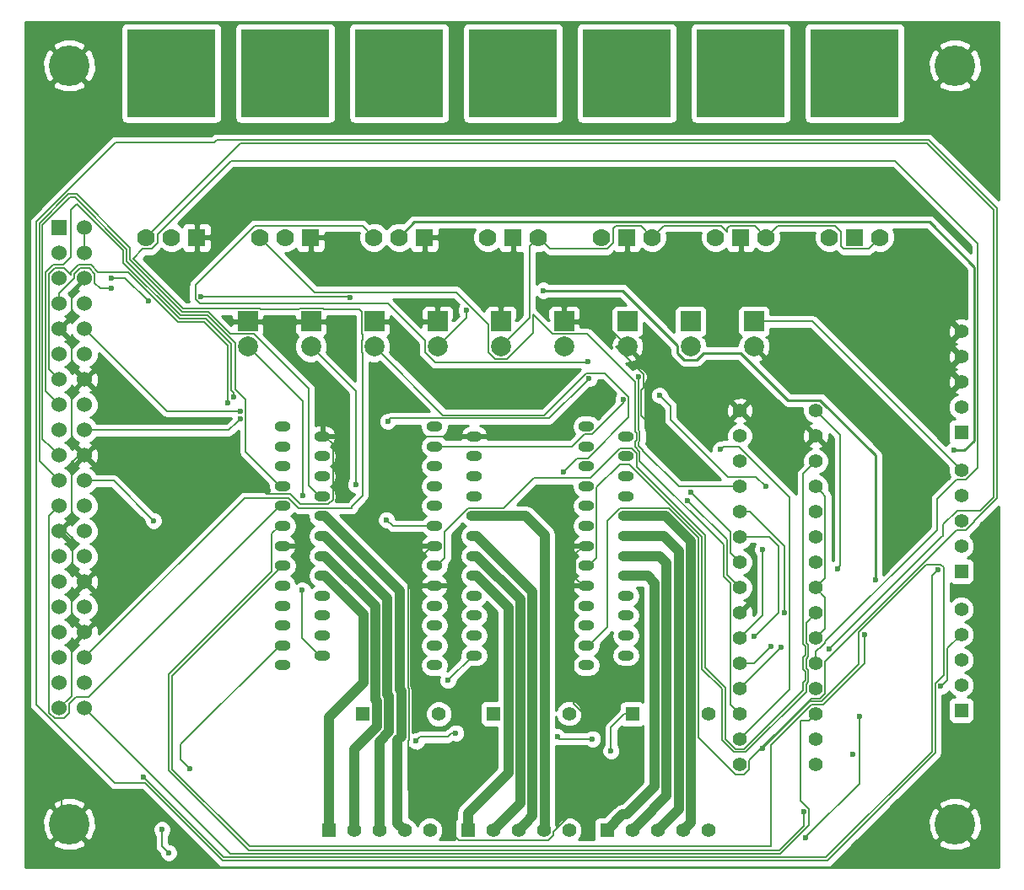
<source format=gbl>
G04 #@! TF.FileFunction,Copper,L2,Bot,Signal*
%FSLAX46Y46*%
G04 Gerber Fmt 4.6, Leading zero omitted, Abs format (unit mm)*
G04 Created by KiCad (PCBNEW 4.0.2-stable) date Sun Jun 26 11:49:20 2016*
%MOMM*%
G01*
G04 APERTURE LIST*
%ADD10C,0.100000*%
%ADD11R,1.778000X1.778000*%
%ADD12C,1.778000*%
%ADD13R,8.890000X8.890000*%
%ADD14R,1.998980X1.998980*%
%ADD15C,1.998980*%
%ADD16R,1.397000X1.397000*%
%ADD17C,1.397000*%
%ADD18O,1.600000X1.060000*%
%ADD19R,1.524000X1.524000*%
%ADD20C,1.524000*%
%ADD21C,4.064000*%
%ADD22C,0.600000*%
%ADD23C,0.127000*%
%ADD24C,1.016000*%
%ADD25C,0.250000*%
%ADD26C,0.254000*%
G04 APERTURE END LIST*
D10*
D11*
X125830000Y-68070000D03*
D12*
X120750000Y-68070000D03*
X123290000Y-68070000D03*
D13*
X123290000Y-51560000D03*
D14*
X170330000Y-76500000D03*
D15*
X170330000Y-79040000D03*
D14*
X163980000Y-76500000D03*
D15*
X163980000Y-79040000D03*
D14*
X157630000Y-76500000D03*
D15*
X157630000Y-79040000D03*
D14*
X151280000Y-76500000D03*
D15*
X151280000Y-79040000D03*
D14*
X144930000Y-76500000D03*
D15*
X144930000Y-79040000D03*
D14*
X138580000Y-76500000D03*
D15*
X138580000Y-79040000D03*
D14*
X132230000Y-76500000D03*
D15*
X132230000Y-79040000D03*
D14*
X125880000Y-76500000D03*
D15*
X125880000Y-79040000D03*
D14*
X119530000Y-76500000D03*
D15*
X119530000Y-79040000D03*
D16*
X158130000Y-115950000D03*
D17*
X165750000Y-115950000D03*
D16*
X144160000Y-115900000D03*
D17*
X151780000Y-115900000D03*
D16*
X131080000Y-115950000D03*
D17*
X138700000Y-115950000D03*
D18*
X153480000Y-101060000D03*
X153480000Y-87060000D03*
X157480000Y-88060000D03*
X153480000Y-89060000D03*
X157480000Y-90060000D03*
X153480000Y-91060000D03*
X157480000Y-92060000D03*
X153480000Y-93060000D03*
X157480000Y-94060000D03*
X153480000Y-95060000D03*
X157480000Y-96060000D03*
X153480000Y-97060000D03*
X157480000Y-98060000D03*
X153480000Y-99060000D03*
X157480000Y-100060000D03*
X157480000Y-102060000D03*
X153480000Y-103060000D03*
X157480000Y-104060000D03*
X153480000Y-105060000D03*
X157480000Y-106060000D03*
X153480000Y-107060000D03*
X157480000Y-108060000D03*
X153480000Y-109060000D03*
X157480000Y-110060000D03*
X153480000Y-111060000D03*
X138240000Y-101060000D03*
X138240000Y-87060000D03*
X142240000Y-88060000D03*
X138240000Y-89060000D03*
X142240000Y-90060000D03*
X138240000Y-91060000D03*
X142240000Y-92060000D03*
X138240000Y-93060000D03*
X142240000Y-94060000D03*
X138240000Y-95060000D03*
X142240000Y-96060000D03*
X138240000Y-97060000D03*
X142240000Y-98060000D03*
X138240000Y-99060000D03*
X142240000Y-100060000D03*
X142240000Y-102060000D03*
X138240000Y-103060000D03*
X142240000Y-104060000D03*
X138240000Y-105060000D03*
X142240000Y-106060000D03*
X138240000Y-107060000D03*
X142240000Y-108060000D03*
X138240000Y-109060000D03*
X142240000Y-110060000D03*
X138240000Y-111060000D03*
X123000000Y-101060000D03*
X123000000Y-87060000D03*
X127000000Y-88060000D03*
X123000000Y-89060000D03*
X127000000Y-90060000D03*
X123000000Y-91060000D03*
X127000000Y-92060000D03*
X123000000Y-93060000D03*
X127000000Y-94060000D03*
X123000000Y-95060000D03*
X127000000Y-96060000D03*
X123000000Y-97060000D03*
X127000000Y-98060000D03*
X123000000Y-99060000D03*
X127000000Y-100060000D03*
X127000000Y-102060000D03*
X123000000Y-103060000D03*
X127000000Y-104060000D03*
X123000000Y-105060000D03*
X127000000Y-106060000D03*
X123000000Y-107060000D03*
X127000000Y-108060000D03*
X123000000Y-109060000D03*
X127000000Y-110060000D03*
X123000000Y-111060000D03*
D19*
X100610000Y-67110000D03*
D20*
X103150000Y-67110000D03*
X100610000Y-79810000D03*
X103150000Y-69650000D03*
X100610000Y-82350000D03*
X103150000Y-72190000D03*
X100610000Y-84890000D03*
X103150000Y-74730000D03*
X100610000Y-87430000D03*
X103150000Y-77270000D03*
X100610000Y-89970000D03*
X103150000Y-79810000D03*
X100610000Y-92510000D03*
X103150000Y-82350000D03*
X100610000Y-95050000D03*
X103150000Y-84890000D03*
X100610000Y-97590000D03*
X103150000Y-87430000D03*
X100610000Y-100130000D03*
X103150000Y-89970000D03*
X100610000Y-102670000D03*
X103150000Y-92510000D03*
X100610000Y-105210000D03*
X103150000Y-95050000D03*
X103150000Y-97590000D03*
X100610000Y-107750000D03*
X103150000Y-100130000D03*
X103150000Y-105210000D03*
X103150000Y-107750000D03*
X103150000Y-110290000D03*
X103150000Y-112830000D03*
X100610000Y-110290000D03*
X100610000Y-112830000D03*
X100610000Y-69650000D03*
X100610000Y-72190000D03*
X100610000Y-74730000D03*
X100610000Y-77270000D03*
X100610000Y-115370000D03*
X103150000Y-115370000D03*
X103150000Y-102670000D03*
D16*
X155575000Y-127635000D03*
D17*
X158115000Y-127635000D03*
X160655000Y-127635000D03*
X163195000Y-127635000D03*
X165735000Y-127635000D03*
D16*
X141605000Y-127635000D03*
D17*
X144145000Y-127635000D03*
X146685000Y-127635000D03*
X149225000Y-127635000D03*
X151765000Y-127635000D03*
D16*
X127635000Y-127635000D03*
D17*
X130175000Y-127635000D03*
X132715000Y-127635000D03*
X135255000Y-127635000D03*
X137795000Y-127635000D03*
D16*
X191135000Y-87630000D03*
D17*
X191135000Y-85090000D03*
X191135000Y-82550000D03*
X191135000Y-80010000D03*
X191135000Y-77470000D03*
D16*
X191135000Y-101600000D03*
D17*
X191135000Y-99060000D03*
X191135000Y-96520000D03*
X191135000Y-93980000D03*
X191135000Y-91440000D03*
D16*
X191135000Y-115570000D03*
D17*
X191135000Y-113030000D03*
X191135000Y-110490000D03*
X191135000Y-107950000D03*
X191135000Y-105410000D03*
X168910000Y-98170000D03*
X176530000Y-98170000D03*
X168910000Y-100710000D03*
X176530000Y-100710000D03*
X168910000Y-103250000D03*
X176530000Y-103250000D03*
X168910000Y-105790000D03*
X176530000Y-105790000D03*
X168910000Y-110870000D03*
X176530000Y-110870000D03*
X168910000Y-118490000D03*
X176530000Y-118490000D03*
X168910000Y-115950000D03*
X176530000Y-115950000D03*
X168910000Y-88010000D03*
X176530000Y-88010000D03*
X168910000Y-113410000D03*
X176530000Y-113410000D03*
X168910000Y-108330000D03*
X176530000Y-108330000D03*
X168910000Y-90550000D03*
X176530000Y-90550000D03*
X176530000Y-121030000D03*
X168910000Y-121030000D03*
X168910000Y-95630000D03*
X176530000Y-95630000D03*
X168910000Y-93090000D03*
X176530000Y-93090000D03*
X168910000Y-85470000D03*
X176530000Y-85470000D03*
D13*
X180440000Y-51560000D03*
D12*
X177900000Y-68070000D03*
D11*
X180440000Y-68070000D03*
D12*
X182980000Y-68070000D03*
D13*
X157580000Y-51560000D03*
D12*
X155040000Y-68070000D03*
D11*
X157580000Y-68070000D03*
D12*
X160120000Y-68070000D03*
D13*
X146150000Y-51560000D03*
D12*
X143610000Y-68070000D03*
D11*
X146150000Y-68070000D03*
D12*
X148690000Y-68070000D03*
D13*
X169010000Y-51560000D03*
D12*
X166470000Y-68070000D03*
D11*
X169010000Y-68070000D03*
D12*
X171550000Y-68070000D03*
D21*
X190500000Y-127000000D03*
X101600000Y-127000000D03*
X190500000Y-50800000D03*
X101600000Y-50800000D03*
D11*
X114400000Y-68070000D03*
D12*
X109320000Y-68070000D03*
X111860000Y-68070000D03*
D13*
X111860000Y-51560000D03*
D11*
X137260000Y-68070000D03*
D12*
X132180000Y-68070000D03*
X134720000Y-68070000D03*
D13*
X134720000Y-51560000D03*
D22*
X189100000Y-113170000D03*
X175500000Y-128371425D03*
X136410000Y-118680000D03*
X140410000Y-117860000D03*
X150590000Y-118240000D03*
X154125021Y-118440000D03*
X155990000Y-119650000D03*
X180930000Y-116190000D03*
X192410000Y-47380000D03*
X159590000Y-86540000D03*
X132040000Y-86750000D03*
X100860000Y-119890000D03*
X152490000Y-85460000D03*
X121040000Y-93500000D03*
X141440000Y-75390000D03*
X129800000Y-74120000D03*
X114840000Y-73980000D03*
X109520000Y-74450000D03*
X105870000Y-72133510D03*
X151200000Y-91666480D03*
X139610000Y-112580000D03*
X130350000Y-92890000D03*
X124980000Y-103496490D03*
X125010000Y-93970000D03*
X163660000Y-94470000D03*
X105850000Y-73180000D03*
X163990000Y-93670000D03*
X170356469Y-108170000D03*
X171180000Y-119400000D03*
X160850000Y-83920000D03*
X171510000Y-93100000D03*
X171210000Y-99400000D03*
X157210000Y-84340000D03*
X117527600Y-84650314D03*
X118136904Y-84108868D03*
X133450000Y-96440000D03*
X180270000Y-119970000D03*
X173070000Y-109240000D03*
X118746480Y-85524818D03*
X118746480Y-86324831D03*
X178690000Y-101330000D03*
X181420000Y-107990000D03*
X133580000Y-86550000D03*
X153770000Y-82260000D03*
X158710000Y-82080000D03*
X175310000Y-125790000D03*
X173353520Y-105740000D03*
X110070000Y-96520000D03*
X113695176Y-121431593D03*
X110916153Y-127554765D03*
X111586605Y-129883395D03*
X109090000Y-122310000D03*
X188800000Y-101480000D03*
X190400000Y-89450000D03*
X182506531Y-102486531D03*
X191135000Y-110490000D03*
X149180000Y-73390000D03*
X172050000Y-109160000D03*
X177880000Y-109410000D03*
X167000000Y-89360000D03*
X153700000Y-80580000D03*
D23*
X189720000Y-109365000D02*
X189720000Y-112550000D01*
X189720000Y-112550000D02*
X189399999Y-112870001D01*
X191135000Y-107950000D02*
X189720000Y-109365000D01*
X189399999Y-112870001D02*
X189100000Y-113170000D01*
X175799999Y-128071426D02*
X175500000Y-128371425D01*
X180930000Y-122941425D02*
X175799999Y-128071426D01*
X180930000Y-116190000D02*
X180930000Y-122941425D01*
X139605736Y-118240000D02*
X136850000Y-118240000D01*
X136850000Y-118240000D02*
X136410000Y-118680000D01*
X140410000Y-117860000D02*
X139985736Y-117860000D01*
X139985736Y-117860000D02*
X139605736Y-118240000D01*
X154125021Y-118440000D02*
X150790000Y-118440000D01*
X150790000Y-118440000D02*
X150590000Y-118240000D01*
X155990000Y-119650000D02*
X155990000Y-117264500D01*
X155990000Y-117264500D02*
X157304500Y-115950000D01*
X157304500Y-115950000D02*
X158130000Y-115950000D01*
X170330000Y-76500000D02*
X176195000Y-76500000D01*
X176195000Y-76500000D02*
X191135000Y-91440000D01*
X190500000Y-50800000D02*
X192531999Y-48768001D01*
X192531999Y-48768001D02*
X192531999Y-47501999D01*
X192531999Y-47501999D02*
X192410000Y-47380000D01*
X155010000Y-117706238D02*
X155010000Y-122941078D01*
X155010000Y-122941078D02*
X150187001Y-127764077D01*
X152241761Y-114937999D02*
X155010000Y-117706238D01*
X152553000Y-99060000D02*
X152241761Y-99371239D01*
X135670000Y-118561881D02*
X135690034Y-118541847D01*
X135670000Y-123571302D02*
X135670000Y-118561881D01*
X135690034Y-118541847D02*
X135690034Y-113358153D01*
X153480000Y-99060000D02*
X152553000Y-99060000D01*
X150187001Y-128096761D02*
X149686761Y-128597001D01*
X152241761Y-99371239D02*
X152241761Y-114937999D01*
X150187001Y-127764077D02*
X150187001Y-128096761D01*
X149686761Y-128597001D02*
X140695699Y-128597001D01*
X140695699Y-128597001D02*
X135670000Y-123571302D01*
X135690034Y-113358153D02*
X135670000Y-113338119D01*
X135670000Y-113338119D02*
X135670000Y-101360000D01*
X135670000Y-101360000D02*
X137970000Y-99060000D01*
X137970000Y-99060000D02*
X138240000Y-99060000D01*
X159037010Y-83384786D02*
X159037010Y-85987010D01*
X159037010Y-85987010D02*
X159590000Y-86540000D01*
X157630000Y-79040000D02*
X156503982Y-79040000D01*
X156503982Y-79040000D02*
X159273501Y-81809519D01*
X159273501Y-81809519D02*
X159273501Y-83148295D01*
X159273501Y-83148295D02*
X159037010Y-83384786D01*
X151280000Y-76500000D02*
X155090000Y-76500000D01*
X155090000Y-76500000D02*
X157630000Y-79040000D01*
X132040000Y-86750000D02*
X133350000Y-88060000D01*
X133350000Y-88060000D02*
X142240000Y-88060000D01*
X100860000Y-119890000D02*
X100860000Y-126260000D01*
X100860000Y-126260000D02*
X101600000Y-127000000D01*
X153480000Y-99060000D02*
X153210000Y-99060000D01*
X153210000Y-99060000D02*
X152416490Y-99853510D01*
X152416490Y-99853510D02*
X152416490Y-102266490D01*
X152416490Y-102266490D02*
X153210000Y-103060000D01*
X153210000Y-103060000D02*
X153480000Y-103060000D01*
X152490000Y-85460000D02*
X149890000Y-88060000D01*
X149890000Y-88060000D02*
X142240000Y-88060000D01*
X127000000Y-88060000D02*
X127270000Y-88060000D01*
X123761049Y-93853510D02*
X121393510Y-93853510D01*
X127270000Y-88060000D02*
X128063510Y-88853510D01*
X121393510Y-93853510D02*
X121040000Y-93500000D01*
X128063510Y-88853510D02*
X128063510Y-94388682D01*
X128063510Y-94388682D02*
X127598682Y-94853510D01*
X127598682Y-94853510D02*
X124761049Y-94853510D01*
X124761049Y-94853510D02*
X123761049Y-93853510D01*
X103150000Y-107750000D02*
X103150000Y-107790000D01*
X103150000Y-107790000D02*
X101850000Y-109090000D01*
X101850000Y-114130000D02*
X100610000Y-115370000D01*
X101850000Y-109090000D02*
X101850000Y-114130000D01*
X103150000Y-102670000D02*
X103150000Y-103140000D01*
X103150000Y-103140000D02*
X101850000Y-104440000D01*
X101850000Y-106450000D02*
X103150000Y-107750000D01*
X101850000Y-104440000D02*
X101850000Y-106450000D01*
X100610000Y-97590000D02*
X101140000Y-97590000D01*
X101140000Y-97590000D02*
X101900000Y-98350000D01*
X101900000Y-101420000D02*
X103150000Y-102670000D01*
X101900000Y-98350000D02*
X101900000Y-101420000D01*
X103150000Y-89970000D02*
X102610000Y-89970000D01*
X102610000Y-89970000D02*
X101860000Y-90720000D01*
X101860000Y-96340000D02*
X100610000Y-97590000D01*
X101860000Y-90720000D02*
X101860000Y-96340000D01*
X103150000Y-82350000D02*
X103150000Y-82360000D01*
X103150000Y-82360000D02*
X101860000Y-83650000D01*
X101860000Y-88680000D02*
X103150000Y-89970000D01*
X101860000Y-83650000D02*
X101860000Y-88680000D01*
X100610000Y-77270000D02*
X100820000Y-77270000D01*
X100820000Y-77270000D02*
X101890000Y-78340000D01*
X101890000Y-81090000D02*
X103150000Y-82350000D01*
X101890000Y-78340000D02*
X101890000Y-81090000D01*
X103150000Y-72190000D02*
X103150000Y-72340000D01*
X103150000Y-72340000D02*
X101880000Y-73610000D01*
X101880000Y-73610000D02*
X101880000Y-76000000D01*
X101880000Y-76000000D02*
X100610000Y-77270000D01*
X141440000Y-75390000D02*
X141440000Y-76180000D01*
X141440000Y-76180000D02*
X138580000Y-79040000D01*
X114840000Y-73980000D02*
X129660000Y-73980000D01*
X129660000Y-73980000D02*
X129800000Y-74120000D01*
X105870000Y-72133510D02*
X107203510Y-72133510D01*
X107203510Y-72133510D02*
X109520000Y-74450000D01*
X176530000Y-103250000D02*
X177492001Y-102287999D01*
X177492001Y-102287999D02*
X177492001Y-94052001D01*
X177492001Y-94052001D02*
X177228499Y-93788499D01*
X177228499Y-93788499D02*
X176530000Y-93090000D01*
X176530000Y-103250000D02*
X177492001Y-104212001D01*
X177492001Y-107367999D02*
X177228499Y-107631501D01*
X177228499Y-107631501D02*
X176530000Y-108330000D01*
X177492001Y-104212001D02*
X177492001Y-107367999D01*
X148690000Y-68070000D02*
X147801001Y-68958999D01*
X145929489Y-78040511D02*
X144930000Y-79040000D01*
X147801001Y-68958999D02*
X147801001Y-76168999D01*
X147801001Y-76168999D02*
X145929489Y-78040511D01*
X160120000Y-68070000D02*
X158967499Y-66917499D01*
X158967499Y-66917499D02*
X156480199Y-66917499D01*
X156480199Y-66917499D02*
X156192501Y-67205197D01*
X156192501Y-67205197D02*
X156192501Y-68623201D01*
X156192501Y-68623201D02*
X155593201Y-69222501D01*
X155593201Y-69222501D02*
X149842501Y-69222501D01*
X149842501Y-69222501D02*
X149578999Y-68958999D01*
X149578999Y-68958999D02*
X148690000Y-68070000D01*
X171550000Y-68070000D02*
X170397499Y-66917499D01*
X170397499Y-66917499D02*
X167910199Y-66917499D01*
X167910199Y-66917499D02*
X167622501Y-67205197D01*
X167622501Y-67205197D02*
X167622501Y-67516799D01*
X167622501Y-67516799D02*
X167023201Y-66917499D01*
X167023201Y-66917499D02*
X161272501Y-66917499D01*
X161272501Y-66917499D02*
X161008999Y-67181001D01*
X161008999Y-67181001D02*
X160120000Y-68070000D01*
X182980000Y-68070000D02*
X181827499Y-69222501D01*
X181827499Y-69222501D02*
X179340199Y-69222501D01*
X179340199Y-69222501D02*
X179052501Y-68934803D01*
X179052501Y-68934803D02*
X179052501Y-67516799D01*
X179052501Y-67516799D02*
X178453201Y-66917499D01*
X178453201Y-66917499D02*
X172702501Y-66917499D01*
X172702501Y-66917499D02*
X172438999Y-67181001D01*
X172438999Y-67181001D02*
X171550000Y-68070000D01*
X103150000Y-67110000D02*
X103150000Y-69650000D01*
X153499519Y-81696499D02*
X155400481Y-81696499D01*
X155400481Y-81696499D02*
X157773501Y-84069519D01*
X157773501Y-86158691D02*
X153665702Y-90266490D01*
X153665702Y-90266490D02*
X152599990Y-90266490D01*
X157773501Y-84069519D02*
X157773501Y-86158691D01*
X151499999Y-91366481D02*
X151200000Y-91666480D01*
X152599990Y-90266490D02*
X151499999Y-91366481D01*
X139112991Y-85922991D02*
X149273027Y-85922991D01*
X132230000Y-79040000D02*
X139112991Y-85922991D01*
X149273027Y-85922991D02*
X153499519Y-81696499D01*
X139610000Y-112580000D02*
X142130000Y-110060000D01*
X142130000Y-110060000D02*
X142240000Y-110060000D01*
X125880000Y-79040000D02*
X130350000Y-83510000D01*
X130350000Y-83510000D02*
X130350000Y-92890000D01*
X124980000Y-103496490D02*
X124980000Y-108310000D01*
X124980000Y-108310000D02*
X126730000Y-110060000D01*
X126730000Y-110060000D02*
X127000000Y-110060000D01*
X119530000Y-79040000D02*
X125010000Y-84520000D01*
X125010000Y-84520000D02*
X125010000Y-93970000D01*
X175804021Y-112712217D02*
X175567999Y-112948239D01*
X167105978Y-118572203D02*
X167105978Y-113410904D01*
X157838585Y-90853510D02*
X156881318Y-90853510D01*
X175567999Y-106752001D02*
X175567999Y-108791761D01*
X156881318Y-90853510D02*
X154543510Y-93191318D01*
X176530000Y-105790000D02*
X175567999Y-106752001D01*
X153750000Y-101060000D02*
X153480000Y-101060000D01*
X154543510Y-93191318D02*
X154543510Y-100266490D01*
X165105978Y-98120903D02*
X157838585Y-90853510D01*
X175567999Y-113718226D02*
X169507213Y-119779012D01*
X175567999Y-112948239D02*
X175567999Y-113718226D01*
X175804022Y-111567784D02*
X175804021Y-112712217D01*
X175804016Y-110172228D02*
X175567999Y-110408239D01*
X175567999Y-108791761D02*
X175804016Y-109027778D01*
X154543510Y-100266490D02*
X153750000Y-101060000D01*
X175804016Y-109027778D02*
X175804016Y-110172228D01*
X175567999Y-111331761D02*
X175804022Y-111567784D01*
X169507213Y-119779012D02*
X168312787Y-119779012D01*
X167105978Y-113410904D02*
X165105978Y-111410904D01*
X168312787Y-119779012D02*
X167105978Y-118572203D01*
X165105978Y-111410904D02*
X165105978Y-98120903D01*
X175567999Y-110408239D02*
X175567999Y-111331761D01*
X168910000Y-103250000D02*
X167620989Y-101960989D01*
X167620989Y-101960989D02*
X167620989Y-98430989D01*
X167620989Y-98430989D02*
X163660000Y-94470000D01*
X104175501Y-72657011D02*
X104698490Y-73180000D01*
X105425736Y-73180000D02*
X105850000Y-73180000D01*
X104175501Y-71697759D02*
X104175501Y-72657011D01*
X102124499Y-72137871D02*
X102124499Y-71697759D01*
X102657759Y-71164499D02*
X103642241Y-71164499D01*
X100610000Y-74730000D02*
X100610000Y-73652370D01*
X102124499Y-71697759D02*
X102657759Y-71164499D01*
X100610000Y-73652370D02*
X102124499Y-72137871D01*
X104698490Y-73180000D02*
X105425736Y-73180000D01*
X103642241Y-71164499D02*
X104175501Y-71697759D01*
D24*
X157480000Y-96060000D02*
X161491532Y-96060000D01*
X164007456Y-98575925D02*
X164007456Y-126822544D01*
X164007456Y-126822544D02*
X163893499Y-126936501D01*
X163893499Y-126936501D02*
X163195000Y-127635000D01*
X161491532Y-96060000D02*
X164007456Y-98575925D01*
D23*
X168910000Y-100710000D02*
X167947999Y-99747999D01*
X167947999Y-99747999D02*
X167947999Y-97627999D01*
X167947999Y-97627999D02*
X163990000Y-93670000D01*
D24*
X161353499Y-126936501D02*
X160655000Y-127635000D01*
X162791445Y-99601445D02*
X162791445Y-125498555D01*
X161250000Y-98060000D02*
X162791445Y-99601445D01*
X157480000Y-98060000D02*
X161250000Y-98060000D01*
X162791445Y-125498555D02*
X161353499Y-126936501D01*
X161575434Y-124174566D02*
X158813499Y-126936501D01*
X161575434Y-100791436D02*
X161575434Y-124174566D01*
X157480000Y-100060000D02*
X160843998Y-100060000D01*
X158813499Y-126936501D02*
X158115000Y-127635000D01*
X160843998Y-100060000D02*
X161575434Y-100791436D01*
X157480000Y-102060000D02*
X159640000Y-102060000D01*
X157180000Y-126030000D02*
X155575000Y-127635000D01*
X157550000Y-126030000D02*
X157180000Y-126030000D01*
X160350000Y-123230000D02*
X157550000Y-126030000D01*
X160350000Y-102770000D02*
X160350000Y-123230000D01*
X159640000Y-102060000D02*
X160350000Y-102770000D01*
D23*
X171180000Y-119400000D02*
X175919011Y-114660989D01*
X168448239Y-121992001D02*
X164778967Y-118322729D01*
X187840000Y-58280000D02*
X194700000Y-65140000D01*
X98276459Y-115016662D02*
X98276459Y-66520317D01*
X192424011Y-96654751D02*
X191596761Y-97482001D01*
X106266776Y-58530000D02*
X116145857Y-58530000D01*
X175919011Y-114660989D02*
X177130313Y-114660989D01*
X189363501Y-101209519D02*
X189363501Y-112022517D01*
X180856499Y-107719519D02*
X187659519Y-100916499D01*
X188536499Y-119835963D02*
X177712462Y-130660000D01*
X177130313Y-114660989D02*
X180856499Y-110934803D01*
X155580000Y-107230000D02*
X153750000Y-109060000D01*
X180856499Y-110934803D02*
X180856499Y-107719519D01*
X187659519Y-100916499D02*
X189070481Y-100916499D01*
X116395857Y-58280000D02*
X187840000Y-58280000D01*
X177712462Y-130660000D02*
X116977538Y-130660000D01*
X189070481Y-100916499D02*
X189363501Y-101209519D01*
X169872001Y-120568239D02*
X169872001Y-121491761D01*
X189363501Y-112022517D02*
X188536499Y-112849519D01*
X116977538Y-130660000D02*
X109191039Y-122873501D01*
X188536499Y-112849519D02*
X188536499Y-119835963D01*
X192424011Y-96565989D02*
X192424011Y-96654751D01*
X109191039Y-122873501D02*
X106133298Y-122873501D01*
X106133298Y-122873501D02*
X98276459Y-115016662D01*
X116145857Y-58530000D02*
X116395857Y-58280000D01*
X98276459Y-66520317D02*
X106266776Y-58530000D01*
X194700000Y-65140000D02*
X194700000Y-94290000D01*
X194700000Y-94290000D02*
X192424011Y-96565989D01*
X169371761Y-121992001D02*
X168448239Y-121992001D01*
X191596761Y-97482001D02*
X190673239Y-97482001D01*
X190673239Y-97482001D02*
X177492001Y-110663239D01*
X177492001Y-110663239D02*
X177492001Y-113871761D01*
X177492001Y-113871761D02*
X176991761Y-114372001D01*
X176991761Y-114372001D02*
X176068239Y-114372001D01*
X176068239Y-114372001D02*
X169872001Y-120568239D01*
X164778967Y-98256355D02*
X161789101Y-95266490D01*
X169872001Y-121491761D02*
X169371761Y-121992001D01*
X164778967Y-118322729D02*
X164778967Y-98256355D01*
X161789101Y-95266490D02*
X156881318Y-95266490D01*
X156881318Y-95266490D02*
X155580000Y-96567808D01*
X155580000Y-96567808D02*
X155580000Y-107230000D01*
X153750000Y-109060000D02*
X153480000Y-109060000D01*
X172790000Y-105736469D02*
X170656468Y-107870001D01*
X172790000Y-99080000D02*
X172790000Y-105736469D01*
X171880000Y-98170000D02*
X172790000Y-99080000D01*
X168910000Y-98170000D02*
X171880000Y-98170000D01*
X170656468Y-107870001D02*
X170356469Y-108170000D01*
X176530000Y-90550000D02*
X175240988Y-91839012D01*
X158543510Y-89731318D02*
X158078682Y-89266490D01*
X175240988Y-112812787D02*
X175240988Y-113582774D01*
X175240988Y-91839012D02*
X175240988Y-108927213D01*
X168448239Y-119452001D02*
X167432989Y-118436751D01*
X175240988Y-108927213D02*
X175477011Y-109163236D01*
X167432989Y-118436751D02*
X167432989Y-113275452D01*
X175240988Y-111467213D02*
X175477011Y-111703236D01*
X175477011Y-109163236D02*
X175477011Y-109273812D01*
X139303510Y-100266490D02*
X138510000Y-101060000D01*
X175432547Y-110081228D02*
X175240988Y-110272787D01*
X175477011Y-109273812D02*
X175477008Y-110036771D01*
X165432989Y-111275452D02*
X165432989Y-97985451D01*
X158078682Y-89266490D02*
X156881318Y-89266490D01*
X175240988Y-110272787D02*
X175240988Y-111467213D01*
X175477008Y-110036771D02*
X175432547Y-110081228D01*
X169371761Y-119452001D02*
X168448239Y-119452001D01*
X175477011Y-111703236D02*
X175477011Y-112576765D01*
X175477011Y-112576765D02*
X175240988Y-112812787D01*
X175240988Y-113582774D02*
X169371761Y-119452001D01*
X167432989Y-113275452D02*
X165432989Y-111275452D01*
X165432989Y-97985451D02*
X158543510Y-91095972D01*
X158543510Y-91095972D02*
X158543510Y-89731318D01*
X156881318Y-89266490D02*
X153881318Y-92266490D01*
X153881318Y-92266490D02*
X148233510Y-92266490D01*
X148233510Y-92266490D02*
X145233510Y-95266490D01*
X145233510Y-95266490D02*
X141641318Y-95266490D01*
X141641318Y-95266490D02*
X139303510Y-97604298D01*
X139303510Y-97604298D02*
X139303510Y-100266490D01*
X138510000Y-101060000D02*
X138240000Y-101060000D01*
X161970000Y-86400000D02*
X161970000Y-85040000D01*
X161970000Y-85040000D02*
X160850000Y-83920000D01*
X167697999Y-92127999D02*
X161970000Y-86400000D01*
X171510000Y-93100000D02*
X170537999Y-92127999D01*
X170537999Y-92127999D02*
X167697999Y-92127999D01*
X168910000Y-108330000D02*
X171210000Y-106030000D01*
X171210000Y-106030000D02*
X171210000Y-99400000D01*
X138240000Y-89060000D02*
X152087808Y-89060000D01*
X152087808Y-89060000D02*
X153294298Y-87853510D01*
X153294298Y-87853510D02*
X154078682Y-87853510D01*
X154078682Y-87853510D02*
X157210000Y-84722192D01*
X157210000Y-84722192D02*
X157210000Y-84340000D01*
X100610000Y-82350000D02*
X99584499Y-81324499D01*
X99584499Y-81324499D02*
X99584499Y-71697759D01*
X104502512Y-71570000D02*
X107540148Y-71570000D01*
X99584499Y-71697759D02*
X100117759Y-71164499D01*
X101102244Y-71164499D02*
X101797488Y-71859743D01*
X107540148Y-71570000D02*
X112515201Y-76545053D01*
X100117759Y-71164499D02*
X101102244Y-71164499D01*
X101797488Y-71859743D02*
X101797488Y-71562307D01*
X102522307Y-70837488D02*
X103777693Y-70837488D01*
X103777693Y-70837488D02*
X104502512Y-71562307D01*
X101797488Y-71562307D02*
X102522307Y-70837488D01*
X104502512Y-71562307D02*
X104502512Y-71570000D01*
X112515201Y-76545053D02*
X115175054Y-76545053D01*
X115175054Y-76545053D02*
X117527600Y-78897600D01*
X117527600Y-78897600D02*
X117527600Y-84226050D01*
X117527600Y-84226050D02*
X117527600Y-84650314D01*
X115310506Y-76218042D02*
X117892127Y-78799664D01*
X101797488Y-65280049D02*
X102344548Y-64732989D01*
X118136904Y-83684604D02*
X118136904Y-84108868D01*
X107041117Y-69378506D02*
X107041117Y-70608505D01*
X107041117Y-70608505D02*
X112650653Y-76218042D01*
X101797488Y-70006790D02*
X101797488Y-65280049D01*
X100966791Y-70837488D02*
X101797488Y-70006790D01*
X112650653Y-76218042D02*
X115310506Y-76218042D01*
X99257490Y-83537490D02*
X99257490Y-71562305D01*
X100610000Y-84890000D02*
X99257490Y-83537490D01*
X117892127Y-83439827D02*
X118136904Y-83684604D01*
X117892127Y-78799664D02*
X117892127Y-83439827D01*
X102395600Y-64732989D02*
X107041117Y-69378506D01*
X99982307Y-70837488D02*
X100966791Y-70837488D01*
X99257490Y-71562305D02*
X99982307Y-70837488D01*
X102344548Y-64732989D02*
X102395600Y-64732989D01*
D24*
X149320000Y-97960000D02*
X149320000Y-127540000D01*
X142240000Y-96060000D02*
X147420000Y-96060000D01*
X147420000Y-96060000D02*
X149320000Y-97960000D01*
X149320000Y-127540000D02*
X149225000Y-127635000D01*
D23*
X133450000Y-96440000D02*
X134070000Y-97060000D01*
X134070000Y-97060000D02*
X138240000Y-97060000D01*
X168910000Y-113410000D02*
X173070000Y-109250000D01*
X173070000Y-109250000D02*
X173070000Y-109240000D01*
D24*
X148103989Y-126216011D02*
X147383499Y-126936501D01*
X148103989Y-103653989D02*
X148103989Y-126216011D01*
X142510000Y-98060000D02*
X148103989Y-103653989D01*
X142240000Y-98060000D02*
X142510000Y-98060000D01*
X147383499Y-126936501D02*
X146685000Y-127635000D01*
X146887978Y-124892022D02*
X144843499Y-126936501D01*
X146887978Y-104437978D02*
X146887978Y-124892022D01*
X144843499Y-126936501D02*
X144145000Y-127635000D01*
X142510000Y-100060000D02*
X146887978Y-104437978D01*
X142240000Y-100060000D02*
X142510000Y-100060000D01*
X145671967Y-105221967D02*
X145671967Y-121853533D01*
X142510000Y-102060000D02*
X145671967Y-105221967D01*
X145671967Y-121853533D02*
X141605000Y-125920500D01*
X142240000Y-102060000D02*
X142510000Y-102060000D01*
X141605000Y-125920500D02*
X141605000Y-127635000D01*
D23*
X118322216Y-85524818D02*
X118746480Y-85524818D01*
X111404818Y-85524818D02*
X118322216Y-85524818D01*
X103150000Y-77270000D02*
X111404818Y-85524818D01*
X117641311Y-87430000D02*
X118446481Y-86624830D01*
X103150000Y-87430000D02*
X117641311Y-87430000D01*
X118446481Y-86624830D02*
X118746480Y-86324831D01*
X123000000Y-101060000D02*
X111929900Y-112130100D01*
X176068239Y-114987999D02*
X177265763Y-114987999D01*
X111929900Y-112130100D02*
X111929900Y-121480799D01*
X181420000Y-110833762D02*
X181420000Y-108414264D01*
X172022990Y-119033248D02*
X176068239Y-114987999D01*
X177265763Y-114987999D02*
X181420000Y-110833762D01*
X111929900Y-121480799D02*
X119716111Y-129267010D01*
X119716111Y-129267010D02*
X172022990Y-129267010D01*
X172022990Y-129267010D02*
X172022990Y-119033248D01*
X181420000Y-108414264D02*
X181420000Y-107990000D01*
X178690000Y-101330000D02*
X178989999Y-101030001D01*
X178989999Y-101030001D02*
X178989999Y-87929999D01*
X178989999Y-87929999D02*
X177228499Y-86168499D01*
X177228499Y-86168499D02*
X176530000Y-85470000D01*
X153470001Y-82559999D02*
X153770000Y-82260000D01*
X133879999Y-86250001D02*
X149779999Y-86250001D01*
X133580000Y-86550000D02*
X133879999Y-86250001D01*
X149779999Y-86250001D02*
X153470001Y-82559999D01*
X158710000Y-83520237D02*
X158710000Y-82080000D01*
X158870521Y-88524134D02*
X158870521Y-87595866D01*
X158710000Y-88684655D02*
X158870521Y-88524134D01*
X162790000Y-93090000D02*
X159197532Y-89497532D01*
X158710000Y-88972883D02*
X158710000Y-88684655D01*
X168910000Y-93090000D02*
X162790000Y-93090000D01*
X159197532Y-89497532D02*
X159197532Y-89460414D01*
X159197532Y-89460414D02*
X158710000Y-88972883D01*
X158870521Y-87595866D02*
X158710000Y-87435345D01*
X158710000Y-87435345D02*
X158710000Y-83520237D01*
X115445958Y-75891031D02*
X112786105Y-75891031D01*
X107368128Y-69243054D02*
X102185074Y-64060000D01*
X98930479Y-66791219D02*
X98930479Y-88290479D01*
X107368128Y-70473053D02*
X107368128Y-69243054D01*
X118267009Y-78712082D02*
X115445958Y-75891031D01*
X118267009Y-79646237D02*
X118267009Y-78712082D01*
X118310462Y-79689690D02*
X118267009Y-79646237D01*
X118310462Y-83310461D02*
X118310462Y-79689690D01*
X119310000Y-84309999D02*
X118310462Y-83310461D01*
X119310000Y-89640000D02*
X119310000Y-84309999D01*
X123000000Y-93060000D02*
X122730000Y-93060000D01*
X122730000Y-93060000D02*
X119310000Y-89640000D01*
X102185074Y-64060000D02*
X101661698Y-64060000D01*
X101661698Y-64060000D02*
X98930479Y-66791219D01*
X98930479Y-88290479D02*
X99848001Y-89208001D01*
X99848001Y-89208001D02*
X100610000Y-89970000D01*
X112786105Y-75891031D02*
X107368128Y-70473053D01*
X98603469Y-90503469D02*
X98603468Y-66655767D01*
X101526246Y-63732989D02*
X102320526Y-63732989D01*
X98603468Y-66655767D02*
X101526246Y-63732989D01*
X117794398Y-77777009D02*
X120136237Y-77777009D01*
X100610000Y-92510000D02*
X98603469Y-90503469D01*
X107695139Y-69107602D02*
X107695139Y-70337601D01*
X125650000Y-92980000D02*
X126730000Y-94060000D01*
X102320526Y-63732989D02*
X107695139Y-69107602D01*
X120136237Y-77777009D02*
X125650000Y-83290772D01*
X112921557Y-75564020D02*
X115581410Y-75564020D01*
X126730000Y-94060000D02*
X127000000Y-94060000D01*
X125650000Y-83290772D02*
X125650000Y-92980000D01*
X115581410Y-75564020D02*
X117794398Y-77777009D01*
X107695139Y-70337601D02*
X112921557Y-75564020D01*
X123000000Y-95060000D02*
X122730000Y-95060000D01*
X103524549Y-114265451D02*
X102247809Y-114265451D01*
X122730000Y-95060000D02*
X103524549Y-114265451D01*
X102247809Y-114265451D02*
X101635501Y-114877759D01*
X101635501Y-114877759D02*
X101635501Y-115862241D01*
X99584499Y-115862241D02*
X99584499Y-96075501D01*
X99584499Y-96075501D02*
X99848001Y-95811999D01*
X101635501Y-115862241D02*
X101102241Y-116395501D01*
X99848001Y-95811999D02*
X100610000Y-95050000D01*
X101102241Y-116395501D02*
X100117759Y-116395501D01*
X100117759Y-116395501D02*
X99584499Y-115862241D01*
D24*
X134556501Y-126936501D02*
X135255000Y-127635000D01*
X134758489Y-103548489D02*
X134758489Y-113517689D01*
X134758489Y-113517689D02*
X134918523Y-113677723D01*
X134556501Y-118584299D02*
X134556501Y-126936501D01*
X127270000Y-96060000D02*
X134758489Y-103548489D01*
X134918523Y-118222277D02*
X134556501Y-118584299D01*
X134918523Y-113677723D02*
X134918523Y-118222277D01*
X127000000Y-96060000D02*
X127270000Y-96060000D01*
D23*
X175310000Y-126214264D02*
X175310000Y-125790000D01*
X175310000Y-127220000D02*
X175310000Y-126214264D01*
X121936490Y-97853510D02*
X121936490Y-101661047D01*
X172851033Y-129678967D02*
X175310000Y-127220000D01*
X111602889Y-111994648D02*
X111602889Y-121616251D01*
X111602889Y-121616251D02*
X119665605Y-129678967D01*
X122730000Y-97060000D02*
X121936490Y-97853510D01*
X123000000Y-97060000D02*
X122730000Y-97060000D01*
X119665605Y-129678967D02*
X172851033Y-129678967D01*
X121936490Y-101661047D02*
X111602889Y-111994648D01*
X173353520Y-105315736D02*
X173353520Y-105740000D01*
X173353520Y-99085692D02*
X173353520Y-105315736D01*
X169897828Y-95630000D02*
X173353520Y-99085692D01*
X168910000Y-95630000D02*
X169897828Y-95630000D01*
D24*
X132715000Y-126647172D02*
X132715000Y-127635000D01*
X133702512Y-117718589D02*
X132715000Y-118706101D01*
X133542478Y-104332478D02*
X133542478Y-114021377D01*
X127270000Y-98060000D02*
X133542478Y-104332478D01*
X127000000Y-98060000D02*
X127270000Y-98060000D01*
X132715000Y-118706101D02*
X132715000Y-126647172D01*
X133702512Y-114181411D02*
X133702512Y-117718589D01*
X133542478Y-114021377D02*
X133702512Y-114181411D01*
X132326467Y-105116467D02*
X132326467Y-114525065D01*
X127000000Y-100060000D02*
X127270000Y-100060000D01*
X130175000Y-126647172D02*
X130175000Y-127635000D01*
X132486501Y-114685099D02*
X132486501Y-117214901D01*
X132326467Y-114525065D02*
X132486501Y-114685099D01*
X132486501Y-117214901D02*
X130175000Y-119526402D01*
X127270000Y-100060000D02*
X132326467Y-105116467D01*
X130175000Y-119526402D02*
X130175000Y-126647172D01*
X131110456Y-112759544D02*
X127635000Y-116235000D01*
X127635000Y-125920500D02*
X127635000Y-127635000D01*
X131110456Y-105900456D02*
X131110456Y-112759544D01*
X127635000Y-116235000D02*
X127635000Y-125920500D01*
X127270000Y-102060000D02*
X131110456Y-105900456D01*
X127000000Y-102060000D02*
X127270000Y-102060000D01*
D23*
X110070000Y-96520000D02*
X106060000Y-92510000D01*
X106060000Y-92510000D02*
X103150000Y-92510000D01*
X113395177Y-121131594D02*
X113695176Y-121431593D01*
X112804645Y-120541062D02*
X113395177Y-121131594D01*
X122730000Y-109060000D02*
X112804645Y-118985355D01*
X123000000Y-109060000D02*
X122730000Y-109060000D01*
X112804645Y-118985355D02*
X112804645Y-120541062D01*
X191596761Y-92402001D02*
X192800000Y-91198762D01*
X184520000Y-60400000D02*
X117824298Y-60400000D01*
X130967009Y-75517009D02*
X130967009Y-77710291D01*
X176530000Y-109650000D02*
X176887999Y-109292001D01*
X109873201Y-69222501D02*
X109001797Y-69222501D01*
X176530000Y-110870000D02*
X176530000Y-109650000D01*
X110472501Y-67751797D02*
X110472501Y-68623201D01*
X177492001Y-108791761D02*
X177492001Y-108687999D01*
X131019709Y-94040291D02*
X129960000Y-95100000D01*
X119173510Y-94266490D02*
X103150000Y-110290000D01*
X117824298Y-60400000D02*
X110472501Y-67751797D01*
X176991761Y-109292001D02*
X177492001Y-108791761D01*
X131019709Y-77762991D02*
X131019709Y-78381063D01*
X190673239Y-92402001D02*
X191596761Y-92402001D01*
X176887999Y-109292001D02*
X176991761Y-109292001D01*
X110472501Y-68623201D02*
X109873201Y-69222501D01*
X177492001Y-108687999D02*
X188730000Y-97450000D01*
X131019709Y-78381063D02*
X130967009Y-78433763D01*
X188730000Y-97450000D02*
X188730000Y-94345240D01*
X188730000Y-94345240D02*
X190673239Y-92402001D01*
X192800000Y-91198762D02*
X192800000Y-68680000D01*
X113057009Y-75237009D02*
X120740291Y-75237009D01*
X192800000Y-68680000D02*
X184520000Y-60400000D01*
X129960000Y-95100000D02*
X129960000Y-95266490D01*
X109001797Y-69222501D02*
X108022149Y-70202149D01*
X108022149Y-70202149D02*
X113057009Y-75237009D01*
X120740291Y-75237009D02*
X120792991Y-75289709D01*
X130739709Y-75289709D02*
X130967009Y-75517009D01*
X124598682Y-95266490D02*
X123598682Y-94266490D01*
X120792991Y-75289709D02*
X124617009Y-75289709D01*
X124617009Y-75289709D02*
X124669709Y-75237009D01*
X124669709Y-75237009D02*
X127090291Y-75237009D01*
X129960000Y-95266490D02*
X124598682Y-95266490D01*
X127090291Y-75237009D02*
X127142991Y-75289709D01*
X131019709Y-79698937D02*
X131019709Y-94040291D01*
X127142991Y-75289709D02*
X130739709Y-75289709D01*
X130967009Y-77710291D02*
X131019709Y-77762991D01*
X130967009Y-78433763D02*
X130967009Y-79646237D01*
X130967009Y-79646237D02*
X131019709Y-79698937D01*
X123598682Y-94266490D02*
X119173510Y-94266490D01*
X110916153Y-129212943D02*
X110916153Y-127979029D01*
X110916153Y-127979029D02*
X110916153Y-127554765D01*
X111586605Y-129883395D02*
X110916153Y-129212943D01*
X117112989Y-130332989D02*
X109389999Y-122609999D01*
X188800000Y-101480000D02*
X188209488Y-102070512D01*
X177577011Y-130332989D02*
X117112989Y-130332989D01*
X109389999Y-122609999D02*
X109090000Y-122310000D01*
X188209488Y-102070512D02*
X188209488Y-119700512D01*
X188209488Y-119700512D02*
X177577011Y-130332989D01*
X176530000Y-115950000D02*
X175831501Y-116648499D01*
X117785978Y-130005978D02*
X103911999Y-116131999D01*
X103911999Y-116131999D02*
X103150000Y-115370000D01*
X172986485Y-130005978D02*
X117785978Y-130005978D01*
X175873502Y-127118961D02*
X172986485Y-130005978D01*
X175010000Y-124656016D02*
X175873502Y-125519518D01*
X175010000Y-116681078D02*
X175010000Y-124656016D01*
X175042579Y-116648499D02*
X175010000Y-116681078D01*
X175831501Y-116648499D02*
X175042579Y-116648499D01*
X175873502Y-125519518D02*
X175873502Y-127118961D01*
D25*
X192411489Y-71021489D02*
X192411489Y-88498511D01*
X192411489Y-88498511D02*
X191460000Y-89450000D01*
X136261011Y-66528989D02*
X187918989Y-66528989D01*
X134720000Y-68070000D02*
X136261011Y-66528989D01*
X187918989Y-66528989D02*
X192411489Y-71021489D01*
X190824264Y-89450000D02*
X190400000Y-89450000D01*
X191460000Y-89450000D02*
X190824264Y-89450000D01*
X162655509Y-79675757D02*
X163344243Y-80364491D01*
X165304491Y-79675757D02*
X169005509Y-79675757D01*
X176987059Y-84412277D02*
X182506531Y-89931749D01*
X163344243Y-80364491D02*
X164615757Y-80364491D01*
X162655509Y-78941527D02*
X162655509Y-79675757D01*
X149180000Y-73390000D02*
X157103982Y-73390000D01*
X164615757Y-80364491D02*
X165304491Y-79675757D01*
X169005509Y-79675757D02*
X173742029Y-84412277D01*
X173742029Y-84412277D02*
X176987059Y-84412277D01*
X157103982Y-73390000D02*
X162655509Y-78941527D01*
X182506531Y-102062267D02*
X182506531Y-102486531D01*
X182506531Y-89931749D02*
X182506531Y-102062267D01*
D23*
X172050000Y-109160000D02*
X170340000Y-110870000D01*
X170340000Y-110870000D02*
X168910000Y-110870000D01*
X189340000Y-98080000D02*
X189210000Y-98080000D01*
X189210000Y-98080000D02*
X177880000Y-109410000D01*
X189340000Y-96891238D02*
X189340000Y-98080000D01*
X193027540Y-95500000D02*
X190731238Y-95500000D01*
X190731238Y-95500000D02*
X189340000Y-96891238D01*
X194372990Y-94154550D02*
X193027540Y-95500000D01*
X109320000Y-68070000D02*
X118782990Y-58607010D01*
X118782990Y-58607010D02*
X187704550Y-58607010D01*
X187704550Y-58607010D02*
X194372990Y-65275450D01*
X194372990Y-65275450D02*
X194372990Y-94154550D01*
X167000000Y-89360000D02*
X167299999Y-89060001D01*
X167299999Y-89060001D02*
X168843763Y-89060001D01*
X168843763Y-89060001D02*
X173917021Y-94133259D01*
X173917021Y-94133259D02*
X173917021Y-113482979D01*
X173917021Y-113482979D02*
X169608499Y-117791501D01*
X169608499Y-117791501D02*
X168910000Y-118490000D01*
X132180000Y-68070000D02*
X131027499Y-66917499D01*
X114276499Y-74250481D02*
X114709519Y-74683501D01*
X131027499Y-66917499D02*
X120196799Y-66917499D01*
X114709519Y-74683501D02*
X133566747Y-74683501D01*
X153649999Y-80630001D02*
X153700000Y-80580000D01*
X120196799Y-66917499D02*
X114276499Y-72837799D01*
X138300773Y-80630001D02*
X153649999Y-80630001D01*
X114276499Y-72837799D02*
X114276499Y-74250481D01*
X137317009Y-79646237D02*
X138300773Y-80630001D01*
X133566747Y-74683501D02*
X137317009Y-78433763D01*
X137317009Y-78433763D02*
X137317009Y-79646237D01*
X120750000Y-68070000D02*
X126236499Y-73556499D01*
X126236499Y-73556499D02*
X140440481Y-73556499D01*
X153559009Y-77762991D02*
X158382990Y-82586972D01*
X140440481Y-73556499D02*
X143667009Y-76783027D01*
X143667009Y-76783027D02*
X143667009Y-79646237D01*
X158382990Y-88549204D02*
X158382990Y-89108334D01*
X143667009Y-79646237D02*
X144323763Y-80302991D01*
X144323763Y-80302991D02*
X145536237Y-80302991D01*
X145536237Y-80302991D02*
X148136799Y-77702429D01*
X148136799Y-77702429D02*
X148136799Y-75830081D01*
X150069709Y-77762991D02*
X153559009Y-77762991D01*
X148136799Y-75830081D02*
X150069709Y-77762991D01*
X167293979Y-98937961D02*
X167293979Y-102134219D01*
X158382990Y-82586972D02*
X158382990Y-87570796D01*
X158382990Y-87570796D02*
X158543511Y-87731317D01*
X158543511Y-87731317D02*
X158543511Y-88388683D01*
X158543511Y-88388683D02*
X158382990Y-88549204D01*
X158382990Y-89108334D02*
X158870522Y-89595866D01*
X158870522Y-89595866D02*
X158870522Y-90514504D01*
X158870522Y-90514504D02*
X167293979Y-98937961D01*
X167293979Y-102134219D02*
X167947999Y-102788239D01*
X167947999Y-102788239D02*
X167947999Y-114987999D01*
X167947999Y-114987999D02*
X168211501Y-115251501D01*
X168211501Y-115251501D02*
X168910000Y-115950000D01*
D26*
G36*
X194870000Y-64322172D02*
X188333914Y-57786086D01*
X188107305Y-57634670D01*
X187840000Y-57581500D01*
X116395857Y-57581500D01*
X116128553Y-57634670D01*
X116128551Y-57634671D01*
X116128552Y-57634671D01*
X115901943Y-57786086D01*
X115856529Y-57831500D01*
X106266776Y-57831500D01*
X105999471Y-57884670D01*
X105772862Y-58036086D01*
X97782545Y-66026403D01*
X97631129Y-66253012D01*
X97604186Y-66388463D01*
X97577959Y-66520317D01*
X97577959Y-115016662D01*
X97631129Y-115283967D01*
X97782545Y-115510576D01*
X105639384Y-123367415D01*
X105865994Y-123518831D01*
X106133298Y-123572001D01*
X108901711Y-123572001D01*
X116483624Y-131153914D01*
X116710234Y-131305330D01*
X116977538Y-131358500D01*
X177712462Y-131358500D01*
X177979767Y-131305330D01*
X178206376Y-131153914D01*
X180462169Y-128898121D01*
X188781484Y-128898121D01*
X189006154Y-129272168D01*
X189989388Y-129670880D01*
X191050357Y-129662975D01*
X191993846Y-129272168D01*
X192218516Y-128898121D01*
X190500000Y-127179605D01*
X188781484Y-128898121D01*
X180462169Y-128898121D01*
X182870902Y-126489388D01*
X187829120Y-126489388D01*
X187837025Y-127550357D01*
X188227832Y-128493846D01*
X188601879Y-128718516D01*
X190320395Y-127000000D01*
X190679605Y-127000000D01*
X192398121Y-128718516D01*
X192772168Y-128493846D01*
X193170880Y-127510612D01*
X193162975Y-126449643D01*
X192772168Y-125506154D01*
X192398121Y-125281484D01*
X190679605Y-127000000D01*
X190320395Y-127000000D01*
X188601879Y-125281484D01*
X188227832Y-125506154D01*
X187829120Y-126489388D01*
X182870902Y-126489388D01*
X184258411Y-125101879D01*
X188781484Y-125101879D01*
X190500000Y-126820395D01*
X192218516Y-125101879D01*
X191993846Y-124727832D01*
X191010612Y-124329120D01*
X189949643Y-124337025D01*
X189006154Y-124727832D01*
X188781484Y-125101879D01*
X184258411Y-125101879D01*
X189030413Y-120329877D01*
X189181829Y-120103268D01*
X189234999Y-119835963D01*
X189234999Y-114105118D01*
X189285167Y-114105162D01*
X189628943Y-113963117D01*
X189892192Y-113700327D01*
X189930753Y-113607462D01*
X190003854Y-113784380D01*
X190378647Y-114159827D01*
X190533337Y-114224060D01*
X190436500Y-114224060D01*
X190201183Y-114268338D01*
X189985059Y-114407410D01*
X189840069Y-114619610D01*
X189789060Y-114871500D01*
X189789060Y-116268500D01*
X189833338Y-116503817D01*
X189972410Y-116719941D01*
X190184610Y-116864931D01*
X190436500Y-116915940D01*
X191833500Y-116915940D01*
X192068817Y-116871662D01*
X192284941Y-116732590D01*
X192429931Y-116520390D01*
X192480940Y-116268500D01*
X192480940Y-114871500D01*
X192436662Y-114636183D01*
X192297590Y-114420059D01*
X192085390Y-114275069D01*
X191833500Y-114224060D01*
X191737116Y-114224060D01*
X191889380Y-114161146D01*
X192264827Y-113786353D01*
X192468268Y-113296413D01*
X192468731Y-112765914D01*
X192266146Y-112275620D01*
X191891353Y-111900173D01*
X191553554Y-111759906D01*
X191889380Y-111621146D01*
X192264827Y-111246353D01*
X192468268Y-110756413D01*
X192468731Y-110225914D01*
X192266146Y-109735620D01*
X191891353Y-109360173D01*
X191553554Y-109219906D01*
X191889380Y-109081146D01*
X192264827Y-108706353D01*
X192468268Y-108216413D01*
X192468731Y-107685914D01*
X192266146Y-107195620D01*
X191891353Y-106820173D01*
X191553554Y-106679906D01*
X191889380Y-106541146D01*
X192264827Y-106166353D01*
X192468268Y-105676413D01*
X192468731Y-105145914D01*
X192266146Y-104655620D01*
X191891353Y-104280173D01*
X191401413Y-104076732D01*
X190870914Y-104076269D01*
X190380620Y-104278854D01*
X190062001Y-104596918D01*
X190062001Y-102811156D01*
X190184610Y-102894931D01*
X190436500Y-102945940D01*
X191833500Y-102945940D01*
X192068817Y-102901662D01*
X192284941Y-102762590D01*
X192429931Y-102550390D01*
X192480940Y-102298500D01*
X192480940Y-100901500D01*
X192436662Y-100666183D01*
X192297590Y-100450059D01*
X192085390Y-100305069D01*
X191833500Y-100254060D01*
X191737116Y-100254060D01*
X191889380Y-100191146D01*
X192264827Y-99816353D01*
X192468268Y-99326413D01*
X192468731Y-98795914D01*
X192266146Y-98305620D01*
X191998499Y-98037506D01*
X192090675Y-97975915D01*
X192917925Y-97148665D01*
X193069341Y-96922056D01*
X193072710Y-96905118D01*
X194870000Y-95107828D01*
X194870000Y-131370000D01*
X97230000Y-131370000D01*
X97230000Y-128898121D01*
X99881484Y-128898121D01*
X100106154Y-129272168D01*
X101089388Y-129670880D01*
X102150357Y-129662975D01*
X103093846Y-129272168D01*
X103318516Y-128898121D01*
X101600000Y-127179605D01*
X99881484Y-128898121D01*
X97230000Y-128898121D01*
X97230000Y-126489388D01*
X98929120Y-126489388D01*
X98937025Y-127550357D01*
X99327832Y-128493846D01*
X99701879Y-128718516D01*
X101420395Y-127000000D01*
X101779605Y-127000000D01*
X103498121Y-128718516D01*
X103872168Y-128493846D01*
X104177888Y-127739932D01*
X109980991Y-127739932D01*
X110123036Y-128083708D01*
X110217653Y-128178490D01*
X110217653Y-129212943D01*
X110270823Y-129480248D01*
X110422239Y-129706857D01*
X110651558Y-129936176D01*
X110651443Y-130068562D01*
X110793488Y-130412338D01*
X111056278Y-130675587D01*
X111399806Y-130818233D01*
X111771772Y-130818557D01*
X112115548Y-130676512D01*
X112378797Y-130413722D01*
X112521443Y-130070194D01*
X112521767Y-129698228D01*
X112379722Y-129354452D01*
X112116932Y-129091203D01*
X111773404Y-128948557D01*
X111639478Y-128948440D01*
X111614653Y-128923615D01*
X111614653Y-128178621D01*
X111708345Y-128085092D01*
X111850991Y-127741564D01*
X111851315Y-127369598D01*
X111709270Y-127025822D01*
X111446480Y-126762573D01*
X111102952Y-126619927D01*
X110730986Y-126619603D01*
X110387210Y-126761648D01*
X110123961Y-127024438D01*
X109981315Y-127367966D01*
X109980991Y-127739932D01*
X104177888Y-127739932D01*
X104270880Y-127510612D01*
X104262975Y-126449643D01*
X103872168Y-125506154D01*
X103498121Y-125281484D01*
X101779605Y-127000000D01*
X101420395Y-127000000D01*
X99701879Y-125281484D01*
X99327832Y-125506154D01*
X98929120Y-126489388D01*
X97230000Y-126489388D01*
X97230000Y-125101879D01*
X99881484Y-125101879D01*
X101600000Y-126820395D01*
X103318516Y-125101879D01*
X103093846Y-124727832D01*
X102110612Y-124329120D01*
X101049643Y-124337025D01*
X100106154Y-124727832D01*
X99881484Y-125101879D01*
X97230000Y-125101879D01*
X97230000Y-52698121D01*
X99881484Y-52698121D01*
X100106154Y-53072168D01*
X101089388Y-53470880D01*
X102150357Y-53462975D01*
X103093846Y-53072168D01*
X103318516Y-52698121D01*
X101600000Y-50979605D01*
X99881484Y-52698121D01*
X97230000Y-52698121D01*
X97230000Y-50289388D01*
X98929120Y-50289388D01*
X98937025Y-51350357D01*
X99327832Y-52293846D01*
X99701879Y-52518516D01*
X101420395Y-50800000D01*
X101779605Y-50800000D01*
X103498121Y-52518516D01*
X103872168Y-52293846D01*
X104270880Y-51310612D01*
X104262975Y-50249643D01*
X103872168Y-49306154D01*
X103498121Y-49081484D01*
X101779605Y-50800000D01*
X101420395Y-50800000D01*
X99701879Y-49081484D01*
X99327832Y-49306154D01*
X98929120Y-50289388D01*
X97230000Y-50289388D01*
X97230000Y-48901879D01*
X99881484Y-48901879D01*
X101600000Y-50620395D01*
X103318516Y-48901879D01*
X103093846Y-48527832D01*
X102110612Y-48129120D01*
X101049643Y-48137025D01*
X100106154Y-48527832D01*
X99881484Y-48901879D01*
X97230000Y-48901879D01*
X97230000Y-47115000D01*
X106767560Y-47115000D01*
X106767560Y-56005000D01*
X106811838Y-56240317D01*
X106950910Y-56456441D01*
X107163110Y-56601431D01*
X107415000Y-56652440D01*
X116305000Y-56652440D01*
X116540317Y-56608162D01*
X116756441Y-56469090D01*
X116901431Y-56256890D01*
X116952440Y-56005000D01*
X116952440Y-47115000D01*
X118197560Y-47115000D01*
X118197560Y-56005000D01*
X118241838Y-56240317D01*
X118380910Y-56456441D01*
X118593110Y-56601431D01*
X118845000Y-56652440D01*
X127735000Y-56652440D01*
X127970317Y-56608162D01*
X128186441Y-56469090D01*
X128331431Y-56256890D01*
X128382440Y-56005000D01*
X128382440Y-47115000D01*
X129627560Y-47115000D01*
X129627560Y-56005000D01*
X129671838Y-56240317D01*
X129810910Y-56456441D01*
X130023110Y-56601431D01*
X130275000Y-56652440D01*
X139165000Y-56652440D01*
X139400317Y-56608162D01*
X139616441Y-56469090D01*
X139761431Y-56256890D01*
X139812440Y-56005000D01*
X139812440Y-47115000D01*
X141057560Y-47115000D01*
X141057560Y-56005000D01*
X141101838Y-56240317D01*
X141240910Y-56456441D01*
X141453110Y-56601431D01*
X141705000Y-56652440D01*
X150595000Y-56652440D01*
X150830317Y-56608162D01*
X151046441Y-56469090D01*
X151191431Y-56256890D01*
X151242440Y-56005000D01*
X151242440Y-47115000D01*
X152487560Y-47115000D01*
X152487560Y-56005000D01*
X152531838Y-56240317D01*
X152670910Y-56456441D01*
X152883110Y-56601431D01*
X153135000Y-56652440D01*
X162025000Y-56652440D01*
X162260317Y-56608162D01*
X162476441Y-56469090D01*
X162621431Y-56256890D01*
X162672440Y-56005000D01*
X162672440Y-47115000D01*
X163917560Y-47115000D01*
X163917560Y-56005000D01*
X163961838Y-56240317D01*
X164100910Y-56456441D01*
X164313110Y-56601431D01*
X164565000Y-56652440D01*
X173455000Y-56652440D01*
X173690317Y-56608162D01*
X173906441Y-56469090D01*
X174051431Y-56256890D01*
X174102440Y-56005000D01*
X174102440Y-47115000D01*
X175347560Y-47115000D01*
X175347560Y-56005000D01*
X175391838Y-56240317D01*
X175530910Y-56456441D01*
X175743110Y-56601431D01*
X175995000Y-56652440D01*
X184885000Y-56652440D01*
X185120317Y-56608162D01*
X185336441Y-56469090D01*
X185481431Y-56256890D01*
X185532440Y-56005000D01*
X185532440Y-52698121D01*
X188781484Y-52698121D01*
X189006154Y-53072168D01*
X189989388Y-53470880D01*
X191050357Y-53462975D01*
X191993846Y-53072168D01*
X192218516Y-52698121D01*
X190500000Y-50979605D01*
X188781484Y-52698121D01*
X185532440Y-52698121D01*
X185532440Y-50289388D01*
X187829120Y-50289388D01*
X187837025Y-51350357D01*
X188227832Y-52293846D01*
X188601879Y-52518516D01*
X190320395Y-50800000D01*
X190679605Y-50800000D01*
X192398121Y-52518516D01*
X192772168Y-52293846D01*
X193170880Y-51310612D01*
X193162975Y-50249643D01*
X192772168Y-49306154D01*
X192398121Y-49081484D01*
X190679605Y-50800000D01*
X190320395Y-50800000D01*
X188601879Y-49081484D01*
X188227832Y-49306154D01*
X187829120Y-50289388D01*
X185532440Y-50289388D01*
X185532440Y-48901879D01*
X188781484Y-48901879D01*
X190500000Y-50620395D01*
X192218516Y-48901879D01*
X191993846Y-48527832D01*
X191010612Y-48129120D01*
X189949643Y-48137025D01*
X189006154Y-48527832D01*
X188781484Y-48901879D01*
X185532440Y-48901879D01*
X185532440Y-47115000D01*
X185488162Y-46879683D01*
X185349090Y-46663559D01*
X185136890Y-46518569D01*
X184885000Y-46467560D01*
X175995000Y-46467560D01*
X175759683Y-46511838D01*
X175543559Y-46650910D01*
X175398569Y-46863110D01*
X175347560Y-47115000D01*
X174102440Y-47115000D01*
X174058162Y-46879683D01*
X173919090Y-46663559D01*
X173706890Y-46518569D01*
X173455000Y-46467560D01*
X164565000Y-46467560D01*
X164329683Y-46511838D01*
X164113559Y-46650910D01*
X163968569Y-46863110D01*
X163917560Y-47115000D01*
X162672440Y-47115000D01*
X162628162Y-46879683D01*
X162489090Y-46663559D01*
X162276890Y-46518569D01*
X162025000Y-46467560D01*
X153135000Y-46467560D01*
X152899683Y-46511838D01*
X152683559Y-46650910D01*
X152538569Y-46863110D01*
X152487560Y-47115000D01*
X151242440Y-47115000D01*
X151198162Y-46879683D01*
X151059090Y-46663559D01*
X150846890Y-46518569D01*
X150595000Y-46467560D01*
X141705000Y-46467560D01*
X141469683Y-46511838D01*
X141253559Y-46650910D01*
X141108569Y-46863110D01*
X141057560Y-47115000D01*
X139812440Y-47115000D01*
X139768162Y-46879683D01*
X139629090Y-46663559D01*
X139416890Y-46518569D01*
X139165000Y-46467560D01*
X130275000Y-46467560D01*
X130039683Y-46511838D01*
X129823559Y-46650910D01*
X129678569Y-46863110D01*
X129627560Y-47115000D01*
X128382440Y-47115000D01*
X128338162Y-46879683D01*
X128199090Y-46663559D01*
X127986890Y-46518569D01*
X127735000Y-46467560D01*
X118845000Y-46467560D01*
X118609683Y-46511838D01*
X118393559Y-46650910D01*
X118248569Y-46863110D01*
X118197560Y-47115000D01*
X116952440Y-47115000D01*
X116908162Y-46879683D01*
X116769090Y-46663559D01*
X116556890Y-46518569D01*
X116305000Y-46467560D01*
X107415000Y-46467560D01*
X107179683Y-46511838D01*
X106963559Y-46650910D01*
X106818569Y-46863110D01*
X106767560Y-47115000D01*
X97230000Y-47115000D01*
X97230000Y-46430000D01*
X194870000Y-46430000D01*
X194870000Y-64322172D01*
X194870000Y-64322172D01*
G37*
X194870000Y-64322172D02*
X188333914Y-57786086D01*
X188107305Y-57634670D01*
X187840000Y-57581500D01*
X116395857Y-57581500D01*
X116128553Y-57634670D01*
X116128551Y-57634671D01*
X116128552Y-57634671D01*
X115901943Y-57786086D01*
X115856529Y-57831500D01*
X106266776Y-57831500D01*
X105999471Y-57884670D01*
X105772862Y-58036086D01*
X97782545Y-66026403D01*
X97631129Y-66253012D01*
X97604186Y-66388463D01*
X97577959Y-66520317D01*
X97577959Y-115016662D01*
X97631129Y-115283967D01*
X97782545Y-115510576D01*
X105639384Y-123367415D01*
X105865994Y-123518831D01*
X106133298Y-123572001D01*
X108901711Y-123572001D01*
X116483624Y-131153914D01*
X116710234Y-131305330D01*
X116977538Y-131358500D01*
X177712462Y-131358500D01*
X177979767Y-131305330D01*
X178206376Y-131153914D01*
X180462169Y-128898121D01*
X188781484Y-128898121D01*
X189006154Y-129272168D01*
X189989388Y-129670880D01*
X191050357Y-129662975D01*
X191993846Y-129272168D01*
X192218516Y-128898121D01*
X190500000Y-127179605D01*
X188781484Y-128898121D01*
X180462169Y-128898121D01*
X182870902Y-126489388D01*
X187829120Y-126489388D01*
X187837025Y-127550357D01*
X188227832Y-128493846D01*
X188601879Y-128718516D01*
X190320395Y-127000000D01*
X190679605Y-127000000D01*
X192398121Y-128718516D01*
X192772168Y-128493846D01*
X193170880Y-127510612D01*
X193162975Y-126449643D01*
X192772168Y-125506154D01*
X192398121Y-125281484D01*
X190679605Y-127000000D01*
X190320395Y-127000000D01*
X188601879Y-125281484D01*
X188227832Y-125506154D01*
X187829120Y-126489388D01*
X182870902Y-126489388D01*
X184258411Y-125101879D01*
X188781484Y-125101879D01*
X190500000Y-126820395D01*
X192218516Y-125101879D01*
X191993846Y-124727832D01*
X191010612Y-124329120D01*
X189949643Y-124337025D01*
X189006154Y-124727832D01*
X188781484Y-125101879D01*
X184258411Y-125101879D01*
X189030413Y-120329877D01*
X189181829Y-120103268D01*
X189234999Y-119835963D01*
X189234999Y-114105118D01*
X189285167Y-114105162D01*
X189628943Y-113963117D01*
X189892192Y-113700327D01*
X189930753Y-113607462D01*
X190003854Y-113784380D01*
X190378647Y-114159827D01*
X190533337Y-114224060D01*
X190436500Y-114224060D01*
X190201183Y-114268338D01*
X189985059Y-114407410D01*
X189840069Y-114619610D01*
X189789060Y-114871500D01*
X189789060Y-116268500D01*
X189833338Y-116503817D01*
X189972410Y-116719941D01*
X190184610Y-116864931D01*
X190436500Y-116915940D01*
X191833500Y-116915940D01*
X192068817Y-116871662D01*
X192284941Y-116732590D01*
X192429931Y-116520390D01*
X192480940Y-116268500D01*
X192480940Y-114871500D01*
X192436662Y-114636183D01*
X192297590Y-114420059D01*
X192085390Y-114275069D01*
X191833500Y-114224060D01*
X191737116Y-114224060D01*
X191889380Y-114161146D01*
X192264827Y-113786353D01*
X192468268Y-113296413D01*
X192468731Y-112765914D01*
X192266146Y-112275620D01*
X191891353Y-111900173D01*
X191553554Y-111759906D01*
X191889380Y-111621146D01*
X192264827Y-111246353D01*
X192468268Y-110756413D01*
X192468731Y-110225914D01*
X192266146Y-109735620D01*
X191891353Y-109360173D01*
X191553554Y-109219906D01*
X191889380Y-109081146D01*
X192264827Y-108706353D01*
X192468268Y-108216413D01*
X192468731Y-107685914D01*
X192266146Y-107195620D01*
X191891353Y-106820173D01*
X191553554Y-106679906D01*
X191889380Y-106541146D01*
X192264827Y-106166353D01*
X192468268Y-105676413D01*
X192468731Y-105145914D01*
X192266146Y-104655620D01*
X191891353Y-104280173D01*
X191401413Y-104076732D01*
X190870914Y-104076269D01*
X190380620Y-104278854D01*
X190062001Y-104596918D01*
X190062001Y-102811156D01*
X190184610Y-102894931D01*
X190436500Y-102945940D01*
X191833500Y-102945940D01*
X192068817Y-102901662D01*
X192284941Y-102762590D01*
X192429931Y-102550390D01*
X192480940Y-102298500D01*
X192480940Y-100901500D01*
X192436662Y-100666183D01*
X192297590Y-100450059D01*
X192085390Y-100305069D01*
X191833500Y-100254060D01*
X191737116Y-100254060D01*
X191889380Y-100191146D01*
X192264827Y-99816353D01*
X192468268Y-99326413D01*
X192468731Y-98795914D01*
X192266146Y-98305620D01*
X191998499Y-98037506D01*
X192090675Y-97975915D01*
X192917925Y-97148665D01*
X193069341Y-96922056D01*
X193072710Y-96905118D01*
X194870000Y-95107828D01*
X194870000Y-131370000D01*
X97230000Y-131370000D01*
X97230000Y-128898121D01*
X99881484Y-128898121D01*
X100106154Y-129272168D01*
X101089388Y-129670880D01*
X102150357Y-129662975D01*
X103093846Y-129272168D01*
X103318516Y-128898121D01*
X101600000Y-127179605D01*
X99881484Y-128898121D01*
X97230000Y-128898121D01*
X97230000Y-126489388D01*
X98929120Y-126489388D01*
X98937025Y-127550357D01*
X99327832Y-128493846D01*
X99701879Y-128718516D01*
X101420395Y-127000000D01*
X101779605Y-127000000D01*
X103498121Y-128718516D01*
X103872168Y-128493846D01*
X104177888Y-127739932D01*
X109980991Y-127739932D01*
X110123036Y-128083708D01*
X110217653Y-128178490D01*
X110217653Y-129212943D01*
X110270823Y-129480248D01*
X110422239Y-129706857D01*
X110651558Y-129936176D01*
X110651443Y-130068562D01*
X110793488Y-130412338D01*
X111056278Y-130675587D01*
X111399806Y-130818233D01*
X111771772Y-130818557D01*
X112115548Y-130676512D01*
X112378797Y-130413722D01*
X112521443Y-130070194D01*
X112521767Y-129698228D01*
X112379722Y-129354452D01*
X112116932Y-129091203D01*
X111773404Y-128948557D01*
X111639478Y-128948440D01*
X111614653Y-128923615D01*
X111614653Y-128178621D01*
X111708345Y-128085092D01*
X111850991Y-127741564D01*
X111851315Y-127369598D01*
X111709270Y-127025822D01*
X111446480Y-126762573D01*
X111102952Y-126619927D01*
X110730986Y-126619603D01*
X110387210Y-126761648D01*
X110123961Y-127024438D01*
X109981315Y-127367966D01*
X109980991Y-127739932D01*
X104177888Y-127739932D01*
X104270880Y-127510612D01*
X104262975Y-126449643D01*
X103872168Y-125506154D01*
X103498121Y-125281484D01*
X101779605Y-127000000D01*
X101420395Y-127000000D01*
X99701879Y-125281484D01*
X99327832Y-125506154D01*
X98929120Y-126489388D01*
X97230000Y-126489388D01*
X97230000Y-125101879D01*
X99881484Y-125101879D01*
X101600000Y-126820395D01*
X103318516Y-125101879D01*
X103093846Y-124727832D01*
X102110612Y-124329120D01*
X101049643Y-124337025D01*
X100106154Y-124727832D01*
X99881484Y-125101879D01*
X97230000Y-125101879D01*
X97230000Y-52698121D01*
X99881484Y-52698121D01*
X100106154Y-53072168D01*
X101089388Y-53470880D01*
X102150357Y-53462975D01*
X103093846Y-53072168D01*
X103318516Y-52698121D01*
X101600000Y-50979605D01*
X99881484Y-52698121D01*
X97230000Y-52698121D01*
X97230000Y-50289388D01*
X98929120Y-50289388D01*
X98937025Y-51350357D01*
X99327832Y-52293846D01*
X99701879Y-52518516D01*
X101420395Y-50800000D01*
X101779605Y-50800000D01*
X103498121Y-52518516D01*
X103872168Y-52293846D01*
X104270880Y-51310612D01*
X104262975Y-50249643D01*
X103872168Y-49306154D01*
X103498121Y-49081484D01*
X101779605Y-50800000D01*
X101420395Y-50800000D01*
X99701879Y-49081484D01*
X99327832Y-49306154D01*
X98929120Y-50289388D01*
X97230000Y-50289388D01*
X97230000Y-48901879D01*
X99881484Y-48901879D01*
X101600000Y-50620395D01*
X103318516Y-48901879D01*
X103093846Y-48527832D01*
X102110612Y-48129120D01*
X101049643Y-48137025D01*
X100106154Y-48527832D01*
X99881484Y-48901879D01*
X97230000Y-48901879D01*
X97230000Y-47115000D01*
X106767560Y-47115000D01*
X106767560Y-56005000D01*
X106811838Y-56240317D01*
X106950910Y-56456441D01*
X107163110Y-56601431D01*
X107415000Y-56652440D01*
X116305000Y-56652440D01*
X116540317Y-56608162D01*
X116756441Y-56469090D01*
X116901431Y-56256890D01*
X116952440Y-56005000D01*
X116952440Y-47115000D01*
X118197560Y-47115000D01*
X118197560Y-56005000D01*
X118241838Y-56240317D01*
X118380910Y-56456441D01*
X118593110Y-56601431D01*
X118845000Y-56652440D01*
X127735000Y-56652440D01*
X127970317Y-56608162D01*
X128186441Y-56469090D01*
X128331431Y-56256890D01*
X128382440Y-56005000D01*
X128382440Y-47115000D01*
X129627560Y-47115000D01*
X129627560Y-56005000D01*
X129671838Y-56240317D01*
X129810910Y-56456441D01*
X130023110Y-56601431D01*
X130275000Y-56652440D01*
X139165000Y-56652440D01*
X139400317Y-56608162D01*
X139616441Y-56469090D01*
X139761431Y-56256890D01*
X139812440Y-56005000D01*
X139812440Y-47115000D01*
X141057560Y-47115000D01*
X141057560Y-56005000D01*
X141101838Y-56240317D01*
X141240910Y-56456441D01*
X141453110Y-56601431D01*
X141705000Y-56652440D01*
X150595000Y-56652440D01*
X150830317Y-56608162D01*
X151046441Y-56469090D01*
X151191431Y-56256890D01*
X151242440Y-56005000D01*
X151242440Y-47115000D01*
X152487560Y-47115000D01*
X152487560Y-56005000D01*
X152531838Y-56240317D01*
X152670910Y-56456441D01*
X152883110Y-56601431D01*
X153135000Y-56652440D01*
X162025000Y-56652440D01*
X162260317Y-56608162D01*
X162476441Y-56469090D01*
X162621431Y-56256890D01*
X162672440Y-56005000D01*
X162672440Y-47115000D01*
X163917560Y-47115000D01*
X163917560Y-56005000D01*
X163961838Y-56240317D01*
X164100910Y-56456441D01*
X164313110Y-56601431D01*
X164565000Y-56652440D01*
X173455000Y-56652440D01*
X173690317Y-56608162D01*
X173906441Y-56469090D01*
X174051431Y-56256890D01*
X174102440Y-56005000D01*
X174102440Y-47115000D01*
X175347560Y-47115000D01*
X175347560Y-56005000D01*
X175391838Y-56240317D01*
X175530910Y-56456441D01*
X175743110Y-56601431D01*
X175995000Y-56652440D01*
X184885000Y-56652440D01*
X185120317Y-56608162D01*
X185336441Y-56469090D01*
X185481431Y-56256890D01*
X185532440Y-56005000D01*
X185532440Y-52698121D01*
X188781484Y-52698121D01*
X189006154Y-53072168D01*
X189989388Y-53470880D01*
X191050357Y-53462975D01*
X191993846Y-53072168D01*
X192218516Y-52698121D01*
X190500000Y-50979605D01*
X188781484Y-52698121D01*
X185532440Y-52698121D01*
X185532440Y-50289388D01*
X187829120Y-50289388D01*
X187837025Y-51350357D01*
X188227832Y-52293846D01*
X188601879Y-52518516D01*
X190320395Y-50800000D01*
X190679605Y-50800000D01*
X192398121Y-52518516D01*
X192772168Y-52293846D01*
X193170880Y-51310612D01*
X193162975Y-50249643D01*
X192772168Y-49306154D01*
X192398121Y-49081484D01*
X190679605Y-50800000D01*
X190320395Y-50800000D01*
X188601879Y-49081484D01*
X188227832Y-49306154D01*
X187829120Y-50289388D01*
X185532440Y-50289388D01*
X185532440Y-48901879D01*
X188781484Y-48901879D01*
X190500000Y-50620395D01*
X192218516Y-48901879D01*
X191993846Y-48527832D01*
X191010612Y-48129120D01*
X189949643Y-48137025D01*
X189006154Y-48527832D01*
X188781484Y-48901879D01*
X185532440Y-48901879D01*
X185532440Y-47115000D01*
X185488162Y-46879683D01*
X185349090Y-46663559D01*
X185136890Y-46518569D01*
X184885000Y-46467560D01*
X175995000Y-46467560D01*
X175759683Y-46511838D01*
X175543559Y-46650910D01*
X175398569Y-46863110D01*
X175347560Y-47115000D01*
X174102440Y-47115000D01*
X174058162Y-46879683D01*
X173919090Y-46663559D01*
X173706890Y-46518569D01*
X173455000Y-46467560D01*
X164565000Y-46467560D01*
X164329683Y-46511838D01*
X164113559Y-46650910D01*
X163968569Y-46863110D01*
X163917560Y-47115000D01*
X162672440Y-47115000D01*
X162628162Y-46879683D01*
X162489090Y-46663559D01*
X162276890Y-46518569D01*
X162025000Y-46467560D01*
X153135000Y-46467560D01*
X152899683Y-46511838D01*
X152683559Y-46650910D01*
X152538569Y-46863110D01*
X152487560Y-47115000D01*
X151242440Y-47115000D01*
X151198162Y-46879683D01*
X151059090Y-46663559D01*
X150846890Y-46518569D01*
X150595000Y-46467560D01*
X141705000Y-46467560D01*
X141469683Y-46511838D01*
X141253559Y-46650910D01*
X141108569Y-46863110D01*
X141057560Y-47115000D01*
X139812440Y-47115000D01*
X139768162Y-46879683D01*
X139629090Y-46663559D01*
X139416890Y-46518569D01*
X139165000Y-46467560D01*
X130275000Y-46467560D01*
X130039683Y-46511838D01*
X129823559Y-46650910D01*
X129678569Y-46863110D01*
X129627560Y-47115000D01*
X128382440Y-47115000D01*
X128338162Y-46879683D01*
X128199090Y-46663559D01*
X127986890Y-46518569D01*
X127735000Y-46467560D01*
X118845000Y-46467560D01*
X118609683Y-46511838D01*
X118393559Y-46650910D01*
X118248569Y-46863110D01*
X118197560Y-47115000D01*
X116952440Y-47115000D01*
X116908162Y-46879683D01*
X116769090Y-46663559D01*
X116556890Y-46518569D01*
X116305000Y-46467560D01*
X107415000Y-46467560D01*
X107179683Y-46511838D01*
X106963559Y-46650910D01*
X106818569Y-46863110D01*
X106767560Y-47115000D01*
X97230000Y-47115000D01*
X97230000Y-46430000D01*
X194870000Y-46430000D01*
X194870000Y-64322172D01*
G36*
X152016887Y-93060000D02*
X152105567Y-93505826D01*
X152358108Y-93883779D01*
X152621840Y-94060000D01*
X152358108Y-94236221D01*
X152105567Y-94614174D01*
X152016887Y-95060000D01*
X152105567Y-95505826D01*
X152358108Y-95883779D01*
X152621840Y-96060000D01*
X152358108Y-96236221D01*
X152105567Y-96614174D01*
X152016887Y-97060000D01*
X152105567Y-97505826D01*
X152358108Y-97883779D01*
X152617351Y-98057001D01*
X152296418Y-98326023D01*
X152086068Y-98753404D01*
X152211797Y-98933000D01*
X153353000Y-98933000D01*
X153353000Y-98913000D01*
X153607000Y-98913000D01*
X153607000Y-98933000D01*
X153627000Y-98933000D01*
X153627000Y-99187000D01*
X153607000Y-99187000D01*
X153607000Y-99207000D01*
X153353000Y-99207000D01*
X153353000Y-99187000D01*
X152211797Y-99187000D01*
X152086068Y-99366596D01*
X152296418Y-99793977D01*
X152617351Y-100062999D01*
X152358108Y-100236221D01*
X152105567Y-100614174D01*
X152016887Y-101060000D01*
X152105567Y-101505826D01*
X152358108Y-101883779D01*
X152617351Y-102057001D01*
X152296418Y-102326023D01*
X152086068Y-102753404D01*
X152211797Y-102933000D01*
X153353000Y-102933000D01*
X153353000Y-102913000D01*
X153607000Y-102913000D01*
X153607000Y-102933000D01*
X153627000Y-102933000D01*
X153627000Y-103187000D01*
X153607000Y-103187000D01*
X153607000Y-103207000D01*
X153353000Y-103207000D01*
X153353000Y-103187000D01*
X152211797Y-103187000D01*
X152086068Y-103366596D01*
X152296418Y-103793977D01*
X152617351Y-104062999D01*
X152358108Y-104236221D01*
X152105567Y-104614174D01*
X152016887Y-105060000D01*
X152105567Y-105505826D01*
X152358108Y-105883779D01*
X152621840Y-106060000D01*
X152358108Y-106236221D01*
X152105567Y-106614174D01*
X152016887Y-107060000D01*
X152105567Y-107505826D01*
X152358108Y-107883779D01*
X152621840Y-108060000D01*
X152358108Y-108236221D01*
X152105567Y-108614174D01*
X152016887Y-109060000D01*
X152105567Y-109505826D01*
X152358108Y-109883779D01*
X152621840Y-110060000D01*
X152358108Y-110236221D01*
X152105567Y-110614174D01*
X152016887Y-111060000D01*
X152105567Y-111505826D01*
X152358108Y-111883779D01*
X152736061Y-112136320D01*
X153181887Y-112225000D01*
X153778113Y-112225000D01*
X154223939Y-112136320D01*
X154601892Y-111883779D01*
X154854433Y-111505826D01*
X154943113Y-111060000D01*
X154854433Y-110614174D01*
X154601892Y-110236221D01*
X154338160Y-110060000D01*
X154601892Y-109883779D01*
X154854433Y-109505826D01*
X154943113Y-109060000D01*
X154909054Y-108888774D01*
X156073914Y-107723914D01*
X156087903Y-107702978D01*
X156016887Y-108060000D01*
X156105567Y-108505826D01*
X156358108Y-108883779D01*
X156621840Y-109060000D01*
X156358108Y-109236221D01*
X156105567Y-109614174D01*
X156016887Y-110060000D01*
X156105567Y-110505826D01*
X156358108Y-110883779D01*
X156736061Y-111136320D01*
X157181887Y-111225000D01*
X157778113Y-111225000D01*
X158223939Y-111136320D01*
X158601892Y-110883779D01*
X158854433Y-110505826D01*
X158943113Y-110060000D01*
X158854433Y-109614174D01*
X158601892Y-109236221D01*
X158338160Y-109060000D01*
X158601892Y-108883779D01*
X158854433Y-108505826D01*
X158943113Y-108060000D01*
X158854433Y-107614174D01*
X158601892Y-107236221D01*
X158338160Y-107060000D01*
X158601892Y-106883779D01*
X158854433Y-106505826D01*
X158943113Y-106060000D01*
X158854433Y-105614174D01*
X158601892Y-105236221D01*
X158338160Y-105060000D01*
X158601892Y-104883779D01*
X158854433Y-104505826D01*
X158943113Y-104060000D01*
X158854433Y-103614174D01*
X158601892Y-103236221D01*
X158552173Y-103203000D01*
X159166554Y-103203000D01*
X159207000Y-103243446D01*
X159207000Y-114741578D01*
X159080390Y-114655069D01*
X158828500Y-114604060D01*
X157431500Y-114604060D01*
X157196183Y-114648338D01*
X156980059Y-114787410D01*
X156835069Y-114999610D01*
X156784060Y-115251500D01*
X156784060Y-115482612D01*
X155496086Y-116770586D01*
X155344670Y-116997195D01*
X155295192Y-117245940D01*
X155291500Y-117264500D01*
X155291500Y-119026144D01*
X155197808Y-119119673D01*
X155055162Y-119463201D01*
X155054838Y-119835167D01*
X155196883Y-120178943D01*
X155459673Y-120442192D01*
X155803201Y-120584838D01*
X156175167Y-120585162D01*
X156518943Y-120443117D01*
X156782192Y-120180327D01*
X156924838Y-119836799D01*
X156925162Y-119464833D01*
X156783117Y-119121057D01*
X156688500Y-119026275D01*
X156688500Y-117553828D01*
X157071361Y-117170967D01*
X157179610Y-117244931D01*
X157431500Y-117295940D01*
X158828500Y-117295940D01*
X159063817Y-117251662D01*
X159207000Y-117159526D01*
X159207000Y-122756554D01*
X157050868Y-124912686D01*
X156742593Y-124974006D01*
X156371777Y-125221777D01*
X155304494Y-126289060D01*
X154876500Y-126289060D01*
X154641183Y-126333338D01*
X154425059Y-126472410D01*
X154280069Y-126684610D01*
X154229060Y-126936500D01*
X154229060Y-128333500D01*
X154273280Y-128568510D01*
X152717361Y-128568510D01*
X152894827Y-128391353D01*
X153098268Y-127901413D01*
X153098731Y-127370914D01*
X152896146Y-126880620D01*
X152521353Y-126505173D01*
X152031413Y-126301732D01*
X151500914Y-126301269D01*
X151010620Y-126503854D01*
X150635173Y-126878647D01*
X150494906Y-127216446D01*
X150463000Y-127139227D01*
X150463000Y-119174890D01*
X150775167Y-119175162D01*
X150863896Y-119138500D01*
X153501165Y-119138500D01*
X153594694Y-119232192D01*
X153938222Y-119374838D01*
X154310188Y-119375162D01*
X154653964Y-119233117D01*
X154917213Y-118970327D01*
X155059859Y-118626799D01*
X155060183Y-118254833D01*
X154918138Y-117911057D01*
X154655348Y-117647808D01*
X154311820Y-117505162D01*
X153939854Y-117504838D01*
X153596078Y-117646883D01*
X153501296Y-117741500D01*
X151395696Y-117741500D01*
X151383117Y-117711057D01*
X151120327Y-117447808D01*
X150776799Y-117305162D01*
X150463000Y-117304889D01*
X150463000Y-116204578D01*
X150648854Y-116654380D01*
X151023647Y-117029827D01*
X151513587Y-117233268D01*
X152044086Y-117233731D01*
X152534380Y-117031146D01*
X152909827Y-116656353D01*
X153113268Y-116166413D01*
X153113731Y-115635914D01*
X152911146Y-115145620D01*
X152536353Y-114770173D01*
X152046413Y-114566732D01*
X151515914Y-114566269D01*
X151025620Y-114768854D01*
X150650173Y-115143647D01*
X150463000Y-115594409D01*
X150463000Y-97960000D01*
X150375994Y-97522593D01*
X150128223Y-97151777D01*
X148228223Y-95251777D01*
X147857407Y-95004006D01*
X147420000Y-94917000D01*
X146570828Y-94917000D01*
X148522838Y-92964990D01*
X152035786Y-92964990D01*
X152016887Y-93060000D01*
X152016887Y-93060000D01*
G37*
X152016887Y-93060000D02*
X152105567Y-93505826D01*
X152358108Y-93883779D01*
X152621840Y-94060000D01*
X152358108Y-94236221D01*
X152105567Y-94614174D01*
X152016887Y-95060000D01*
X152105567Y-95505826D01*
X152358108Y-95883779D01*
X152621840Y-96060000D01*
X152358108Y-96236221D01*
X152105567Y-96614174D01*
X152016887Y-97060000D01*
X152105567Y-97505826D01*
X152358108Y-97883779D01*
X152617351Y-98057001D01*
X152296418Y-98326023D01*
X152086068Y-98753404D01*
X152211797Y-98933000D01*
X153353000Y-98933000D01*
X153353000Y-98913000D01*
X153607000Y-98913000D01*
X153607000Y-98933000D01*
X153627000Y-98933000D01*
X153627000Y-99187000D01*
X153607000Y-99187000D01*
X153607000Y-99207000D01*
X153353000Y-99207000D01*
X153353000Y-99187000D01*
X152211797Y-99187000D01*
X152086068Y-99366596D01*
X152296418Y-99793977D01*
X152617351Y-100062999D01*
X152358108Y-100236221D01*
X152105567Y-100614174D01*
X152016887Y-101060000D01*
X152105567Y-101505826D01*
X152358108Y-101883779D01*
X152617351Y-102057001D01*
X152296418Y-102326023D01*
X152086068Y-102753404D01*
X152211797Y-102933000D01*
X153353000Y-102933000D01*
X153353000Y-102913000D01*
X153607000Y-102913000D01*
X153607000Y-102933000D01*
X153627000Y-102933000D01*
X153627000Y-103187000D01*
X153607000Y-103187000D01*
X153607000Y-103207000D01*
X153353000Y-103207000D01*
X153353000Y-103187000D01*
X152211797Y-103187000D01*
X152086068Y-103366596D01*
X152296418Y-103793977D01*
X152617351Y-104062999D01*
X152358108Y-104236221D01*
X152105567Y-104614174D01*
X152016887Y-105060000D01*
X152105567Y-105505826D01*
X152358108Y-105883779D01*
X152621840Y-106060000D01*
X152358108Y-106236221D01*
X152105567Y-106614174D01*
X152016887Y-107060000D01*
X152105567Y-107505826D01*
X152358108Y-107883779D01*
X152621840Y-108060000D01*
X152358108Y-108236221D01*
X152105567Y-108614174D01*
X152016887Y-109060000D01*
X152105567Y-109505826D01*
X152358108Y-109883779D01*
X152621840Y-110060000D01*
X152358108Y-110236221D01*
X152105567Y-110614174D01*
X152016887Y-111060000D01*
X152105567Y-111505826D01*
X152358108Y-111883779D01*
X152736061Y-112136320D01*
X153181887Y-112225000D01*
X153778113Y-112225000D01*
X154223939Y-112136320D01*
X154601892Y-111883779D01*
X154854433Y-111505826D01*
X154943113Y-111060000D01*
X154854433Y-110614174D01*
X154601892Y-110236221D01*
X154338160Y-110060000D01*
X154601892Y-109883779D01*
X154854433Y-109505826D01*
X154943113Y-109060000D01*
X154909054Y-108888774D01*
X156073914Y-107723914D01*
X156087903Y-107702978D01*
X156016887Y-108060000D01*
X156105567Y-108505826D01*
X156358108Y-108883779D01*
X156621840Y-109060000D01*
X156358108Y-109236221D01*
X156105567Y-109614174D01*
X156016887Y-110060000D01*
X156105567Y-110505826D01*
X156358108Y-110883779D01*
X156736061Y-111136320D01*
X157181887Y-111225000D01*
X157778113Y-111225000D01*
X158223939Y-111136320D01*
X158601892Y-110883779D01*
X158854433Y-110505826D01*
X158943113Y-110060000D01*
X158854433Y-109614174D01*
X158601892Y-109236221D01*
X158338160Y-109060000D01*
X158601892Y-108883779D01*
X158854433Y-108505826D01*
X158943113Y-108060000D01*
X158854433Y-107614174D01*
X158601892Y-107236221D01*
X158338160Y-107060000D01*
X158601892Y-106883779D01*
X158854433Y-106505826D01*
X158943113Y-106060000D01*
X158854433Y-105614174D01*
X158601892Y-105236221D01*
X158338160Y-105060000D01*
X158601892Y-104883779D01*
X158854433Y-104505826D01*
X158943113Y-104060000D01*
X158854433Y-103614174D01*
X158601892Y-103236221D01*
X158552173Y-103203000D01*
X159166554Y-103203000D01*
X159207000Y-103243446D01*
X159207000Y-114741578D01*
X159080390Y-114655069D01*
X158828500Y-114604060D01*
X157431500Y-114604060D01*
X157196183Y-114648338D01*
X156980059Y-114787410D01*
X156835069Y-114999610D01*
X156784060Y-115251500D01*
X156784060Y-115482612D01*
X155496086Y-116770586D01*
X155344670Y-116997195D01*
X155295192Y-117245940D01*
X155291500Y-117264500D01*
X155291500Y-119026144D01*
X155197808Y-119119673D01*
X155055162Y-119463201D01*
X155054838Y-119835167D01*
X155196883Y-120178943D01*
X155459673Y-120442192D01*
X155803201Y-120584838D01*
X156175167Y-120585162D01*
X156518943Y-120443117D01*
X156782192Y-120180327D01*
X156924838Y-119836799D01*
X156925162Y-119464833D01*
X156783117Y-119121057D01*
X156688500Y-119026275D01*
X156688500Y-117553828D01*
X157071361Y-117170967D01*
X157179610Y-117244931D01*
X157431500Y-117295940D01*
X158828500Y-117295940D01*
X159063817Y-117251662D01*
X159207000Y-117159526D01*
X159207000Y-122756554D01*
X157050868Y-124912686D01*
X156742593Y-124974006D01*
X156371777Y-125221777D01*
X155304494Y-126289060D01*
X154876500Y-126289060D01*
X154641183Y-126333338D01*
X154425059Y-126472410D01*
X154280069Y-126684610D01*
X154229060Y-126936500D01*
X154229060Y-128333500D01*
X154273280Y-128568510D01*
X152717361Y-128568510D01*
X152894827Y-128391353D01*
X153098268Y-127901413D01*
X153098731Y-127370914D01*
X152896146Y-126880620D01*
X152521353Y-126505173D01*
X152031413Y-126301732D01*
X151500914Y-126301269D01*
X151010620Y-126503854D01*
X150635173Y-126878647D01*
X150494906Y-127216446D01*
X150463000Y-127139227D01*
X150463000Y-119174890D01*
X150775167Y-119175162D01*
X150863896Y-119138500D01*
X153501165Y-119138500D01*
X153594694Y-119232192D01*
X153938222Y-119374838D01*
X154310188Y-119375162D01*
X154653964Y-119233117D01*
X154917213Y-118970327D01*
X155059859Y-118626799D01*
X155060183Y-118254833D01*
X154918138Y-117911057D01*
X154655348Y-117647808D01*
X154311820Y-117505162D01*
X153939854Y-117504838D01*
X153596078Y-117646883D01*
X153501296Y-117741500D01*
X151395696Y-117741500D01*
X151383117Y-117711057D01*
X151120327Y-117447808D01*
X150776799Y-117305162D01*
X150463000Y-117304889D01*
X150463000Y-116204578D01*
X150648854Y-116654380D01*
X151023647Y-117029827D01*
X151513587Y-117233268D01*
X152044086Y-117233731D01*
X152534380Y-117031146D01*
X152909827Y-116656353D01*
X153113268Y-116166413D01*
X153113731Y-115635914D01*
X152911146Y-115145620D01*
X152536353Y-114770173D01*
X152046413Y-114566732D01*
X151515914Y-114566269D01*
X151025620Y-114768854D01*
X150650173Y-115143647D01*
X150463000Y-115594409D01*
X150463000Y-97960000D01*
X150375994Y-97522593D01*
X150128223Y-97151777D01*
X148228223Y-95251777D01*
X147857407Y-95004006D01*
X147420000Y-94917000D01*
X146570828Y-94917000D01*
X148522838Y-92964990D01*
X152035786Y-92964990D01*
X152016887Y-93060000D01*
G36*
X137753673Y-85551501D02*
X133879999Y-85551501D01*
X133612694Y-85604671D01*
X133597214Y-85615014D01*
X133394833Y-85614838D01*
X133051057Y-85756883D01*
X132787808Y-86019673D01*
X132645162Y-86363201D01*
X132644838Y-86735167D01*
X132786883Y-87078943D01*
X133049673Y-87342192D01*
X133393201Y-87484838D01*
X133765167Y-87485162D01*
X134108943Y-87343117D01*
X134372192Y-87080327D01*
X134426931Y-86948501D01*
X136799065Y-86948501D01*
X136776887Y-87060000D01*
X136865567Y-87505826D01*
X137118108Y-87883779D01*
X137381840Y-88060000D01*
X137118108Y-88236221D01*
X136865567Y-88614174D01*
X136776887Y-89060000D01*
X136865567Y-89505826D01*
X137118108Y-89883779D01*
X137381840Y-90060000D01*
X137118108Y-90236221D01*
X136865567Y-90614174D01*
X136776887Y-91060000D01*
X136865567Y-91505826D01*
X137118108Y-91883779D01*
X137381840Y-92060000D01*
X137118108Y-92236221D01*
X136865567Y-92614174D01*
X136776887Y-93060000D01*
X136865567Y-93505826D01*
X137118108Y-93883779D01*
X137381840Y-94060000D01*
X137118108Y-94236221D01*
X136865567Y-94614174D01*
X136776887Y-95060000D01*
X136865567Y-95505826D01*
X137118108Y-95883779D01*
X137381840Y-96060000D01*
X137118108Y-96236221D01*
X137034399Y-96361500D01*
X134385069Y-96361500D01*
X134385162Y-96254833D01*
X134243117Y-95911057D01*
X133980327Y-95647808D01*
X133636799Y-95505162D01*
X133264833Y-95504838D01*
X132921057Y-95646883D01*
X132657808Y-95909673D01*
X132515162Y-96253201D01*
X132514838Y-96625167D01*
X132656883Y-96968943D01*
X132919673Y-97232192D01*
X133263201Y-97374838D01*
X133397127Y-97374955D01*
X133576086Y-97553914D01*
X133802696Y-97705330D01*
X134070000Y-97758500D01*
X137034399Y-97758500D01*
X137118108Y-97883779D01*
X137377351Y-98057001D01*
X137056418Y-98326023D01*
X136846068Y-98753404D01*
X136971797Y-98933000D01*
X138113000Y-98933000D01*
X138113000Y-98913000D01*
X138367000Y-98913000D01*
X138367000Y-98933000D01*
X138387000Y-98933000D01*
X138387000Y-99187000D01*
X138367000Y-99187000D01*
X138367000Y-99207000D01*
X138113000Y-99207000D01*
X138113000Y-99187000D01*
X136971797Y-99187000D01*
X136846068Y-99366596D01*
X137056418Y-99793977D01*
X137377351Y-100062999D01*
X137118108Y-100236221D01*
X136865567Y-100614174D01*
X136776887Y-101060000D01*
X136865567Y-101505826D01*
X137118108Y-101883779D01*
X137377351Y-102057001D01*
X137056418Y-102326023D01*
X136846068Y-102753404D01*
X136971797Y-102933000D01*
X138113000Y-102933000D01*
X138113000Y-102913000D01*
X138367000Y-102913000D01*
X138367000Y-102933000D01*
X139508203Y-102933000D01*
X139633932Y-102753404D01*
X139423582Y-102326023D01*
X139102649Y-102057001D01*
X139361892Y-101883779D01*
X139614433Y-101505826D01*
X139703113Y-101060000D01*
X139669054Y-100888774D01*
X139797424Y-100760404D01*
X139948840Y-100533794D01*
X140002010Y-100266490D01*
X140002010Y-97893626D01*
X141075550Y-96820086D01*
X141118108Y-96883779D01*
X141381840Y-97060000D01*
X141118108Y-97236221D01*
X140865567Y-97614174D01*
X140776887Y-98060000D01*
X140865567Y-98505826D01*
X141118108Y-98883779D01*
X141381840Y-99060000D01*
X141118108Y-99236221D01*
X140865567Y-99614174D01*
X140776887Y-100060000D01*
X140865567Y-100505826D01*
X141118108Y-100883779D01*
X141381840Y-101060000D01*
X141118108Y-101236221D01*
X140865567Y-101614174D01*
X140776887Y-102060000D01*
X140865567Y-102505826D01*
X141118108Y-102883779D01*
X141381840Y-103060000D01*
X141118108Y-103236221D01*
X140865567Y-103614174D01*
X140776887Y-104060000D01*
X140865567Y-104505826D01*
X141118108Y-104883779D01*
X141381840Y-105060000D01*
X141118108Y-105236221D01*
X140865567Y-105614174D01*
X140776887Y-106060000D01*
X140865567Y-106505826D01*
X141118108Y-106883779D01*
X141381840Y-107060000D01*
X141118108Y-107236221D01*
X140865567Y-107614174D01*
X140776887Y-108060000D01*
X140865567Y-108505826D01*
X141118108Y-108883779D01*
X141381840Y-109060000D01*
X141118108Y-109236221D01*
X140865567Y-109614174D01*
X140776887Y-110060000D01*
X140837492Y-110364680D01*
X139557219Y-111644953D01*
X139521492Y-111644922D01*
X139614433Y-111505826D01*
X139703113Y-111060000D01*
X139614433Y-110614174D01*
X139361892Y-110236221D01*
X139098160Y-110060000D01*
X139361892Y-109883779D01*
X139614433Y-109505826D01*
X139703113Y-109060000D01*
X139614433Y-108614174D01*
X139361892Y-108236221D01*
X139098160Y-108060000D01*
X139361892Y-107883779D01*
X139614433Y-107505826D01*
X139703113Y-107060000D01*
X139614433Y-106614174D01*
X139361892Y-106236221D01*
X139098160Y-106060000D01*
X139361892Y-105883779D01*
X139614433Y-105505826D01*
X139703113Y-105060000D01*
X139614433Y-104614174D01*
X139361892Y-104236221D01*
X139102649Y-104062999D01*
X139423582Y-103793977D01*
X139633932Y-103366596D01*
X139508203Y-103187000D01*
X138367000Y-103187000D01*
X138367000Y-103207000D01*
X138113000Y-103207000D01*
X138113000Y-103187000D01*
X136971797Y-103187000D01*
X136846068Y-103366596D01*
X137056418Y-103793977D01*
X137377351Y-104062999D01*
X137118108Y-104236221D01*
X136865567Y-104614174D01*
X136776887Y-105060000D01*
X136865567Y-105505826D01*
X137118108Y-105883779D01*
X137381840Y-106060000D01*
X137118108Y-106236221D01*
X136865567Y-106614174D01*
X136776887Y-107060000D01*
X136865567Y-107505826D01*
X137118108Y-107883779D01*
X137381840Y-108060000D01*
X137118108Y-108236221D01*
X136865567Y-108614174D01*
X136776887Y-109060000D01*
X136865567Y-109505826D01*
X137118108Y-109883779D01*
X137381840Y-110060000D01*
X137118108Y-110236221D01*
X136865567Y-110614174D01*
X136776887Y-111060000D01*
X136865567Y-111505826D01*
X137118108Y-111883779D01*
X137496061Y-112136320D01*
X137941887Y-112225000D01*
X138538113Y-112225000D01*
X138763632Y-112180142D01*
X138675162Y-112393201D01*
X138674838Y-112765167D01*
X138816883Y-113108943D01*
X139079673Y-113372192D01*
X139423201Y-113514838D01*
X139795167Y-113515162D01*
X140138943Y-113373117D01*
X140402192Y-113110327D01*
X140544838Y-112766799D01*
X140544955Y-112632873D01*
X141952828Y-111225000D01*
X142538113Y-111225000D01*
X142983939Y-111136320D01*
X143361892Y-110883779D01*
X143614433Y-110505826D01*
X143703113Y-110060000D01*
X143614433Y-109614174D01*
X143361892Y-109236221D01*
X143098160Y-109060000D01*
X143361892Y-108883779D01*
X143614433Y-108505826D01*
X143703113Y-108060000D01*
X143614433Y-107614174D01*
X143361892Y-107236221D01*
X143098160Y-107060000D01*
X143361892Y-106883779D01*
X143614433Y-106505826D01*
X143703113Y-106060000D01*
X143614433Y-105614174D01*
X143361892Y-105236221D01*
X143098160Y-105060000D01*
X143361892Y-104883779D01*
X143504262Y-104670708D01*
X144528967Y-105695413D01*
X144528967Y-114554060D01*
X143461500Y-114554060D01*
X143226183Y-114598338D01*
X143010059Y-114737410D01*
X142865069Y-114949610D01*
X142814060Y-115201500D01*
X142814060Y-116598500D01*
X142858338Y-116833817D01*
X142997410Y-117049941D01*
X143209610Y-117194931D01*
X143461500Y-117245940D01*
X144528967Y-117245940D01*
X144528967Y-121380087D01*
X140796777Y-125112277D01*
X140549006Y-125483093D01*
X140462000Y-125920500D01*
X140462000Y-126467944D01*
X140455059Y-126472410D01*
X140310069Y-126684610D01*
X140259060Y-126936500D01*
X140259060Y-128333500D01*
X140303280Y-128568510D01*
X138747361Y-128568510D01*
X138924827Y-128391353D01*
X139128268Y-127901413D01*
X139128731Y-127370914D01*
X138926146Y-126880620D01*
X138551353Y-126505173D01*
X138061413Y-126301732D01*
X137530914Y-126301269D01*
X137040620Y-126503854D01*
X136665173Y-126878647D01*
X136524906Y-127216446D01*
X136386146Y-126880620D01*
X136011353Y-126505173D01*
X135699501Y-126375681D01*
X135699501Y-119291705D01*
X135879673Y-119472192D01*
X136223201Y-119614838D01*
X136595167Y-119615162D01*
X136938943Y-119473117D01*
X137202192Y-119210327D01*
X137315065Y-118938500D01*
X139605736Y-118938500D01*
X139873041Y-118885330D01*
X140090770Y-118739848D01*
X140223201Y-118794838D01*
X140595167Y-118795162D01*
X140938943Y-118653117D01*
X141202192Y-118390327D01*
X141344838Y-118046799D01*
X141345162Y-117674833D01*
X141203117Y-117331057D01*
X140940327Y-117067808D01*
X140596799Y-116925162D01*
X140224833Y-116924838D01*
X139881057Y-117066883D01*
X139736640Y-117211048D01*
X139718431Y-117214670D01*
X139491822Y-117366086D01*
X139316408Y-117541500D01*
X136850000Y-117541500D01*
X136582695Y-117594670D01*
X136357780Y-117744954D01*
X136224833Y-117744838D01*
X136061523Y-117812316D01*
X136061523Y-116214086D01*
X137366269Y-116214086D01*
X137568854Y-116704380D01*
X137943647Y-117079827D01*
X138433587Y-117283268D01*
X138964086Y-117283731D01*
X139454380Y-117081146D01*
X139829827Y-116706353D01*
X140033268Y-116216413D01*
X140033731Y-115685914D01*
X139831146Y-115195620D01*
X139456353Y-114820173D01*
X138966413Y-114616732D01*
X138435914Y-114616269D01*
X137945620Y-114818854D01*
X137570173Y-115193647D01*
X137366732Y-115683587D01*
X137366269Y-116214086D01*
X136061523Y-116214086D01*
X136061523Y-113677723D01*
X135974517Y-113240316D01*
X135901489Y-113131022D01*
X135901489Y-103548489D01*
X135814483Y-103111082D01*
X135566712Y-102740266D01*
X128791436Y-95964990D01*
X129960000Y-95964990D01*
X130227304Y-95911820D01*
X130453914Y-95760404D01*
X130605330Y-95533794D01*
X130627999Y-95419829D01*
X131513623Y-94534205D01*
X131665039Y-94307596D01*
X131718209Y-94040291D01*
X131718209Y-80597286D01*
X131903453Y-80674206D01*
X132553694Y-80674774D01*
X132782433Y-80580261D01*
X137753673Y-85551501D01*
X137753673Y-85551501D01*
G37*
X137753673Y-85551501D02*
X133879999Y-85551501D01*
X133612694Y-85604671D01*
X133597214Y-85615014D01*
X133394833Y-85614838D01*
X133051057Y-85756883D01*
X132787808Y-86019673D01*
X132645162Y-86363201D01*
X132644838Y-86735167D01*
X132786883Y-87078943D01*
X133049673Y-87342192D01*
X133393201Y-87484838D01*
X133765167Y-87485162D01*
X134108943Y-87343117D01*
X134372192Y-87080327D01*
X134426931Y-86948501D01*
X136799065Y-86948501D01*
X136776887Y-87060000D01*
X136865567Y-87505826D01*
X137118108Y-87883779D01*
X137381840Y-88060000D01*
X137118108Y-88236221D01*
X136865567Y-88614174D01*
X136776887Y-89060000D01*
X136865567Y-89505826D01*
X137118108Y-89883779D01*
X137381840Y-90060000D01*
X137118108Y-90236221D01*
X136865567Y-90614174D01*
X136776887Y-91060000D01*
X136865567Y-91505826D01*
X137118108Y-91883779D01*
X137381840Y-92060000D01*
X137118108Y-92236221D01*
X136865567Y-92614174D01*
X136776887Y-93060000D01*
X136865567Y-93505826D01*
X137118108Y-93883779D01*
X137381840Y-94060000D01*
X137118108Y-94236221D01*
X136865567Y-94614174D01*
X136776887Y-95060000D01*
X136865567Y-95505826D01*
X137118108Y-95883779D01*
X137381840Y-96060000D01*
X137118108Y-96236221D01*
X137034399Y-96361500D01*
X134385069Y-96361500D01*
X134385162Y-96254833D01*
X134243117Y-95911057D01*
X133980327Y-95647808D01*
X133636799Y-95505162D01*
X133264833Y-95504838D01*
X132921057Y-95646883D01*
X132657808Y-95909673D01*
X132515162Y-96253201D01*
X132514838Y-96625167D01*
X132656883Y-96968943D01*
X132919673Y-97232192D01*
X133263201Y-97374838D01*
X133397127Y-97374955D01*
X133576086Y-97553914D01*
X133802696Y-97705330D01*
X134070000Y-97758500D01*
X137034399Y-97758500D01*
X137118108Y-97883779D01*
X137377351Y-98057001D01*
X137056418Y-98326023D01*
X136846068Y-98753404D01*
X136971797Y-98933000D01*
X138113000Y-98933000D01*
X138113000Y-98913000D01*
X138367000Y-98913000D01*
X138367000Y-98933000D01*
X138387000Y-98933000D01*
X138387000Y-99187000D01*
X138367000Y-99187000D01*
X138367000Y-99207000D01*
X138113000Y-99207000D01*
X138113000Y-99187000D01*
X136971797Y-99187000D01*
X136846068Y-99366596D01*
X137056418Y-99793977D01*
X137377351Y-100062999D01*
X137118108Y-100236221D01*
X136865567Y-100614174D01*
X136776887Y-101060000D01*
X136865567Y-101505826D01*
X137118108Y-101883779D01*
X137377351Y-102057001D01*
X137056418Y-102326023D01*
X136846068Y-102753404D01*
X136971797Y-102933000D01*
X138113000Y-102933000D01*
X138113000Y-102913000D01*
X138367000Y-102913000D01*
X138367000Y-102933000D01*
X139508203Y-102933000D01*
X139633932Y-102753404D01*
X139423582Y-102326023D01*
X139102649Y-102057001D01*
X139361892Y-101883779D01*
X139614433Y-101505826D01*
X139703113Y-101060000D01*
X139669054Y-100888774D01*
X139797424Y-100760404D01*
X139948840Y-100533794D01*
X140002010Y-100266490D01*
X140002010Y-97893626D01*
X141075550Y-96820086D01*
X141118108Y-96883779D01*
X141381840Y-97060000D01*
X141118108Y-97236221D01*
X140865567Y-97614174D01*
X140776887Y-98060000D01*
X140865567Y-98505826D01*
X141118108Y-98883779D01*
X141381840Y-99060000D01*
X141118108Y-99236221D01*
X140865567Y-99614174D01*
X140776887Y-100060000D01*
X140865567Y-100505826D01*
X141118108Y-100883779D01*
X141381840Y-101060000D01*
X141118108Y-101236221D01*
X140865567Y-101614174D01*
X140776887Y-102060000D01*
X140865567Y-102505826D01*
X141118108Y-102883779D01*
X141381840Y-103060000D01*
X141118108Y-103236221D01*
X140865567Y-103614174D01*
X140776887Y-104060000D01*
X140865567Y-104505826D01*
X141118108Y-104883779D01*
X141381840Y-105060000D01*
X141118108Y-105236221D01*
X140865567Y-105614174D01*
X140776887Y-106060000D01*
X140865567Y-106505826D01*
X141118108Y-106883779D01*
X141381840Y-107060000D01*
X141118108Y-107236221D01*
X140865567Y-107614174D01*
X140776887Y-108060000D01*
X140865567Y-108505826D01*
X141118108Y-108883779D01*
X141381840Y-109060000D01*
X141118108Y-109236221D01*
X140865567Y-109614174D01*
X140776887Y-110060000D01*
X140837492Y-110364680D01*
X139557219Y-111644953D01*
X139521492Y-111644922D01*
X139614433Y-111505826D01*
X139703113Y-111060000D01*
X139614433Y-110614174D01*
X139361892Y-110236221D01*
X139098160Y-110060000D01*
X139361892Y-109883779D01*
X139614433Y-109505826D01*
X139703113Y-109060000D01*
X139614433Y-108614174D01*
X139361892Y-108236221D01*
X139098160Y-108060000D01*
X139361892Y-107883779D01*
X139614433Y-107505826D01*
X139703113Y-107060000D01*
X139614433Y-106614174D01*
X139361892Y-106236221D01*
X139098160Y-106060000D01*
X139361892Y-105883779D01*
X139614433Y-105505826D01*
X139703113Y-105060000D01*
X139614433Y-104614174D01*
X139361892Y-104236221D01*
X139102649Y-104062999D01*
X139423582Y-103793977D01*
X139633932Y-103366596D01*
X139508203Y-103187000D01*
X138367000Y-103187000D01*
X138367000Y-103207000D01*
X138113000Y-103207000D01*
X138113000Y-103187000D01*
X136971797Y-103187000D01*
X136846068Y-103366596D01*
X137056418Y-103793977D01*
X137377351Y-104062999D01*
X137118108Y-104236221D01*
X136865567Y-104614174D01*
X136776887Y-105060000D01*
X136865567Y-105505826D01*
X137118108Y-105883779D01*
X137381840Y-106060000D01*
X137118108Y-106236221D01*
X136865567Y-106614174D01*
X136776887Y-107060000D01*
X136865567Y-107505826D01*
X137118108Y-107883779D01*
X137381840Y-108060000D01*
X137118108Y-108236221D01*
X136865567Y-108614174D01*
X136776887Y-109060000D01*
X136865567Y-109505826D01*
X137118108Y-109883779D01*
X137381840Y-110060000D01*
X137118108Y-110236221D01*
X136865567Y-110614174D01*
X136776887Y-111060000D01*
X136865567Y-111505826D01*
X137118108Y-111883779D01*
X137496061Y-112136320D01*
X137941887Y-112225000D01*
X138538113Y-112225000D01*
X138763632Y-112180142D01*
X138675162Y-112393201D01*
X138674838Y-112765167D01*
X138816883Y-113108943D01*
X139079673Y-113372192D01*
X139423201Y-113514838D01*
X139795167Y-113515162D01*
X140138943Y-113373117D01*
X140402192Y-113110327D01*
X140544838Y-112766799D01*
X140544955Y-112632873D01*
X141952828Y-111225000D01*
X142538113Y-111225000D01*
X142983939Y-111136320D01*
X143361892Y-110883779D01*
X143614433Y-110505826D01*
X143703113Y-110060000D01*
X143614433Y-109614174D01*
X143361892Y-109236221D01*
X143098160Y-109060000D01*
X143361892Y-108883779D01*
X143614433Y-108505826D01*
X143703113Y-108060000D01*
X143614433Y-107614174D01*
X143361892Y-107236221D01*
X143098160Y-107060000D01*
X143361892Y-106883779D01*
X143614433Y-106505826D01*
X143703113Y-106060000D01*
X143614433Y-105614174D01*
X143361892Y-105236221D01*
X143098160Y-105060000D01*
X143361892Y-104883779D01*
X143504262Y-104670708D01*
X144528967Y-105695413D01*
X144528967Y-114554060D01*
X143461500Y-114554060D01*
X143226183Y-114598338D01*
X143010059Y-114737410D01*
X142865069Y-114949610D01*
X142814060Y-115201500D01*
X142814060Y-116598500D01*
X142858338Y-116833817D01*
X142997410Y-117049941D01*
X143209610Y-117194931D01*
X143461500Y-117245940D01*
X144528967Y-117245940D01*
X144528967Y-121380087D01*
X140796777Y-125112277D01*
X140549006Y-125483093D01*
X140462000Y-125920500D01*
X140462000Y-126467944D01*
X140455059Y-126472410D01*
X140310069Y-126684610D01*
X140259060Y-126936500D01*
X140259060Y-128333500D01*
X140303280Y-128568510D01*
X138747361Y-128568510D01*
X138924827Y-128391353D01*
X139128268Y-127901413D01*
X139128731Y-127370914D01*
X138926146Y-126880620D01*
X138551353Y-126505173D01*
X138061413Y-126301732D01*
X137530914Y-126301269D01*
X137040620Y-126503854D01*
X136665173Y-126878647D01*
X136524906Y-127216446D01*
X136386146Y-126880620D01*
X136011353Y-126505173D01*
X135699501Y-126375681D01*
X135699501Y-119291705D01*
X135879673Y-119472192D01*
X136223201Y-119614838D01*
X136595167Y-119615162D01*
X136938943Y-119473117D01*
X137202192Y-119210327D01*
X137315065Y-118938500D01*
X139605736Y-118938500D01*
X139873041Y-118885330D01*
X140090770Y-118739848D01*
X140223201Y-118794838D01*
X140595167Y-118795162D01*
X140938943Y-118653117D01*
X141202192Y-118390327D01*
X141344838Y-118046799D01*
X141345162Y-117674833D01*
X141203117Y-117331057D01*
X140940327Y-117067808D01*
X140596799Y-116925162D01*
X140224833Y-116924838D01*
X139881057Y-117066883D01*
X139736640Y-117211048D01*
X139718431Y-117214670D01*
X139491822Y-117366086D01*
X139316408Y-117541500D01*
X136850000Y-117541500D01*
X136582695Y-117594670D01*
X136357780Y-117744954D01*
X136224833Y-117744838D01*
X136061523Y-117812316D01*
X136061523Y-116214086D01*
X137366269Y-116214086D01*
X137568854Y-116704380D01*
X137943647Y-117079827D01*
X138433587Y-117283268D01*
X138964086Y-117283731D01*
X139454380Y-117081146D01*
X139829827Y-116706353D01*
X140033268Y-116216413D01*
X140033731Y-115685914D01*
X139831146Y-115195620D01*
X139456353Y-114820173D01*
X138966413Y-114616732D01*
X138435914Y-114616269D01*
X137945620Y-114818854D01*
X137570173Y-115193647D01*
X137366732Y-115683587D01*
X137366269Y-116214086D01*
X136061523Y-116214086D01*
X136061523Y-113677723D01*
X135974517Y-113240316D01*
X135901489Y-113131022D01*
X135901489Y-103548489D01*
X135814483Y-103111082D01*
X135566712Y-102740266D01*
X128791436Y-95964990D01*
X129960000Y-95964990D01*
X130227304Y-95911820D01*
X130453914Y-95760404D01*
X130605330Y-95533794D01*
X130627999Y-95419829D01*
X131513623Y-94534205D01*
X131665039Y-94307596D01*
X131718209Y-94040291D01*
X131718209Y-80597286D01*
X131903453Y-80674206D01*
X132553694Y-80674774D01*
X132782433Y-80580261D01*
X137753673Y-85551501D01*
G36*
X169103748Y-121015858D02*
X169089605Y-121030000D01*
X169103748Y-121044143D01*
X168924143Y-121223748D01*
X168910000Y-121209605D01*
X168895858Y-121223748D01*
X168716253Y-121044143D01*
X168730395Y-121030000D01*
X168716253Y-121015858D01*
X168895858Y-120836253D01*
X168910000Y-120850395D01*
X168924143Y-120836253D01*
X169103748Y-121015858D01*
X169103748Y-121015858D01*
G37*
X169103748Y-121015858D02*
X169089605Y-121030000D01*
X169103748Y-121044143D01*
X168924143Y-121223748D01*
X168910000Y-121209605D01*
X168895858Y-121223748D01*
X168716253Y-121044143D01*
X168730395Y-121030000D01*
X168716253Y-121015858D01*
X168895858Y-120836253D01*
X168910000Y-120850395D01*
X168924143Y-120836253D01*
X169103748Y-121015858D01*
G36*
X100803748Y-115355858D02*
X100789605Y-115370000D01*
X100803748Y-115384143D01*
X100624143Y-115563748D01*
X100610000Y-115549605D01*
X100595858Y-115563748D01*
X100416253Y-115384143D01*
X100430395Y-115370000D01*
X100416253Y-115355858D01*
X100595858Y-115176253D01*
X100610000Y-115190395D01*
X100624143Y-115176253D01*
X100803748Y-115355858D01*
X100803748Y-115355858D01*
G37*
X100803748Y-115355858D02*
X100789605Y-115370000D01*
X100803748Y-115384143D01*
X100624143Y-115563748D01*
X100610000Y-115549605D01*
X100595858Y-115563748D01*
X100416253Y-115384143D01*
X100430395Y-115370000D01*
X100416253Y-115355858D01*
X100595858Y-115176253D01*
X100610000Y-115190395D01*
X100624143Y-115176253D01*
X100803748Y-115355858D01*
G36*
X176723748Y-113395858D02*
X176709605Y-113410000D01*
X176723748Y-113424143D01*
X176544143Y-113603748D01*
X176530000Y-113589605D01*
X176515858Y-113603748D01*
X176336253Y-113424143D01*
X176350395Y-113410000D01*
X176336253Y-113395858D01*
X176515858Y-113216253D01*
X176530000Y-113230395D01*
X176544143Y-113216253D01*
X176723748Y-113395858D01*
X176723748Y-113395858D01*
G37*
X176723748Y-113395858D02*
X176709605Y-113410000D01*
X176723748Y-113424143D01*
X176544143Y-113603748D01*
X176530000Y-113589605D01*
X176515858Y-113603748D01*
X176336253Y-113424143D01*
X176350395Y-113410000D01*
X176336253Y-113395858D01*
X176515858Y-113216253D01*
X176530000Y-113230395D01*
X176544143Y-113216253D01*
X176723748Y-113395858D01*
G36*
X118611500Y-89640000D02*
X118664670Y-89907305D01*
X118816086Y-90133914D01*
X121570946Y-92888774D01*
X121536887Y-93060000D01*
X121625567Y-93505826D01*
X121667104Y-93567990D01*
X119173510Y-93567990D01*
X118906205Y-93621160D01*
X118679596Y-93772576D01*
X104556061Y-107896111D01*
X104531362Y-107402632D01*
X104372397Y-107018857D01*
X104130213Y-106949392D01*
X103329605Y-107750000D01*
X103343748Y-107764143D01*
X103164143Y-107943748D01*
X103150000Y-107929605D01*
X102349392Y-108730213D01*
X102418857Y-108972397D01*
X102559318Y-109022509D01*
X102359697Y-109104990D01*
X101966371Y-109497630D01*
X101880051Y-109705512D01*
X101795010Y-109499697D01*
X101402370Y-109106371D01*
X101194488Y-109020051D01*
X101400303Y-108935010D01*
X101793629Y-108542370D01*
X101873395Y-108350273D01*
X101927603Y-108481143D01*
X102169787Y-108550608D01*
X102970395Y-107750000D01*
X102169787Y-106949392D01*
X101927603Y-107018857D01*
X101877491Y-107159318D01*
X101795010Y-106959697D01*
X101402370Y-106566371D01*
X101194488Y-106480051D01*
X101400303Y-106395010D01*
X101793629Y-106002370D01*
X101879949Y-105794488D01*
X101964990Y-106000303D01*
X102357630Y-106393629D01*
X102549727Y-106473395D01*
X102418857Y-106527603D01*
X102349392Y-106769787D01*
X103150000Y-107570395D01*
X103950608Y-106769787D01*
X103881143Y-106527603D01*
X103740682Y-106477491D01*
X103940303Y-106395010D01*
X104333629Y-106002370D01*
X104546757Y-105489100D01*
X104547242Y-104933339D01*
X104335010Y-104419697D01*
X103942370Y-104026371D01*
X103750273Y-103946605D01*
X103881143Y-103892397D01*
X103950608Y-103650213D01*
X103150000Y-102849605D01*
X102349392Y-103650213D01*
X102418857Y-103892397D01*
X102559318Y-103942509D01*
X102359697Y-104024990D01*
X101966371Y-104417630D01*
X101880051Y-104625512D01*
X101795010Y-104419697D01*
X101402370Y-104026371D01*
X101194488Y-103940051D01*
X101400303Y-103855010D01*
X101793629Y-103462370D01*
X101873395Y-103270273D01*
X101927603Y-103401143D01*
X102169787Y-103470608D01*
X102970395Y-102670000D01*
X103329605Y-102670000D01*
X104130213Y-103470608D01*
X104372397Y-103401143D01*
X104559144Y-102877698D01*
X104531362Y-102322632D01*
X104372397Y-101938857D01*
X104130213Y-101869392D01*
X103329605Y-102670000D01*
X102970395Y-102670000D01*
X102169787Y-101869392D01*
X101927603Y-101938857D01*
X101877491Y-102079318D01*
X101795010Y-101879697D01*
X101402370Y-101486371D01*
X101194488Y-101400051D01*
X101400303Y-101315010D01*
X101793629Y-100922370D01*
X101879949Y-100714488D01*
X101964990Y-100920303D01*
X102357630Y-101313629D01*
X102549727Y-101393395D01*
X102418857Y-101447603D01*
X102349392Y-101689787D01*
X103150000Y-102490395D01*
X103950608Y-101689787D01*
X103881143Y-101447603D01*
X103740682Y-101397491D01*
X103940303Y-101315010D01*
X104333629Y-100922370D01*
X104546757Y-100409100D01*
X104547242Y-99853339D01*
X104335010Y-99339697D01*
X103942370Y-98946371D01*
X103734488Y-98860051D01*
X103940303Y-98775010D01*
X104333629Y-98382370D01*
X104546757Y-97869100D01*
X104547242Y-97313339D01*
X104335010Y-96799697D01*
X103942370Y-96406371D01*
X103734488Y-96320051D01*
X103940303Y-96235010D01*
X104333629Y-95842370D01*
X104546757Y-95329100D01*
X104547242Y-94773339D01*
X104335010Y-94259697D01*
X103942370Y-93866371D01*
X103734488Y-93780051D01*
X103940303Y-93695010D01*
X104333629Y-93302370D01*
X104372607Y-93208500D01*
X105770672Y-93208500D01*
X109134953Y-96572781D01*
X109134838Y-96705167D01*
X109276883Y-97048943D01*
X109539673Y-97312192D01*
X109883201Y-97454838D01*
X110255167Y-97455162D01*
X110598943Y-97313117D01*
X110862192Y-97050327D01*
X111004838Y-96706799D01*
X111005162Y-96334833D01*
X110863117Y-95991057D01*
X110600327Y-95727808D01*
X110256799Y-95585162D01*
X110122873Y-95585045D01*
X106553914Y-92016086D01*
X106327305Y-91864670D01*
X106060000Y-91811500D01*
X104372942Y-91811500D01*
X104335010Y-91719697D01*
X103942370Y-91326371D01*
X103750273Y-91246605D01*
X103881143Y-91192397D01*
X103950608Y-90950213D01*
X103150000Y-90149605D01*
X102349392Y-90950213D01*
X102418857Y-91192397D01*
X102559318Y-91242509D01*
X102359697Y-91324990D01*
X101966371Y-91717630D01*
X101880051Y-91925512D01*
X101795010Y-91719697D01*
X101402370Y-91326371D01*
X101194488Y-91240051D01*
X101400303Y-91155010D01*
X101793629Y-90762370D01*
X101873395Y-90570273D01*
X101927603Y-90701143D01*
X102169787Y-90770608D01*
X102970395Y-89970000D01*
X103329605Y-89970000D01*
X104130213Y-90770608D01*
X104372397Y-90701143D01*
X104559144Y-90177698D01*
X104531362Y-89622632D01*
X104372397Y-89238857D01*
X104130213Y-89169392D01*
X103329605Y-89970000D01*
X102970395Y-89970000D01*
X102169787Y-89169392D01*
X101927603Y-89238857D01*
X101877491Y-89379318D01*
X101795010Y-89179697D01*
X101402370Y-88786371D01*
X101194488Y-88700051D01*
X101400303Y-88615010D01*
X101793629Y-88222370D01*
X101879949Y-88014488D01*
X101964990Y-88220303D01*
X102357630Y-88613629D01*
X102549727Y-88693395D01*
X102418857Y-88747603D01*
X102349392Y-88989787D01*
X103150000Y-89790395D01*
X103950608Y-88989787D01*
X103881143Y-88747603D01*
X103740682Y-88697491D01*
X103940303Y-88615010D01*
X104333629Y-88222370D01*
X104372607Y-88128500D01*
X117641311Y-88128500D01*
X117908616Y-88075330D01*
X118135225Y-87923914D01*
X118611500Y-87447639D01*
X118611500Y-89640000D01*
X118611500Y-89640000D01*
G37*
X118611500Y-89640000D02*
X118664670Y-89907305D01*
X118816086Y-90133914D01*
X121570946Y-92888774D01*
X121536887Y-93060000D01*
X121625567Y-93505826D01*
X121667104Y-93567990D01*
X119173510Y-93567990D01*
X118906205Y-93621160D01*
X118679596Y-93772576D01*
X104556061Y-107896111D01*
X104531362Y-107402632D01*
X104372397Y-107018857D01*
X104130213Y-106949392D01*
X103329605Y-107750000D01*
X103343748Y-107764143D01*
X103164143Y-107943748D01*
X103150000Y-107929605D01*
X102349392Y-108730213D01*
X102418857Y-108972397D01*
X102559318Y-109022509D01*
X102359697Y-109104990D01*
X101966371Y-109497630D01*
X101880051Y-109705512D01*
X101795010Y-109499697D01*
X101402370Y-109106371D01*
X101194488Y-109020051D01*
X101400303Y-108935010D01*
X101793629Y-108542370D01*
X101873395Y-108350273D01*
X101927603Y-108481143D01*
X102169787Y-108550608D01*
X102970395Y-107750000D01*
X102169787Y-106949392D01*
X101927603Y-107018857D01*
X101877491Y-107159318D01*
X101795010Y-106959697D01*
X101402370Y-106566371D01*
X101194488Y-106480051D01*
X101400303Y-106395010D01*
X101793629Y-106002370D01*
X101879949Y-105794488D01*
X101964990Y-106000303D01*
X102357630Y-106393629D01*
X102549727Y-106473395D01*
X102418857Y-106527603D01*
X102349392Y-106769787D01*
X103150000Y-107570395D01*
X103950608Y-106769787D01*
X103881143Y-106527603D01*
X103740682Y-106477491D01*
X103940303Y-106395010D01*
X104333629Y-106002370D01*
X104546757Y-105489100D01*
X104547242Y-104933339D01*
X104335010Y-104419697D01*
X103942370Y-104026371D01*
X103750273Y-103946605D01*
X103881143Y-103892397D01*
X103950608Y-103650213D01*
X103150000Y-102849605D01*
X102349392Y-103650213D01*
X102418857Y-103892397D01*
X102559318Y-103942509D01*
X102359697Y-104024990D01*
X101966371Y-104417630D01*
X101880051Y-104625512D01*
X101795010Y-104419697D01*
X101402370Y-104026371D01*
X101194488Y-103940051D01*
X101400303Y-103855010D01*
X101793629Y-103462370D01*
X101873395Y-103270273D01*
X101927603Y-103401143D01*
X102169787Y-103470608D01*
X102970395Y-102670000D01*
X103329605Y-102670000D01*
X104130213Y-103470608D01*
X104372397Y-103401143D01*
X104559144Y-102877698D01*
X104531362Y-102322632D01*
X104372397Y-101938857D01*
X104130213Y-101869392D01*
X103329605Y-102670000D01*
X102970395Y-102670000D01*
X102169787Y-101869392D01*
X101927603Y-101938857D01*
X101877491Y-102079318D01*
X101795010Y-101879697D01*
X101402370Y-101486371D01*
X101194488Y-101400051D01*
X101400303Y-101315010D01*
X101793629Y-100922370D01*
X101879949Y-100714488D01*
X101964990Y-100920303D01*
X102357630Y-101313629D01*
X102549727Y-101393395D01*
X102418857Y-101447603D01*
X102349392Y-101689787D01*
X103150000Y-102490395D01*
X103950608Y-101689787D01*
X103881143Y-101447603D01*
X103740682Y-101397491D01*
X103940303Y-101315010D01*
X104333629Y-100922370D01*
X104546757Y-100409100D01*
X104547242Y-99853339D01*
X104335010Y-99339697D01*
X103942370Y-98946371D01*
X103734488Y-98860051D01*
X103940303Y-98775010D01*
X104333629Y-98382370D01*
X104546757Y-97869100D01*
X104547242Y-97313339D01*
X104335010Y-96799697D01*
X103942370Y-96406371D01*
X103734488Y-96320051D01*
X103940303Y-96235010D01*
X104333629Y-95842370D01*
X104546757Y-95329100D01*
X104547242Y-94773339D01*
X104335010Y-94259697D01*
X103942370Y-93866371D01*
X103734488Y-93780051D01*
X103940303Y-93695010D01*
X104333629Y-93302370D01*
X104372607Y-93208500D01*
X105770672Y-93208500D01*
X109134953Y-96572781D01*
X109134838Y-96705167D01*
X109276883Y-97048943D01*
X109539673Y-97312192D01*
X109883201Y-97454838D01*
X110255167Y-97455162D01*
X110598943Y-97313117D01*
X110862192Y-97050327D01*
X111004838Y-96706799D01*
X111005162Y-96334833D01*
X110863117Y-95991057D01*
X110600327Y-95727808D01*
X110256799Y-95585162D01*
X110122873Y-95585045D01*
X106553914Y-92016086D01*
X106327305Y-91864670D01*
X106060000Y-91811500D01*
X104372942Y-91811500D01*
X104335010Y-91719697D01*
X103942370Y-91326371D01*
X103750273Y-91246605D01*
X103881143Y-91192397D01*
X103950608Y-90950213D01*
X103150000Y-90149605D01*
X102349392Y-90950213D01*
X102418857Y-91192397D01*
X102559318Y-91242509D01*
X102359697Y-91324990D01*
X101966371Y-91717630D01*
X101880051Y-91925512D01*
X101795010Y-91719697D01*
X101402370Y-91326371D01*
X101194488Y-91240051D01*
X101400303Y-91155010D01*
X101793629Y-90762370D01*
X101873395Y-90570273D01*
X101927603Y-90701143D01*
X102169787Y-90770608D01*
X102970395Y-89970000D01*
X103329605Y-89970000D01*
X104130213Y-90770608D01*
X104372397Y-90701143D01*
X104559144Y-90177698D01*
X104531362Y-89622632D01*
X104372397Y-89238857D01*
X104130213Y-89169392D01*
X103329605Y-89970000D01*
X102970395Y-89970000D01*
X102169787Y-89169392D01*
X101927603Y-89238857D01*
X101877491Y-89379318D01*
X101795010Y-89179697D01*
X101402370Y-88786371D01*
X101194488Y-88700051D01*
X101400303Y-88615010D01*
X101793629Y-88222370D01*
X101879949Y-88014488D01*
X101964990Y-88220303D01*
X102357630Y-88613629D01*
X102549727Y-88693395D01*
X102418857Y-88747603D01*
X102349392Y-88989787D01*
X103150000Y-89790395D01*
X103950608Y-88989787D01*
X103881143Y-88747603D01*
X103740682Y-88697491D01*
X103940303Y-88615010D01*
X104333629Y-88222370D01*
X104372607Y-88128500D01*
X117641311Y-88128500D01*
X117908616Y-88075330D01*
X118135225Y-87923914D01*
X118611500Y-87447639D01*
X118611500Y-89640000D01*
G36*
X170417808Y-98869673D02*
X170275162Y-99213201D01*
X170274838Y-99585167D01*
X170416883Y-99928943D01*
X170511500Y-100023725D01*
X170511500Y-105740672D01*
X170248473Y-106003699D01*
X170255927Y-105982520D01*
X170227148Y-105452801D01*
X170079800Y-105097071D01*
X169844188Y-105035417D01*
X169089605Y-105790000D01*
X169103748Y-105804143D01*
X168924143Y-105983748D01*
X168910000Y-105969605D01*
X168895858Y-105983748D01*
X168716253Y-105804143D01*
X168730395Y-105790000D01*
X168716253Y-105775858D01*
X168895858Y-105596253D01*
X168910000Y-105610395D01*
X169664583Y-104855812D01*
X169602929Y-104620200D01*
X169323688Y-104521917D01*
X169664380Y-104381146D01*
X170039827Y-104006353D01*
X170243268Y-103516413D01*
X170243731Y-102985914D01*
X170041146Y-102495620D01*
X169666353Y-102120173D01*
X169328554Y-101979906D01*
X169664380Y-101841146D01*
X170039827Y-101466353D01*
X170243268Y-100976413D01*
X170243731Y-100445914D01*
X170041146Y-99955620D01*
X169666353Y-99580173D01*
X169328554Y-99439906D01*
X169664380Y-99301146D01*
X170039827Y-98926353D01*
X170063850Y-98868500D01*
X170418983Y-98868500D01*
X170417808Y-98869673D01*
X170417808Y-98869673D01*
G37*
X170417808Y-98869673D02*
X170275162Y-99213201D01*
X170274838Y-99585167D01*
X170416883Y-99928943D01*
X170511500Y-100023725D01*
X170511500Y-105740672D01*
X170248473Y-106003699D01*
X170255927Y-105982520D01*
X170227148Y-105452801D01*
X170079800Y-105097071D01*
X169844188Y-105035417D01*
X169089605Y-105790000D01*
X169103748Y-105804143D01*
X168924143Y-105983748D01*
X168910000Y-105969605D01*
X168895858Y-105983748D01*
X168716253Y-105804143D01*
X168730395Y-105790000D01*
X168716253Y-105775858D01*
X168895858Y-105596253D01*
X168910000Y-105610395D01*
X169664583Y-104855812D01*
X169602929Y-104620200D01*
X169323688Y-104521917D01*
X169664380Y-104381146D01*
X170039827Y-104006353D01*
X170243268Y-103516413D01*
X170243731Y-102985914D01*
X170041146Y-102495620D01*
X169666353Y-102120173D01*
X169328554Y-101979906D01*
X169664380Y-101841146D01*
X170039827Y-101466353D01*
X170243268Y-100976413D01*
X170243731Y-100445914D01*
X170041146Y-99955620D01*
X169666353Y-99580173D01*
X169328554Y-99439906D01*
X169664380Y-99301146D01*
X170039827Y-98926353D01*
X170063850Y-98868500D01*
X170418983Y-98868500D01*
X170417808Y-98869673D01*
G36*
X124331378Y-95911820D02*
X124598682Y-95964990D01*
X125555786Y-95964990D01*
X125536887Y-96060000D01*
X125625567Y-96505826D01*
X125878108Y-96883779D01*
X126141840Y-97060000D01*
X125878108Y-97236221D01*
X125625567Y-97614174D01*
X125536887Y-98060000D01*
X125625567Y-98505826D01*
X125878108Y-98883779D01*
X126141840Y-99060000D01*
X125878108Y-99236221D01*
X125625567Y-99614174D01*
X125536887Y-100060000D01*
X125625567Y-100505826D01*
X125878108Y-100883779D01*
X126141840Y-101060000D01*
X125878108Y-101236221D01*
X125625567Y-101614174D01*
X125536887Y-102060000D01*
X125625567Y-102505826D01*
X125878108Y-102883779D01*
X126141840Y-103060000D01*
X125882828Y-103233067D01*
X125773117Y-102967547D01*
X125510327Y-102704298D01*
X125166799Y-102561652D01*
X124794833Y-102561328D01*
X124451057Y-102703373D01*
X124377673Y-102776629D01*
X124393932Y-102753404D01*
X124183582Y-102326023D01*
X123862649Y-102057001D01*
X124121892Y-101883779D01*
X124374433Y-101505826D01*
X124463113Y-101060000D01*
X124374433Y-100614174D01*
X124121892Y-100236221D01*
X123862649Y-100062999D01*
X124183582Y-99793977D01*
X124393932Y-99366596D01*
X124268203Y-99187000D01*
X123127000Y-99187000D01*
X123127000Y-99207000D01*
X122873000Y-99207000D01*
X122873000Y-99187000D01*
X122853000Y-99187000D01*
X122853000Y-98933000D01*
X122873000Y-98933000D01*
X122873000Y-98913000D01*
X123127000Y-98913000D01*
X123127000Y-98933000D01*
X124268203Y-98933000D01*
X124393932Y-98753404D01*
X124183582Y-98326023D01*
X123862649Y-98057001D01*
X124121892Y-97883779D01*
X124374433Y-97505826D01*
X124463113Y-97060000D01*
X124374433Y-96614174D01*
X124121892Y-96236221D01*
X123858160Y-96060000D01*
X124121892Y-95883779D01*
X124173598Y-95806395D01*
X124331378Y-95911820D01*
X124331378Y-95911820D01*
G37*
X124331378Y-95911820D02*
X124598682Y-95964990D01*
X125555786Y-95964990D01*
X125536887Y-96060000D01*
X125625567Y-96505826D01*
X125878108Y-96883779D01*
X126141840Y-97060000D01*
X125878108Y-97236221D01*
X125625567Y-97614174D01*
X125536887Y-98060000D01*
X125625567Y-98505826D01*
X125878108Y-98883779D01*
X126141840Y-99060000D01*
X125878108Y-99236221D01*
X125625567Y-99614174D01*
X125536887Y-100060000D01*
X125625567Y-100505826D01*
X125878108Y-100883779D01*
X126141840Y-101060000D01*
X125878108Y-101236221D01*
X125625567Y-101614174D01*
X125536887Y-102060000D01*
X125625567Y-102505826D01*
X125878108Y-102883779D01*
X126141840Y-103060000D01*
X125882828Y-103233067D01*
X125773117Y-102967547D01*
X125510327Y-102704298D01*
X125166799Y-102561652D01*
X124794833Y-102561328D01*
X124451057Y-102703373D01*
X124377673Y-102776629D01*
X124393932Y-102753404D01*
X124183582Y-102326023D01*
X123862649Y-102057001D01*
X124121892Y-101883779D01*
X124374433Y-101505826D01*
X124463113Y-101060000D01*
X124374433Y-100614174D01*
X124121892Y-100236221D01*
X123862649Y-100062999D01*
X124183582Y-99793977D01*
X124393932Y-99366596D01*
X124268203Y-99187000D01*
X123127000Y-99187000D01*
X123127000Y-99207000D01*
X122873000Y-99207000D01*
X122873000Y-99187000D01*
X122853000Y-99187000D01*
X122853000Y-98933000D01*
X122873000Y-98933000D01*
X122873000Y-98913000D01*
X123127000Y-98913000D01*
X123127000Y-98933000D01*
X124268203Y-98933000D01*
X124393932Y-98753404D01*
X124183582Y-98326023D01*
X123862649Y-98057001D01*
X124121892Y-97883779D01*
X124374433Y-97505826D01*
X124463113Y-97060000D01*
X124374433Y-96614174D01*
X124121892Y-96236221D01*
X123858160Y-96060000D01*
X124121892Y-95883779D01*
X124173598Y-95806395D01*
X124331378Y-95911820D01*
G36*
X123127000Y-102933000D02*
X123147000Y-102933000D01*
X123147000Y-103187000D01*
X123127000Y-103187000D01*
X123127000Y-103207000D01*
X122873000Y-103207000D01*
X122873000Y-103187000D01*
X122853000Y-103187000D01*
X122853000Y-102933000D01*
X122873000Y-102933000D01*
X122873000Y-102913000D01*
X123127000Y-102913000D01*
X123127000Y-102933000D01*
X123127000Y-102933000D01*
G37*
X123127000Y-102933000D02*
X123147000Y-102933000D01*
X123147000Y-103187000D01*
X123127000Y-103187000D01*
X123127000Y-103207000D01*
X122873000Y-103207000D01*
X122873000Y-103187000D01*
X122853000Y-103187000D01*
X122853000Y-102933000D01*
X122873000Y-102933000D01*
X122873000Y-102913000D01*
X123127000Y-102913000D01*
X123127000Y-102933000D01*
G36*
X189824919Y-91117747D02*
X189801732Y-91173587D01*
X189801269Y-91704086D01*
X189971452Y-92115960D01*
X188236086Y-93851326D01*
X188084670Y-94077935D01*
X188047164Y-94266490D01*
X188031500Y-94345240D01*
X188031500Y-97160672D01*
X183267144Y-101925028D01*
X183266531Y-101924413D01*
X183266531Y-89931749D01*
X183208679Y-89640910D01*
X183043932Y-89394348D01*
X177524460Y-83874876D01*
X177277898Y-83710129D01*
X176987059Y-83652277D01*
X174056831Y-83652277D01*
X170963231Y-80558677D01*
X171203958Y-80458965D01*
X171302557Y-80192163D01*
X170330000Y-79219605D01*
X170315858Y-79233748D01*
X170136252Y-79054142D01*
X170150395Y-79040000D01*
X170136252Y-79025858D01*
X170315858Y-78846252D01*
X170330000Y-78860395D01*
X170344142Y-78846252D01*
X170523748Y-79025858D01*
X170509605Y-79040000D01*
X171482163Y-80012557D01*
X171748965Y-79913958D01*
X171975401Y-79304418D01*
X171951341Y-78654623D01*
X171748965Y-78166042D01*
X171569414Y-78099687D01*
X171780931Y-77963580D01*
X171925921Y-77751380D01*
X171976930Y-77499490D01*
X171976930Y-77198500D01*
X175905672Y-77198500D01*
X189824919Y-91117747D01*
X189824919Y-91117747D01*
G37*
X189824919Y-91117747D02*
X189801732Y-91173587D01*
X189801269Y-91704086D01*
X189971452Y-92115960D01*
X188236086Y-93851326D01*
X188084670Y-94077935D01*
X188047164Y-94266490D01*
X188031500Y-94345240D01*
X188031500Y-97160672D01*
X183267144Y-101925028D01*
X183266531Y-101924413D01*
X183266531Y-89931749D01*
X183208679Y-89640910D01*
X183043932Y-89394348D01*
X177524460Y-83874876D01*
X177277898Y-83710129D01*
X176987059Y-83652277D01*
X174056831Y-83652277D01*
X170963231Y-80558677D01*
X171203958Y-80458965D01*
X171302557Y-80192163D01*
X170330000Y-79219605D01*
X170315858Y-79233748D01*
X170136252Y-79054142D01*
X170150395Y-79040000D01*
X170136252Y-79025858D01*
X170315858Y-78846252D01*
X170330000Y-78860395D01*
X170344142Y-78846252D01*
X170523748Y-79025858D01*
X170509605Y-79040000D01*
X171482163Y-80012557D01*
X171748965Y-79913958D01*
X171975401Y-79304418D01*
X171951341Y-78654623D01*
X171748965Y-78166042D01*
X171569414Y-78099687D01*
X171780931Y-77963580D01*
X171925921Y-77751380D01*
X171976930Y-77499490D01*
X171976930Y-77198500D01*
X175905672Y-77198500D01*
X189824919Y-91117747D01*
G36*
X176723748Y-100695858D02*
X176709605Y-100710000D01*
X176723748Y-100724143D01*
X176544143Y-100903748D01*
X176530000Y-100889605D01*
X176515858Y-100903748D01*
X176336253Y-100724143D01*
X176350395Y-100710000D01*
X176336253Y-100695858D01*
X176515858Y-100516253D01*
X176530000Y-100530395D01*
X176544143Y-100516253D01*
X176723748Y-100695858D01*
X176723748Y-100695858D01*
G37*
X176723748Y-100695858D02*
X176709605Y-100710000D01*
X176723748Y-100724143D01*
X176544143Y-100903748D01*
X176530000Y-100889605D01*
X176515858Y-100903748D01*
X176336253Y-100724143D01*
X176350395Y-100710000D01*
X176336253Y-100695858D01*
X176515858Y-100516253D01*
X176530000Y-100530395D01*
X176544143Y-100516253D01*
X176723748Y-100695858D01*
G36*
X161895509Y-79256329D02*
X161895509Y-79675757D01*
X161953361Y-79966596D01*
X162118108Y-80213158D01*
X162806842Y-80901892D01*
X163053404Y-81066639D01*
X163344243Y-81124491D01*
X164615757Y-81124491D01*
X164906596Y-81066639D01*
X165153158Y-80901892D01*
X165619293Y-80435757D01*
X168690707Y-80435757D01*
X173204628Y-84949678D01*
X173451190Y-85114425D01*
X173742029Y-85172277D01*
X175209733Y-85172277D01*
X175196732Y-85203587D01*
X175196269Y-85734086D01*
X175398854Y-86224380D01*
X175773647Y-86599827D01*
X176095118Y-86733314D01*
X175837071Y-86840200D01*
X175775417Y-87075812D01*
X176530000Y-87830395D01*
X176544143Y-87816253D01*
X176723748Y-87995858D01*
X176709605Y-88010000D01*
X177464188Y-88764583D01*
X177699800Y-88702929D01*
X177875927Y-88202520D01*
X177853018Y-87780846D01*
X178291499Y-88219327D01*
X178291499Y-100482986D01*
X178190501Y-100524717D01*
X178190501Y-94052001D01*
X178140077Y-93798500D01*
X178137331Y-93784696D01*
X177985915Y-93558087D01*
X177840081Y-93412253D01*
X177863268Y-93356413D01*
X177863731Y-92825914D01*
X177661146Y-92335620D01*
X177286353Y-91960173D01*
X176948554Y-91819906D01*
X177284380Y-91681146D01*
X177659827Y-91306353D01*
X177863268Y-90816413D01*
X177863731Y-90285914D01*
X177661146Y-89795620D01*
X177286353Y-89420173D01*
X176964882Y-89286686D01*
X177222929Y-89179800D01*
X177284583Y-88944188D01*
X176530000Y-88189605D01*
X175775417Y-88944188D01*
X175837071Y-89179800D01*
X176116312Y-89278083D01*
X175775620Y-89418854D01*
X175400173Y-89793647D01*
X175196732Y-90283587D01*
X175196269Y-90814086D01*
X175220191Y-90871981D01*
X174747074Y-91345098D01*
X174595658Y-91571707D01*
X174568686Y-91707305D01*
X174542488Y-91839012D01*
X174542488Y-93836228D01*
X174410935Y-93639345D01*
X169788666Y-89017076D01*
X170039827Y-88766353D01*
X170243268Y-88276413D01*
X170243668Y-87817480D01*
X175184073Y-87817480D01*
X175212852Y-88347199D01*
X175360200Y-88702929D01*
X175595812Y-88764583D01*
X176350395Y-88010000D01*
X175595812Y-87255417D01*
X175360200Y-87317071D01*
X175184073Y-87817480D01*
X170243668Y-87817480D01*
X170243731Y-87745914D01*
X170041146Y-87255620D01*
X169666353Y-86880173D01*
X169344882Y-86746686D01*
X169602929Y-86639800D01*
X169664583Y-86404188D01*
X168910000Y-85649605D01*
X168155417Y-86404188D01*
X168217071Y-86639800D01*
X168496312Y-86738083D01*
X168155620Y-86878854D01*
X167780173Y-87253647D01*
X167576732Y-87743587D01*
X167576269Y-88274086D01*
X167612388Y-88361501D01*
X167299999Y-88361501D01*
X167032694Y-88414671D01*
X167017214Y-88425014D01*
X166814833Y-88424838D01*
X166471057Y-88566883D01*
X166207808Y-88829673D01*
X166065162Y-89173201D01*
X166064871Y-89507043D01*
X162668500Y-86110672D01*
X162668500Y-85277480D01*
X167564073Y-85277480D01*
X167592852Y-85807199D01*
X167740200Y-86162929D01*
X167975812Y-86224583D01*
X168730395Y-85470000D01*
X169089605Y-85470000D01*
X169844188Y-86224583D01*
X170079800Y-86162929D01*
X170255927Y-85662520D01*
X170227148Y-85132801D01*
X170079800Y-84777071D01*
X169844188Y-84715417D01*
X169089605Y-85470000D01*
X168730395Y-85470000D01*
X167975812Y-84715417D01*
X167740200Y-84777071D01*
X167564073Y-85277480D01*
X162668500Y-85277480D01*
X162668500Y-85040000D01*
X162636572Y-84879488D01*
X162615330Y-84772695D01*
X162463914Y-84546086D01*
X162453640Y-84535812D01*
X168155417Y-84535812D01*
X168910000Y-85290395D01*
X169664583Y-84535812D01*
X169602929Y-84300200D01*
X169102520Y-84124073D01*
X168572801Y-84152852D01*
X168217071Y-84300200D01*
X168155417Y-84535812D01*
X162453640Y-84535812D01*
X161785047Y-83867219D01*
X161785162Y-83734833D01*
X161643117Y-83391057D01*
X161380327Y-83127808D01*
X161036799Y-82985162D01*
X160664833Y-82984838D01*
X160321057Y-83126883D01*
X160057808Y-83389673D01*
X159915162Y-83733201D01*
X159914838Y-84105167D01*
X160056883Y-84448943D01*
X160319673Y-84712192D01*
X160663201Y-84854838D01*
X160797127Y-84854955D01*
X161271500Y-85329328D01*
X161271500Y-86400000D01*
X161324670Y-86667305D01*
X161476086Y-86893914D01*
X166973672Y-92391500D01*
X163079328Y-92391500D01*
X159766190Y-89078362D01*
X159691446Y-88966500D01*
X159515940Y-88790994D01*
X159569021Y-88524134D01*
X159569021Y-87595866D01*
X159537239Y-87436085D01*
X159515851Y-87328561D01*
X159408500Y-87167900D01*
X159408500Y-82703856D01*
X159502192Y-82610327D01*
X159644838Y-82266799D01*
X159645162Y-81894833D01*
X159503117Y-81551057D01*
X159240327Y-81287808D01*
X158896799Y-81145162D01*
X158524833Y-81144838D01*
X158181057Y-81286883D01*
X158125845Y-81341999D01*
X157465546Y-80681700D01*
X158015377Y-80661341D01*
X158503958Y-80458965D01*
X158602557Y-80192163D01*
X157630000Y-79219605D01*
X157615858Y-79233748D01*
X157436252Y-79054142D01*
X157450395Y-79040000D01*
X157436252Y-79025858D01*
X157615858Y-78846252D01*
X157630000Y-78860395D01*
X157644142Y-78846252D01*
X157823748Y-79025858D01*
X157809605Y-79040000D01*
X158782163Y-80012557D01*
X159048965Y-79913958D01*
X159275401Y-79304418D01*
X159251341Y-78654623D01*
X159048965Y-78166042D01*
X158869414Y-78099687D01*
X159080931Y-77963580D01*
X159225921Y-77751380D01*
X159276930Y-77499490D01*
X159276930Y-76637750D01*
X161895509Y-79256329D01*
X161895509Y-79256329D01*
G37*
X161895509Y-79256329D02*
X161895509Y-79675757D01*
X161953361Y-79966596D01*
X162118108Y-80213158D01*
X162806842Y-80901892D01*
X163053404Y-81066639D01*
X163344243Y-81124491D01*
X164615757Y-81124491D01*
X164906596Y-81066639D01*
X165153158Y-80901892D01*
X165619293Y-80435757D01*
X168690707Y-80435757D01*
X173204628Y-84949678D01*
X173451190Y-85114425D01*
X173742029Y-85172277D01*
X175209733Y-85172277D01*
X175196732Y-85203587D01*
X175196269Y-85734086D01*
X175398854Y-86224380D01*
X175773647Y-86599827D01*
X176095118Y-86733314D01*
X175837071Y-86840200D01*
X175775417Y-87075812D01*
X176530000Y-87830395D01*
X176544143Y-87816253D01*
X176723748Y-87995858D01*
X176709605Y-88010000D01*
X177464188Y-88764583D01*
X177699800Y-88702929D01*
X177875927Y-88202520D01*
X177853018Y-87780846D01*
X178291499Y-88219327D01*
X178291499Y-100482986D01*
X178190501Y-100524717D01*
X178190501Y-94052001D01*
X178140077Y-93798500D01*
X178137331Y-93784696D01*
X177985915Y-93558087D01*
X177840081Y-93412253D01*
X177863268Y-93356413D01*
X177863731Y-92825914D01*
X177661146Y-92335620D01*
X177286353Y-91960173D01*
X176948554Y-91819906D01*
X177284380Y-91681146D01*
X177659827Y-91306353D01*
X177863268Y-90816413D01*
X177863731Y-90285914D01*
X177661146Y-89795620D01*
X177286353Y-89420173D01*
X176964882Y-89286686D01*
X177222929Y-89179800D01*
X177284583Y-88944188D01*
X176530000Y-88189605D01*
X175775417Y-88944188D01*
X175837071Y-89179800D01*
X176116312Y-89278083D01*
X175775620Y-89418854D01*
X175400173Y-89793647D01*
X175196732Y-90283587D01*
X175196269Y-90814086D01*
X175220191Y-90871981D01*
X174747074Y-91345098D01*
X174595658Y-91571707D01*
X174568686Y-91707305D01*
X174542488Y-91839012D01*
X174542488Y-93836228D01*
X174410935Y-93639345D01*
X169788666Y-89017076D01*
X170039827Y-88766353D01*
X170243268Y-88276413D01*
X170243668Y-87817480D01*
X175184073Y-87817480D01*
X175212852Y-88347199D01*
X175360200Y-88702929D01*
X175595812Y-88764583D01*
X176350395Y-88010000D01*
X175595812Y-87255417D01*
X175360200Y-87317071D01*
X175184073Y-87817480D01*
X170243668Y-87817480D01*
X170243731Y-87745914D01*
X170041146Y-87255620D01*
X169666353Y-86880173D01*
X169344882Y-86746686D01*
X169602929Y-86639800D01*
X169664583Y-86404188D01*
X168910000Y-85649605D01*
X168155417Y-86404188D01*
X168217071Y-86639800D01*
X168496312Y-86738083D01*
X168155620Y-86878854D01*
X167780173Y-87253647D01*
X167576732Y-87743587D01*
X167576269Y-88274086D01*
X167612388Y-88361501D01*
X167299999Y-88361501D01*
X167032694Y-88414671D01*
X167017214Y-88425014D01*
X166814833Y-88424838D01*
X166471057Y-88566883D01*
X166207808Y-88829673D01*
X166065162Y-89173201D01*
X166064871Y-89507043D01*
X162668500Y-86110672D01*
X162668500Y-85277480D01*
X167564073Y-85277480D01*
X167592852Y-85807199D01*
X167740200Y-86162929D01*
X167975812Y-86224583D01*
X168730395Y-85470000D01*
X169089605Y-85470000D01*
X169844188Y-86224583D01*
X170079800Y-86162929D01*
X170255927Y-85662520D01*
X170227148Y-85132801D01*
X170079800Y-84777071D01*
X169844188Y-84715417D01*
X169089605Y-85470000D01*
X168730395Y-85470000D01*
X167975812Y-84715417D01*
X167740200Y-84777071D01*
X167564073Y-85277480D01*
X162668500Y-85277480D01*
X162668500Y-85040000D01*
X162636572Y-84879488D01*
X162615330Y-84772695D01*
X162463914Y-84546086D01*
X162453640Y-84535812D01*
X168155417Y-84535812D01*
X168910000Y-85290395D01*
X169664583Y-84535812D01*
X169602929Y-84300200D01*
X169102520Y-84124073D01*
X168572801Y-84152852D01*
X168217071Y-84300200D01*
X168155417Y-84535812D01*
X162453640Y-84535812D01*
X161785047Y-83867219D01*
X161785162Y-83734833D01*
X161643117Y-83391057D01*
X161380327Y-83127808D01*
X161036799Y-82985162D01*
X160664833Y-82984838D01*
X160321057Y-83126883D01*
X160057808Y-83389673D01*
X159915162Y-83733201D01*
X159914838Y-84105167D01*
X160056883Y-84448943D01*
X160319673Y-84712192D01*
X160663201Y-84854838D01*
X160797127Y-84854955D01*
X161271500Y-85329328D01*
X161271500Y-86400000D01*
X161324670Y-86667305D01*
X161476086Y-86893914D01*
X166973672Y-92391500D01*
X163079328Y-92391500D01*
X159766190Y-89078362D01*
X159691446Y-88966500D01*
X159515940Y-88790994D01*
X159569021Y-88524134D01*
X159569021Y-87595866D01*
X159537239Y-87436085D01*
X159515851Y-87328561D01*
X159408500Y-87167900D01*
X159408500Y-82703856D01*
X159502192Y-82610327D01*
X159644838Y-82266799D01*
X159645162Y-81894833D01*
X159503117Y-81551057D01*
X159240327Y-81287808D01*
X158896799Y-81145162D01*
X158524833Y-81144838D01*
X158181057Y-81286883D01*
X158125845Y-81341999D01*
X157465546Y-80681700D01*
X158015377Y-80661341D01*
X158503958Y-80458965D01*
X158602557Y-80192163D01*
X157630000Y-79219605D01*
X157615858Y-79233748D01*
X157436252Y-79054142D01*
X157450395Y-79040000D01*
X157436252Y-79025858D01*
X157615858Y-78846252D01*
X157630000Y-78860395D01*
X157644142Y-78846252D01*
X157823748Y-79025858D01*
X157809605Y-79040000D01*
X158782163Y-80012557D01*
X159048965Y-79913958D01*
X159275401Y-79304418D01*
X159251341Y-78654623D01*
X159048965Y-78166042D01*
X158869414Y-78099687D01*
X159080931Y-77963580D01*
X159225921Y-77751380D01*
X159276930Y-77499490D01*
X159276930Y-76637750D01*
X161895509Y-79256329D01*
G36*
X101964990Y-95840303D02*
X102357630Y-96233629D01*
X102565512Y-96319949D01*
X102359697Y-96404990D01*
X101966371Y-96797630D01*
X101886605Y-96989727D01*
X101832397Y-96858857D01*
X101590213Y-96789392D01*
X100789605Y-97590000D01*
X101590213Y-98390608D01*
X101832397Y-98321143D01*
X101882509Y-98180682D01*
X101964990Y-98380303D01*
X102357630Y-98773629D01*
X102565512Y-98859949D01*
X102359697Y-98944990D01*
X101966371Y-99337630D01*
X101880051Y-99545512D01*
X101795010Y-99339697D01*
X101402370Y-98946371D01*
X101210273Y-98866605D01*
X101341143Y-98812397D01*
X101410608Y-98570213D01*
X100610000Y-97769605D01*
X100595858Y-97783748D01*
X100416253Y-97604143D01*
X100430395Y-97590000D01*
X100416253Y-97575858D01*
X100595858Y-97396253D01*
X100610000Y-97410395D01*
X101410608Y-96609787D01*
X101341143Y-96367603D01*
X101200682Y-96317491D01*
X101400303Y-96235010D01*
X101793629Y-95842370D01*
X101879949Y-95634488D01*
X101964990Y-95840303D01*
X101964990Y-95840303D01*
G37*
X101964990Y-95840303D02*
X102357630Y-96233629D01*
X102565512Y-96319949D01*
X102359697Y-96404990D01*
X101966371Y-96797630D01*
X101886605Y-96989727D01*
X101832397Y-96858857D01*
X101590213Y-96789392D01*
X100789605Y-97590000D01*
X101590213Y-98390608D01*
X101832397Y-98321143D01*
X101882509Y-98180682D01*
X101964990Y-98380303D01*
X102357630Y-98773629D01*
X102565512Y-98859949D01*
X102359697Y-98944990D01*
X101966371Y-99337630D01*
X101880051Y-99545512D01*
X101795010Y-99339697D01*
X101402370Y-98946371D01*
X101210273Y-98866605D01*
X101341143Y-98812397D01*
X101410608Y-98570213D01*
X100610000Y-97769605D01*
X100595858Y-97783748D01*
X100416253Y-97604143D01*
X100430395Y-97590000D01*
X100416253Y-97575858D01*
X100595858Y-97396253D01*
X100610000Y-97410395D01*
X101410608Y-96609787D01*
X101341143Y-96367603D01*
X101200682Y-96317491D01*
X101400303Y-96235010D01*
X101793629Y-95842370D01*
X101879949Y-95634488D01*
X101964990Y-95840303D01*
G36*
X176723748Y-98155858D02*
X176709605Y-98170000D01*
X176723748Y-98184143D01*
X176544143Y-98363748D01*
X176530000Y-98349605D01*
X176515858Y-98363748D01*
X176336253Y-98184143D01*
X176350395Y-98170000D01*
X176336253Y-98155858D01*
X176515858Y-97976253D01*
X176530000Y-97990395D01*
X176544143Y-97976253D01*
X176723748Y-98155858D01*
X176723748Y-98155858D01*
G37*
X176723748Y-98155858D02*
X176709605Y-98170000D01*
X176723748Y-98184143D01*
X176544143Y-98363748D01*
X176530000Y-98349605D01*
X176515858Y-98363748D01*
X176336253Y-98184143D01*
X176350395Y-98170000D01*
X176336253Y-98155858D01*
X176515858Y-97976253D01*
X176530000Y-97990395D01*
X176544143Y-97976253D01*
X176723748Y-98155858D01*
G36*
X176723748Y-95615858D02*
X176709605Y-95630000D01*
X176723748Y-95644143D01*
X176544143Y-95823748D01*
X176530000Y-95809605D01*
X176515858Y-95823748D01*
X176336253Y-95644143D01*
X176350395Y-95630000D01*
X176336253Y-95615858D01*
X176515858Y-95436253D01*
X176530000Y-95450395D01*
X176544143Y-95436253D01*
X176723748Y-95615858D01*
X176723748Y-95615858D01*
G37*
X176723748Y-95615858D02*
X176709605Y-95630000D01*
X176723748Y-95644143D01*
X176544143Y-95823748D01*
X176530000Y-95809605D01*
X176515858Y-95823748D01*
X176336253Y-95644143D01*
X176350395Y-95630000D01*
X176336253Y-95615858D01*
X176515858Y-95436253D01*
X176530000Y-95450395D01*
X176544143Y-95436253D01*
X176723748Y-95615858D01*
G36*
X117895510Y-76214250D02*
X118054260Y-76373000D01*
X119403000Y-76373000D01*
X119403000Y-76353000D01*
X119657000Y-76353000D01*
X119657000Y-76373000D01*
X121005740Y-76373000D01*
X121164490Y-76214250D01*
X121164490Y-75988209D01*
X124245510Y-75988209D01*
X124245510Y-76214250D01*
X124404260Y-76373000D01*
X125753000Y-76373000D01*
X125753000Y-76353000D01*
X126007000Y-76353000D01*
X126007000Y-76373000D01*
X127355740Y-76373000D01*
X127514490Y-76214250D01*
X127514490Y-75988209D01*
X130268509Y-75988209D01*
X130268509Y-77710291D01*
X130321209Y-77975233D01*
X130321209Y-78168822D01*
X130268509Y-78433763D01*
X130268509Y-79646237D01*
X130321209Y-79911179D01*
X130321209Y-82493381D01*
X127420366Y-79592538D01*
X127514206Y-79366547D01*
X127514774Y-78716306D01*
X127266462Y-78115345D01*
X127203731Y-78052504D01*
X127239188Y-78037817D01*
X127417817Y-77859189D01*
X127514490Y-77625800D01*
X127514490Y-76785750D01*
X127355740Y-76627000D01*
X126007000Y-76627000D01*
X126007000Y-76647000D01*
X125753000Y-76647000D01*
X125753000Y-76627000D01*
X124404260Y-76627000D01*
X124245510Y-76785750D01*
X124245510Y-77625800D01*
X124342183Y-77859189D01*
X124520812Y-78037817D01*
X124555855Y-78052332D01*
X124495154Y-78112927D01*
X124245794Y-78713453D01*
X124245226Y-79363694D01*
X124493538Y-79964655D01*
X124952927Y-80424846D01*
X125553453Y-80674206D01*
X126203694Y-80674774D01*
X126432433Y-80580261D01*
X129651500Y-83799328D01*
X129651500Y-92266144D01*
X129557808Y-92359673D01*
X129415162Y-92703201D01*
X129414838Y-93075167D01*
X129556883Y-93418943D01*
X129819673Y-93682192D01*
X130163201Y-93824838D01*
X130247261Y-93824911D01*
X129504182Y-94567990D01*
X128332896Y-94567990D01*
X128374433Y-94505826D01*
X128463113Y-94060000D01*
X128374433Y-93614174D01*
X128121892Y-93236221D01*
X127858160Y-93060000D01*
X128121892Y-92883779D01*
X128374433Y-92505826D01*
X128463113Y-92060000D01*
X128374433Y-91614174D01*
X128121892Y-91236221D01*
X127858160Y-91060000D01*
X128121892Y-90883779D01*
X128374433Y-90505826D01*
X128463113Y-90060000D01*
X128374433Y-89614174D01*
X128121892Y-89236221D01*
X127862649Y-89062999D01*
X128183582Y-88793977D01*
X128393932Y-88366596D01*
X128268203Y-88187000D01*
X127127000Y-88187000D01*
X127127000Y-88207000D01*
X126873000Y-88207000D01*
X126873000Y-88187000D01*
X126853000Y-88187000D01*
X126853000Y-87933000D01*
X126873000Y-87933000D01*
X126873000Y-86895000D01*
X127127000Y-86895000D01*
X127127000Y-87933000D01*
X128268203Y-87933000D01*
X128393932Y-87753404D01*
X128183582Y-87326023D01*
X127833159Y-87032281D01*
X127397000Y-86895000D01*
X127127000Y-86895000D01*
X126873000Y-86895000D01*
X126603000Y-86895000D01*
X126348500Y-86975104D01*
X126348500Y-83290772D01*
X126295330Y-83023468D01*
X126143914Y-82796858D01*
X121108362Y-77761306D01*
X121164490Y-77625800D01*
X121164490Y-76785750D01*
X121005740Y-76627000D01*
X119657000Y-76627000D01*
X119657000Y-76647000D01*
X119403000Y-76647000D01*
X119403000Y-76627000D01*
X118054260Y-76627000D01*
X117895510Y-76785750D01*
X117895510Y-76890293D01*
X116940727Y-75935509D01*
X117895510Y-75935509D01*
X117895510Y-76214250D01*
X117895510Y-76214250D01*
G37*
X117895510Y-76214250D02*
X118054260Y-76373000D01*
X119403000Y-76373000D01*
X119403000Y-76353000D01*
X119657000Y-76353000D01*
X119657000Y-76373000D01*
X121005740Y-76373000D01*
X121164490Y-76214250D01*
X121164490Y-75988209D01*
X124245510Y-75988209D01*
X124245510Y-76214250D01*
X124404260Y-76373000D01*
X125753000Y-76373000D01*
X125753000Y-76353000D01*
X126007000Y-76353000D01*
X126007000Y-76373000D01*
X127355740Y-76373000D01*
X127514490Y-76214250D01*
X127514490Y-75988209D01*
X130268509Y-75988209D01*
X130268509Y-77710291D01*
X130321209Y-77975233D01*
X130321209Y-78168822D01*
X130268509Y-78433763D01*
X130268509Y-79646237D01*
X130321209Y-79911179D01*
X130321209Y-82493381D01*
X127420366Y-79592538D01*
X127514206Y-79366547D01*
X127514774Y-78716306D01*
X127266462Y-78115345D01*
X127203731Y-78052504D01*
X127239188Y-78037817D01*
X127417817Y-77859189D01*
X127514490Y-77625800D01*
X127514490Y-76785750D01*
X127355740Y-76627000D01*
X126007000Y-76627000D01*
X126007000Y-76647000D01*
X125753000Y-76647000D01*
X125753000Y-76627000D01*
X124404260Y-76627000D01*
X124245510Y-76785750D01*
X124245510Y-77625800D01*
X124342183Y-77859189D01*
X124520812Y-78037817D01*
X124555855Y-78052332D01*
X124495154Y-78112927D01*
X124245794Y-78713453D01*
X124245226Y-79363694D01*
X124493538Y-79964655D01*
X124952927Y-80424846D01*
X125553453Y-80674206D01*
X126203694Y-80674774D01*
X126432433Y-80580261D01*
X129651500Y-83799328D01*
X129651500Y-92266144D01*
X129557808Y-92359673D01*
X129415162Y-92703201D01*
X129414838Y-93075167D01*
X129556883Y-93418943D01*
X129819673Y-93682192D01*
X130163201Y-93824838D01*
X130247261Y-93824911D01*
X129504182Y-94567990D01*
X128332896Y-94567990D01*
X128374433Y-94505826D01*
X128463113Y-94060000D01*
X128374433Y-93614174D01*
X128121892Y-93236221D01*
X127858160Y-93060000D01*
X128121892Y-92883779D01*
X128374433Y-92505826D01*
X128463113Y-92060000D01*
X128374433Y-91614174D01*
X128121892Y-91236221D01*
X127858160Y-91060000D01*
X128121892Y-90883779D01*
X128374433Y-90505826D01*
X128463113Y-90060000D01*
X128374433Y-89614174D01*
X128121892Y-89236221D01*
X127862649Y-89062999D01*
X128183582Y-88793977D01*
X128393932Y-88366596D01*
X128268203Y-88187000D01*
X127127000Y-88187000D01*
X127127000Y-88207000D01*
X126873000Y-88207000D01*
X126873000Y-88187000D01*
X126853000Y-88187000D01*
X126853000Y-87933000D01*
X126873000Y-87933000D01*
X126873000Y-86895000D01*
X127127000Y-86895000D01*
X127127000Y-87933000D01*
X128268203Y-87933000D01*
X128393932Y-87753404D01*
X128183582Y-87326023D01*
X127833159Y-87032281D01*
X127397000Y-86895000D01*
X127127000Y-86895000D01*
X126873000Y-86895000D01*
X126603000Y-86895000D01*
X126348500Y-86975104D01*
X126348500Y-83290772D01*
X126295330Y-83023468D01*
X126143914Y-82796858D01*
X121108362Y-77761306D01*
X121164490Y-77625800D01*
X121164490Y-76785750D01*
X121005740Y-76627000D01*
X119657000Y-76627000D01*
X119657000Y-76647000D01*
X119403000Y-76647000D01*
X119403000Y-76627000D01*
X118054260Y-76627000D01*
X117895510Y-76785750D01*
X117895510Y-76890293D01*
X116940727Y-75935509D01*
X117895510Y-75935509D01*
X117895510Y-76214250D01*
G36*
X169103748Y-90535858D02*
X169089605Y-90550000D01*
X169103748Y-90564143D01*
X168924143Y-90743748D01*
X168910000Y-90729605D01*
X168895858Y-90743748D01*
X168716253Y-90564143D01*
X168730395Y-90550000D01*
X168716253Y-90535858D01*
X168895858Y-90356253D01*
X168910000Y-90370395D01*
X168924143Y-90356253D01*
X169103748Y-90535858D01*
X169103748Y-90535858D01*
G37*
X169103748Y-90535858D02*
X169089605Y-90550000D01*
X169103748Y-90564143D01*
X168924143Y-90743748D01*
X168910000Y-90729605D01*
X168895858Y-90743748D01*
X168716253Y-90564143D01*
X168730395Y-90550000D01*
X168716253Y-90535858D01*
X168895858Y-90356253D01*
X168910000Y-90370395D01*
X168924143Y-90356253D01*
X169103748Y-90535858D01*
G36*
X191651489Y-71336291D02*
X191651489Y-76238099D01*
X191327520Y-76124073D01*
X190797801Y-76152852D01*
X190442071Y-76300200D01*
X190380417Y-76535812D01*
X191135000Y-77290395D01*
X191149143Y-77276253D01*
X191328748Y-77455858D01*
X191314605Y-77470000D01*
X191328748Y-77484143D01*
X191149143Y-77663748D01*
X191135000Y-77649605D01*
X190380417Y-78404188D01*
X190442071Y-78639800D01*
X190703629Y-78731859D01*
X190442071Y-78840200D01*
X190380417Y-79075812D01*
X191135000Y-79830395D01*
X191149143Y-79816253D01*
X191328748Y-79995858D01*
X191314605Y-80010000D01*
X191328748Y-80024143D01*
X191149143Y-80203748D01*
X191135000Y-80189605D01*
X190380417Y-80944188D01*
X190442071Y-81179800D01*
X190703629Y-81271859D01*
X190442071Y-81380200D01*
X190380417Y-81615812D01*
X191135000Y-82370395D01*
X191149143Y-82356253D01*
X191328748Y-82535858D01*
X191314605Y-82550000D01*
X191328748Y-82564143D01*
X191149143Y-82743748D01*
X191135000Y-82729605D01*
X190380417Y-83484188D01*
X190442071Y-83719800D01*
X190721312Y-83818083D01*
X190380620Y-83958854D01*
X190005173Y-84333647D01*
X189801732Y-84823587D01*
X189801269Y-85354086D01*
X190003854Y-85844380D01*
X190378647Y-86219827D01*
X190533337Y-86284060D01*
X190436500Y-86284060D01*
X190201183Y-86328338D01*
X189985059Y-86467410D01*
X189840069Y-86679610D01*
X189789060Y-86931500D01*
X189789060Y-88328500D01*
X189833338Y-88563817D01*
X189888568Y-88649647D01*
X189871057Y-88656883D01*
X189607808Y-88919673D01*
X189606251Y-88923423D01*
X183040308Y-82357480D01*
X189789073Y-82357480D01*
X189817852Y-82887199D01*
X189965200Y-83242929D01*
X190200812Y-83304583D01*
X190955395Y-82550000D01*
X190200812Y-81795417D01*
X189965200Y-81857071D01*
X189789073Y-82357480D01*
X183040308Y-82357480D01*
X180500308Y-79817480D01*
X189789073Y-79817480D01*
X189817852Y-80347199D01*
X189965200Y-80702929D01*
X190200812Y-80764583D01*
X190955395Y-80010000D01*
X190200812Y-79255417D01*
X189965200Y-79317071D01*
X189789073Y-79817480D01*
X180500308Y-79817480D01*
X177960308Y-77277480D01*
X189789073Y-77277480D01*
X189817852Y-77807199D01*
X189965200Y-78162929D01*
X190200812Y-78224583D01*
X190955395Y-77470000D01*
X190200812Y-76715417D01*
X189965200Y-76777071D01*
X189789073Y-77277480D01*
X177960308Y-77277480D01*
X176688914Y-76006086D01*
X176462305Y-75854670D01*
X176195000Y-75801500D01*
X171976930Y-75801500D01*
X171976930Y-75500510D01*
X171932652Y-75265193D01*
X171793580Y-75049069D01*
X171581380Y-74904079D01*
X171329490Y-74853070D01*
X169330510Y-74853070D01*
X169095193Y-74897348D01*
X168879069Y-75036420D01*
X168734079Y-75248620D01*
X168683070Y-75500510D01*
X168683070Y-77499490D01*
X168727348Y-77734807D01*
X168866420Y-77950931D01*
X169078620Y-78095921D01*
X169092934Y-78098820D01*
X168911035Y-78166042D01*
X168684599Y-78775582D01*
X168689789Y-78915757D01*
X165611010Y-78915757D01*
X165601341Y-78654623D01*
X165398965Y-78166042D01*
X165219414Y-78099687D01*
X165430931Y-77963580D01*
X165575921Y-77751380D01*
X165626930Y-77499490D01*
X165626930Y-75500510D01*
X165582652Y-75265193D01*
X165443580Y-75049069D01*
X165231380Y-74904079D01*
X164979490Y-74853070D01*
X162980510Y-74853070D01*
X162745193Y-74897348D01*
X162529069Y-75036420D01*
X162384079Y-75248620D01*
X162333070Y-75500510D01*
X162333070Y-77499490D01*
X162343453Y-77554669D01*
X157641383Y-72852599D01*
X157394821Y-72687852D01*
X157103982Y-72630000D01*
X149742463Y-72630000D01*
X149710327Y-72597808D01*
X149366799Y-72455162D01*
X148994833Y-72454838D01*
X148651057Y-72596883D01*
X148499501Y-72748175D01*
X148499501Y-69593834D01*
X148991812Y-69594264D01*
X149157836Y-69525664D01*
X149348587Y-69716415D01*
X149575196Y-69867831D01*
X149842501Y-69921001D01*
X155593201Y-69921001D01*
X155860506Y-69867831D01*
X156087115Y-69716415D01*
X156318752Y-69484778D01*
X156331301Y-69497327D01*
X156564690Y-69594000D01*
X157294250Y-69594000D01*
X157453000Y-69435250D01*
X157453000Y-68197000D01*
X157433000Y-68197000D01*
X157433000Y-67943000D01*
X157453000Y-67943000D01*
X157453000Y-67923000D01*
X157707000Y-67923000D01*
X157707000Y-67943000D01*
X157727000Y-67943000D01*
X157727000Y-68197000D01*
X157707000Y-68197000D01*
X157707000Y-69435250D01*
X157865750Y-69594000D01*
X158595310Y-69594000D01*
X158828699Y-69497327D01*
X159007327Y-69318698D01*
X159067682Y-69172989D01*
X159255596Y-69361231D01*
X159815528Y-69593735D01*
X160421812Y-69594264D01*
X160982149Y-69362738D01*
X161411231Y-68934404D01*
X161643735Y-68374472D01*
X161644264Y-67768188D01*
X161581381Y-67615999D01*
X165008355Y-67615999D01*
X164946265Y-67765528D01*
X164945736Y-68371812D01*
X165177262Y-68932149D01*
X165605596Y-69361231D01*
X166165528Y-69593735D01*
X166771812Y-69594264D01*
X167332149Y-69362738D01*
X167522292Y-69172926D01*
X167582673Y-69318698D01*
X167761301Y-69497327D01*
X167994690Y-69594000D01*
X168724250Y-69594000D01*
X168883000Y-69435250D01*
X168883000Y-68197000D01*
X168863000Y-68197000D01*
X168863000Y-67943000D01*
X168883000Y-67943000D01*
X168883000Y-67923000D01*
X169137000Y-67923000D01*
X169137000Y-67943000D01*
X169157000Y-67943000D01*
X169157000Y-68197000D01*
X169137000Y-68197000D01*
X169137000Y-69435250D01*
X169295750Y-69594000D01*
X170025310Y-69594000D01*
X170258699Y-69497327D01*
X170437327Y-69318698D01*
X170497682Y-69172989D01*
X170685596Y-69361231D01*
X171245528Y-69593735D01*
X171851812Y-69594264D01*
X172412149Y-69362738D01*
X172841231Y-68934404D01*
X173073735Y-68374472D01*
X173074264Y-67768188D01*
X173011381Y-67615999D01*
X176438355Y-67615999D01*
X176376265Y-67765528D01*
X176375736Y-68371812D01*
X176607262Y-68932149D01*
X177035596Y-69361231D01*
X177595528Y-69593735D01*
X178201812Y-69594264D01*
X178571417Y-69441547D01*
X178846285Y-69716415D01*
X179072895Y-69867831D01*
X179340199Y-69921001D01*
X181827499Y-69921001D01*
X182094804Y-69867831D01*
X182321413Y-69716415D01*
X182511997Y-69525831D01*
X182675528Y-69593735D01*
X183281812Y-69594264D01*
X183842149Y-69362738D01*
X184271231Y-68934404D01*
X184503735Y-68374472D01*
X184504264Y-67768188D01*
X184306263Y-67288989D01*
X187604187Y-67288989D01*
X191651489Y-71336291D01*
X191651489Y-71336291D01*
G37*
X191651489Y-71336291D02*
X191651489Y-76238099D01*
X191327520Y-76124073D01*
X190797801Y-76152852D01*
X190442071Y-76300200D01*
X190380417Y-76535812D01*
X191135000Y-77290395D01*
X191149143Y-77276253D01*
X191328748Y-77455858D01*
X191314605Y-77470000D01*
X191328748Y-77484143D01*
X191149143Y-77663748D01*
X191135000Y-77649605D01*
X190380417Y-78404188D01*
X190442071Y-78639800D01*
X190703629Y-78731859D01*
X190442071Y-78840200D01*
X190380417Y-79075812D01*
X191135000Y-79830395D01*
X191149143Y-79816253D01*
X191328748Y-79995858D01*
X191314605Y-80010000D01*
X191328748Y-80024143D01*
X191149143Y-80203748D01*
X191135000Y-80189605D01*
X190380417Y-80944188D01*
X190442071Y-81179800D01*
X190703629Y-81271859D01*
X190442071Y-81380200D01*
X190380417Y-81615812D01*
X191135000Y-82370395D01*
X191149143Y-82356253D01*
X191328748Y-82535858D01*
X191314605Y-82550000D01*
X191328748Y-82564143D01*
X191149143Y-82743748D01*
X191135000Y-82729605D01*
X190380417Y-83484188D01*
X190442071Y-83719800D01*
X190721312Y-83818083D01*
X190380620Y-83958854D01*
X190005173Y-84333647D01*
X189801732Y-84823587D01*
X189801269Y-85354086D01*
X190003854Y-85844380D01*
X190378647Y-86219827D01*
X190533337Y-86284060D01*
X190436500Y-86284060D01*
X190201183Y-86328338D01*
X189985059Y-86467410D01*
X189840069Y-86679610D01*
X189789060Y-86931500D01*
X189789060Y-88328500D01*
X189833338Y-88563817D01*
X189888568Y-88649647D01*
X189871057Y-88656883D01*
X189607808Y-88919673D01*
X189606251Y-88923423D01*
X183040308Y-82357480D01*
X189789073Y-82357480D01*
X189817852Y-82887199D01*
X189965200Y-83242929D01*
X190200812Y-83304583D01*
X190955395Y-82550000D01*
X190200812Y-81795417D01*
X189965200Y-81857071D01*
X189789073Y-82357480D01*
X183040308Y-82357480D01*
X180500308Y-79817480D01*
X189789073Y-79817480D01*
X189817852Y-80347199D01*
X189965200Y-80702929D01*
X190200812Y-80764583D01*
X190955395Y-80010000D01*
X190200812Y-79255417D01*
X189965200Y-79317071D01*
X189789073Y-79817480D01*
X180500308Y-79817480D01*
X177960308Y-77277480D01*
X189789073Y-77277480D01*
X189817852Y-77807199D01*
X189965200Y-78162929D01*
X190200812Y-78224583D01*
X190955395Y-77470000D01*
X190200812Y-76715417D01*
X189965200Y-76777071D01*
X189789073Y-77277480D01*
X177960308Y-77277480D01*
X176688914Y-76006086D01*
X176462305Y-75854670D01*
X176195000Y-75801500D01*
X171976930Y-75801500D01*
X171976930Y-75500510D01*
X171932652Y-75265193D01*
X171793580Y-75049069D01*
X171581380Y-74904079D01*
X171329490Y-74853070D01*
X169330510Y-74853070D01*
X169095193Y-74897348D01*
X168879069Y-75036420D01*
X168734079Y-75248620D01*
X168683070Y-75500510D01*
X168683070Y-77499490D01*
X168727348Y-77734807D01*
X168866420Y-77950931D01*
X169078620Y-78095921D01*
X169092934Y-78098820D01*
X168911035Y-78166042D01*
X168684599Y-78775582D01*
X168689789Y-78915757D01*
X165611010Y-78915757D01*
X165601341Y-78654623D01*
X165398965Y-78166042D01*
X165219414Y-78099687D01*
X165430931Y-77963580D01*
X165575921Y-77751380D01*
X165626930Y-77499490D01*
X165626930Y-75500510D01*
X165582652Y-75265193D01*
X165443580Y-75049069D01*
X165231380Y-74904079D01*
X164979490Y-74853070D01*
X162980510Y-74853070D01*
X162745193Y-74897348D01*
X162529069Y-75036420D01*
X162384079Y-75248620D01*
X162333070Y-75500510D01*
X162333070Y-77499490D01*
X162343453Y-77554669D01*
X157641383Y-72852599D01*
X157394821Y-72687852D01*
X157103982Y-72630000D01*
X149742463Y-72630000D01*
X149710327Y-72597808D01*
X149366799Y-72455162D01*
X148994833Y-72454838D01*
X148651057Y-72596883D01*
X148499501Y-72748175D01*
X148499501Y-69593834D01*
X148991812Y-69594264D01*
X149157836Y-69525664D01*
X149348587Y-69716415D01*
X149575196Y-69867831D01*
X149842501Y-69921001D01*
X155593201Y-69921001D01*
X155860506Y-69867831D01*
X156087115Y-69716415D01*
X156318752Y-69484778D01*
X156331301Y-69497327D01*
X156564690Y-69594000D01*
X157294250Y-69594000D01*
X157453000Y-69435250D01*
X157453000Y-68197000D01*
X157433000Y-68197000D01*
X157433000Y-67943000D01*
X157453000Y-67943000D01*
X157453000Y-67923000D01*
X157707000Y-67923000D01*
X157707000Y-67943000D01*
X157727000Y-67943000D01*
X157727000Y-68197000D01*
X157707000Y-68197000D01*
X157707000Y-69435250D01*
X157865750Y-69594000D01*
X158595310Y-69594000D01*
X158828699Y-69497327D01*
X159007327Y-69318698D01*
X159067682Y-69172989D01*
X159255596Y-69361231D01*
X159815528Y-69593735D01*
X160421812Y-69594264D01*
X160982149Y-69362738D01*
X161411231Y-68934404D01*
X161643735Y-68374472D01*
X161644264Y-67768188D01*
X161581381Y-67615999D01*
X165008355Y-67615999D01*
X164946265Y-67765528D01*
X164945736Y-68371812D01*
X165177262Y-68932149D01*
X165605596Y-69361231D01*
X166165528Y-69593735D01*
X166771812Y-69594264D01*
X167332149Y-69362738D01*
X167522292Y-69172926D01*
X167582673Y-69318698D01*
X167761301Y-69497327D01*
X167994690Y-69594000D01*
X168724250Y-69594000D01*
X168883000Y-69435250D01*
X168883000Y-68197000D01*
X168863000Y-68197000D01*
X168863000Y-67943000D01*
X168883000Y-67943000D01*
X168883000Y-67923000D01*
X169137000Y-67923000D01*
X169137000Y-67943000D01*
X169157000Y-67943000D01*
X169157000Y-68197000D01*
X169137000Y-68197000D01*
X169137000Y-69435250D01*
X169295750Y-69594000D01*
X170025310Y-69594000D01*
X170258699Y-69497327D01*
X170437327Y-69318698D01*
X170497682Y-69172989D01*
X170685596Y-69361231D01*
X171245528Y-69593735D01*
X171851812Y-69594264D01*
X172412149Y-69362738D01*
X172841231Y-68934404D01*
X173073735Y-68374472D01*
X173074264Y-67768188D01*
X173011381Y-67615999D01*
X176438355Y-67615999D01*
X176376265Y-67765528D01*
X176375736Y-68371812D01*
X176607262Y-68932149D01*
X177035596Y-69361231D01*
X177595528Y-69593735D01*
X178201812Y-69594264D01*
X178571417Y-69441547D01*
X178846285Y-69716415D01*
X179072895Y-69867831D01*
X179340199Y-69921001D01*
X181827499Y-69921001D01*
X182094804Y-69867831D01*
X182321413Y-69716415D01*
X182511997Y-69525831D01*
X182675528Y-69593735D01*
X183281812Y-69594264D01*
X183842149Y-69362738D01*
X184271231Y-68934404D01*
X184503735Y-68374472D01*
X184504264Y-67768188D01*
X184306263Y-67288989D01*
X187604187Y-67288989D01*
X191651489Y-71336291D01*
G36*
X156471865Y-83755711D02*
X156417808Y-83809673D01*
X156275162Y-84153201D01*
X156274838Y-84525167D01*
X156317046Y-84627318D01*
X154644450Y-86299914D01*
X154601892Y-86236221D01*
X154223939Y-85983680D01*
X153778113Y-85895000D01*
X153181887Y-85895000D01*
X152736061Y-85983680D01*
X152358108Y-86236221D01*
X152105567Y-86614174D01*
X152016887Y-87060000D01*
X152105567Y-87505826D01*
X152325301Y-87834679D01*
X151798480Y-88361500D01*
X143630364Y-88361500D01*
X143508203Y-88187000D01*
X142367000Y-88187000D01*
X142367000Y-88207000D01*
X142113000Y-88207000D01*
X142113000Y-88187000D01*
X140971797Y-88187000D01*
X140849636Y-88361500D01*
X139445601Y-88361500D01*
X139361892Y-88236221D01*
X139098160Y-88060000D01*
X139361892Y-87883779D01*
X139614433Y-87505826D01*
X139703113Y-87060000D01*
X139680935Y-86948501D01*
X141673021Y-86948501D01*
X141406841Y-87032281D01*
X141056418Y-87326023D01*
X140846068Y-87753404D01*
X140971797Y-87933000D01*
X142113000Y-87933000D01*
X142113000Y-87913000D01*
X142367000Y-87913000D01*
X142367000Y-87933000D01*
X143508203Y-87933000D01*
X143633932Y-87753404D01*
X143423582Y-87326023D01*
X143073159Y-87032281D01*
X142806979Y-86948501D01*
X149779999Y-86948501D01*
X150047304Y-86895331D01*
X150273913Y-86743915D01*
X153822781Y-83195047D01*
X153955167Y-83195162D01*
X154298943Y-83053117D01*
X154562192Y-82790327D01*
X154704838Y-82446799D01*
X154704883Y-82394999D01*
X155111153Y-82394999D01*
X156471865Y-83755711D01*
X156471865Y-83755711D01*
G37*
X156471865Y-83755711D02*
X156417808Y-83809673D01*
X156275162Y-84153201D01*
X156274838Y-84525167D01*
X156317046Y-84627318D01*
X154644450Y-86299914D01*
X154601892Y-86236221D01*
X154223939Y-85983680D01*
X153778113Y-85895000D01*
X153181887Y-85895000D01*
X152736061Y-85983680D01*
X152358108Y-86236221D01*
X152105567Y-86614174D01*
X152016887Y-87060000D01*
X152105567Y-87505826D01*
X152325301Y-87834679D01*
X151798480Y-88361500D01*
X143630364Y-88361500D01*
X143508203Y-88187000D01*
X142367000Y-88187000D01*
X142367000Y-88207000D01*
X142113000Y-88207000D01*
X142113000Y-88187000D01*
X140971797Y-88187000D01*
X140849636Y-88361500D01*
X139445601Y-88361500D01*
X139361892Y-88236221D01*
X139098160Y-88060000D01*
X139361892Y-87883779D01*
X139614433Y-87505826D01*
X139703113Y-87060000D01*
X139680935Y-86948501D01*
X141673021Y-86948501D01*
X141406841Y-87032281D01*
X141056418Y-87326023D01*
X140846068Y-87753404D01*
X140971797Y-87933000D01*
X142113000Y-87933000D01*
X142113000Y-87913000D01*
X142367000Y-87913000D01*
X142367000Y-87933000D01*
X143508203Y-87933000D01*
X143633932Y-87753404D01*
X143423582Y-87326023D01*
X143073159Y-87032281D01*
X142806979Y-86948501D01*
X149779999Y-86948501D01*
X150047304Y-86895331D01*
X150273913Y-86743915D01*
X153822781Y-83195047D01*
X153955167Y-83195162D01*
X154298943Y-83053117D01*
X154562192Y-82790327D01*
X154704838Y-82446799D01*
X154704883Y-82394999D01*
X155111153Y-82394999D01*
X156471865Y-83755711D01*
G36*
X157607000Y-87933000D02*
X157627000Y-87933000D01*
X157627000Y-88187000D01*
X157607000Y-88187000D01*
X157607000Y-88207000D01*
X157353000Y-88207000D01*
X157353000Y-88187000D01*
X157333000Y-88187000D01*
X157333000Y-87933000D01*
X157353000Y-87933000D01*
X157353000Y-87913000D01*
X157607000Y-87913000D01*
X157607000Y-87933000D01*
X157607000Y-87933000D01*
G37*
X157607000Y-87933000D02*
X157627000Y-87933000D01*
X157627000Y-88187000D01*
X157607000Y-88187000D01*
X157607000Y-88207000D01*
X157353000Y-88207000D01*
X157353000Y-88187000D01*
X157333000Y-88187000D01*
X157333000Y-87933000D01*
X157353000Y-87933000D01*
X157353000Y-87913000D01*
X157607000Y-87913000D01*
X157607000Y-87933000D01*
G36*
X110910904Y-86018732D02*
X111137514Y-86170148D01*
X111404818Y-86223318D01*
X117811568Y-86223318D01*
X117811525Y-86271958D01*
X117351983Y-86731500D01*
X104372942Y-86731500D01*
X104335010Y-86639697D01*
X103942370Y-86246371D01*
X103734488Y-86160051D01*
X103940303Y-86075010D01*
X104333629Y-85682370D01*
X104546757Y-85169100D01*
X104547242Y-84613339D01*
X104335010Y-84099697D01*
X103942370Y-83706371D01*
X103750273Y-83626605D01*
X103881143Y-83572397D01*
X103950608Y-83330213D01*
X103150000Y-82529605D01*
X102349392Y-83330213D01*
X102418857Y-83572397D01*
X102559318Y-83622509D01*
X102359697Y-83704990D01*
X101966371Y-84097630D01*
X101880051Y-84305512D01*
X101795010Y-84099697D01*
X101402370Y-83706371D01*
X101194488Y-83620051D01*
X101400303Y-83535010D01*
X101793629Y-83142370D01*
X101873395Y-82950273D01*
X101927603Y-83081143D01*
X102169787Y-83150608D01*
X102970395Y-82350000D01*
X103329605Y-82350000D01*
X104130213Y-83150608D01*
X104372397Y-83081143D01*
X104559144Y-82557698D01*
X104531362Y-82002632D01*
X104372397Y-81618857D01*
X104130213Y-81549392D01*
X103329605Y-82350000D01*
X102970395Y-82350000D01*
X102169787Y-81549392D01*
X101927603Y-81618857D01*
X101877491Y-81759318D01*
X101795010Y-81559697D01*
X101402370Y-81166371D01*
X101194488Y-81080051D01*
X101400303Y-80995010D01*
X101793629Y-80602370D01*
X101879949Y-80394488D01*
X101964990Y-80600303D01*
X102357630Y-80993629D01*
X102549727Y-81073395D01*
X102418857Y-81127603D01*
X102349392Y-81369787D01*
X103150000Y-82170395D01*
X103950608Y-81369787D01*
X103881143Y-81127603D01*
X103740682Y-81077491D01*
X103940303Y-80995010D01*
X104333629Y-80602370D01*
X104546757Y-80089100D01*
X104547136Y-79654964D01*
X110910904Y-86018732D01*
X110910904Y-86018732D01*
G37*
X110910904Y-86018732D02*
X111137514Y-86170148D01*
X111404818Y-86223318D01*
X117811568Y-86223318D01*
X117811525Y-86271958D01*
X117351983Y-86731500D01*
X104372942Y-86731500D01*
X104335010Y-86639697D01*
X103942370Y-86246371D01*
X103734488Y-86160051D01*
X103940303Y-86075010D01*
X104333629Y-85682370D01*
X104546757Y-85169100D01*
X104547242Y-84613339D01*
X104335010Y-84099697D01*
X103942370Y-83706371D01*
X103750273Y-83626605D01*
X103881143Y-83572397D01*
X103950608Y-83330213D01*
X103150000Y-82529605D01*
X102349392Y-83330213D01*
X102418857Y-83572397D01*
X102559318Y-83622509D01*
X102359697Y-83704990D01*
X101966371Y-84097630D01*
X101880051Y-84305512D01*
X101795010Y-84099697D01*
X101402370Y-83706371D01*
X101194488Y-83620051D01*
X101400303Y-83535010D01*
X101793629Y-83142370D01*
X101873395Y-82950273D01*
X101927603Y-83081143D01*
X102169787Y-83150608D01*
X102970395Y-82350000D01*
X103329605Y-82350000D01*
X104130213Y-83150608D01*
X104372397Y-83081143D01*
X104559144Y-82557698D01*
X104531362Y-82002632D01*
X104372397Y-81618857D01*
X104130213Y-81549392D01*
X103329605Y-82350000D01*
X102970395Y-82350000D01*
X102169787Y-81549392D01*
X101927603Y-81618857D01*
X101877491Y-81759318D01*
X101795010Y-81559697D01*
X101402370Y-81166371D01*
X101194488Y-81080051D01*
X101400303Y-80995010D01*
X101793629Y-80602370D01*
X101879949Y-80394488D01*
X101964990Y-80600303D01*
X102357630Y-80993629D01*
X102549727Y-81073395D01*
X102418857Y-81127603D01*
X102349392Y-81369787D01*
X103150000Y-82170395D01*
X103950608Y-81369787D01*
X103881143Y-81127603D01*
X103740682Y-81077491D01*
X103940303Y-80995010D01*
X104333629Y-80602370D01*
X104546757Y-80089100D01*
X104547136Y-79654964D01*
X110910904Y-86018732D01*
G36*
X136618509Y-78723091D02*
X136618509Y-79646237D01*
X136671679Y-79913542D01*
X136823095Y-80140151D01*
X137806859Y-81123915D01*
X138033469Y-81275331D01*
X138300773Y-81328501D01*
X152879689Y-81328501D01*
X148983699Y-85224491D01*
X139402319Y-85224491D01*
X133770366Y-79592538D01*
X133864206Y-79366547D01*
X133864774Y-78716306D01*
X133616462Y-78115345D01*
X133553731Y-78052504D01*
X133589188Y-78037817D01*
X133767817Y-77859189D01*
X133864490Y-77625800D01*
X133864490Y-76785750D01*
X133705740Y-76627000D01*
X132357000Y-76627000D01*
X132357000Y-76647000D01*
X132103000Y-76647000D01*
X132103000Y-76627000D01*
X132083000Y-76627000D01*
X132083000Y-76373000D01*
X132103000Y-76373000D01*
X132103000Y-76353000D01*
X132357000Y-76353000D01*
X132357000Y-76373000D01*
X133705740Y-76373000D01*
X133864490Y-76214250D01*
X133864490Y-75969072D01*
X136618509Y-78723091D01*
X136618509Y-78723091D01*
G37*
X136618509Y-78723091D02*
X136618509Y-79646237D01*
X136671679Y-79913542D01*
X136823095Y-80140151D01*
X137806859Y-81123915D01*
X138033469Y-81275331D01*
X138300773Y-81328501D01*
X152879689Y-81328501D01*
X148983699Y-85224491D01*
X139402319Y-85224491D01*
X133770366Y-79592538D01*
X133864206Y-79366547D01*
X133864774Y-78716306D01*
X133616462Y-78115345D01*
X133553731Y-78052504D01*
X133589188Y-78037817D01*
X133767817Y-77859189D01*
X133864490Y-77625800D01*
X133864490Y-76785750D01*
X133705740Y-76627000D01*
X132357000Y-76627000D01*
X132357000Y-76647000D01*
X132103000Y-76647000D01*
X132103000Y-76627000D01*
X132083000Y-76627000D01*
X132083000Y-76373000D01*
X132103000Y-76373000D01*
X132103000Y-76353000D01*
X132357000Y-76353000D01*
X132357000Y-76373000D01*
X133705740Y-76373000D01*
X133864490Y-76214250D01*
X133864490Y-75969072D01*
X136618509Y-78723091D01*
G36*
X164173748Y-79025858D02*
X164159605Y-79040000D01*
X164173748Y-79054142D01*
X163994142Y-79233748D01*
X163980000Y-79219605D01*
X163965858Y-79233748D01*
X163786252Y-79054142D01*
X163800395Y-79040000D01*
X163786253Y-79025858D01*
X163965858Y-78846252D01*
X163980000Y-78860395D01*
X163994142Y-78846252D01*
X164173748Y-79025858D01*
X164173748Y-79025858D01*
G37*
X164173748Y-79025858D02*
X164159605Y-79040000D01*
X164173748Y-79054142D01*
X163994142Y-79233748D01*
X163980000Y-79219605D01*
X163965858Y-79233748D01*
X163786252Y-79054142D01*
X163800395Y-79040000D01*
X163786253Y-79025858D01*
X163965858Y-78846252D01*
X163980000Y-78860395D01*
X163994142Y-78846252D01*
X164173748Y-79025858D01*
G36*
X101964990Y-75520303D02*
X102357630Y-75913629D01*
X102565512Y-75999949D01*
X102359697Y-76084990D01*
X101966371Y-76477630D01*
X101886605Y-76669727D01*
X101832397Y-76538857D01*
X101590213Y-76469392D01*
X100789605Y-77270000D01*
X101590213Y-78070608D01*
X101832397Y-78001143D01*
X101882509Y-77860682D01*
X101964990Y-78060303D01*
X102357630Y-78453629D01*
X102565512Y-78539949D01*
X102359697Y-78624990D01*
X101966371Y-79017630D01*
X101880051Y-79225512D01*
X101795010Y-79019697D01*
X101402370Y-78626371D01*
X101210273Y-78546605D01*
X101341143Y-78492397D01*
X101410608Y-78250213D01*
X100610000Y-77449605D01*
X100595858Y-77463748D01*
X100416253Y-77284143D01*
X100430395Y-77270000D01*
X100416253Y-77255858D01*
X100595858Y-77076253D01*
X100610000Y-77090395D01*
X101410608Y-76289787D01*
X101341143Y-76047603D01*
X101200682Y-75997491D01*
X101400303Y-75915010D01*
X101793629Y-75522370D01*
X101879949Y-75314488D01*
X101964990Y-75520303D01*
X101964990Y-75520303D01*
G37*
X101964990Y-75520303D02*
X102357630Y-75913629D01*
X102565512Y-75999949D01*
X102359697Y-76084990D01*
X101966371Y-76477630D01*
X101886605Y-76669727D01*
X101832397Y-76538857D01*
X101590213Y-76469392D01*
X100789605Y-77270000D01*
X101590213Y-78070608D01*
X101832397Y-78001143D01*
X101882509Y-77860682D01*
X101964990Y-78060303D01*
X102357630Y-78453629D01*
X102565512Y-78539949D01*
X102359697Y-78624990D01*
X101966371Y-79017630D01*
X101880051Y-79225512D01*
X101795010Y-79019697D01*
X101402370Y-78626371D01*
X101210273Y-78546605D01*
X101341143Y-78492397D01*
X101410608Y-78250213D01*
X100610000Y-77449605D01*
X100595858Y-77463748D01*
X100416253Y-77284143D01*
X100430395Y-77270000D01*
X100416253Y-77255858D01*
X100595858Y-77076253D01*
X100610000Y-77090395D01*
X101410608Y-76289787D01*
X101341143Y-76047603D01*
X101200682Y-75997491D01*
X101400303Y-75915010D01*
X101793629Y-75522370D01*
X101879949Y-75314488D01*
X101964990Y-75520303D01*
G36*
X148649673Y-74182192D02*
X148993201Y-74324838D01*
X149365167Y-74325162D01*
X149708943Y-74183117D01*
X149742118Y-74150000D01*
X156789180Y-74150000D01*
X157492250Y-74853070D01*
X156630510Y-74853070D01*
X156395193Y-74897348D01*
X156179069Y-75036420D01*
X156034079Y-75248620D01*
X155983070Y-75500510D01*
X155983070Y-77499490D01*
X156027348Y-77734807D01*
X156166420Y-77950931D01*
X156378620Y-78095921D01*
X156392934Y-78098820D01*
X156211035Y-78166042D01*
X155984599Y-78775582D01*
X156000947Y-79217101D01*
X154052923Y-77269077D01*
X153826314Y-77117661D01*
X153559009Y-77064491D01*
X152914490Y-77064491D01*
X152914490Y-76785750D01*
X152755740Y-76627000D01*
X151407000Y-76627000D01*
X151407000Y-76647000D01*
X151153000Y-76647000D01*
X151153000Y-76627000D01*
X151133000Y-76627000D01*
X151133000Y-76373000D01*
X151153000Y-76373000D01*
X151153000Y-75024260D01*
X151407000Y-75024260D01*
X151407000Y-76373000D01*
X152755740Y-76373000D01*
X152914490Y-76214250D01*
X152914490Y-75374200D01*
X152817817Y-75140811D01*
X152639188Y-74962183D01*
X152405799Y-74865510D01*
X151565750Y-74865510D01*
X151407000Y-75024260D01*
X151153000Y-75024260D01*
X150994250Y-74865510D01*
X150154201Y-74865510D01*
X149920812Y-74962183D01*
X149742183Y-75140811D01*
X149645510Y-75374200D01*
X149645510Y-76214250D01*
X149804258Y-76372998D01*
X149667544Y-76372998D01*
X148630713Y-75336167D01*
X148499501Y-75248494D01*
X148499501Y-74031758D01*
X148649673Y-74182192D01*
X148649673Y-74182192D01*
G37*
X148649673Y-74182192D02*
X148993201Y-74324838D01*
X149365167Y-74325162D01*
X149708943Y-74183117D01*
X149742118Y-74150000D01*
X156789180Y-74150000D01*
X157492250Y-74853070D01*
X156630510Y-74853070D01*
X156395193Y-74897348D01*
X156179069Y-75036420D01*
X156034079Y-75248620D01*
X155983070Y-75500510D01*
X155983070Y-77499490D01*
X156027348Y-77734807D01*
X156166420Y-77950931D01*
X156378620Y-78095921D01*
X156392934Y-78098820D01*
X156211035Y-78166042D01*
X155984599Y-78775582D01*
X156000947Y-79217101D01*
X154052923Y-77269077D01*
X153826314Y-77117661D01*
X153559009Y-77064491D01*
X152914490Y-77064491D01*
X152914490Y-76785750D01*
X152755740Y-76627000D01*
X151407000Y-76627000D01*
X151407000Y-76647000D01*
X151153000Y-76647000D01*
X151153000Y-76627000D01*
X151133000Y-76627000D01*
X151133000Y-76373000D01*
X151153000Y-76373000D01*
X151153000Y-75024260D01*
X151407000Y-75024260D01*
X151407000Y-76373000D01*
X152755740Y-76373000D01*
X152914490Y-76214250D01*
X152914490Y-75374200D01*
X152817817Y-75140811D01*
X152639188Y-74962183D01*
X152405799Y-74865510D01*
X151565750Y-74865510D01*
X151407000Y-75024260D01*
X151153000Y-75024260D01*
X150994250Y-74865510D01*
X150154201Y-74865510D01*
X149920812Y-74962183D01*
X149742183Y-75140811D01*
X149645510Y-75374200D01*
X149645510Y-76214250D01*
X149804258Y-76372998D01*
X149667544Y-76372998D01*
X148630713Y-75336167D01*
X148499501Y-75248494D01*
X148499501Y-74031758D01*
X148649673Y-74182192D01*
G36*
X140701865Y-74805711D02*
X140647808Y-74859673D01*
X140505162Y-75203201D01*
X140504838Y-75575167D01*
X140646883Y-75918943D01*
X140680027Y-75952145D01*
X140214490Y-76417682D01*
X140214490Y-76372998D01*
X140055742Y-76372998D01*
X140214490Y-76214250D01*
X140214490Y-75374200D01*
X140117817Y-75140811D01*
X139939188Y-74962183D01*
X139705799Y-74865510D01*
X138865750Y-74865510D01*
X138707000Y-75024260D01*
X138707000Y-76373000D01*
X138727000Y-76373000D01*
X138727000Y-76627000D01*
X138707000Y-76627000D01*
X138707000Y-76647000D01*
X138453000Y-76647000D01*
X138453000Y-76627000D01*
X137104260Y-76627000D01*
X136945510Y-76785750D01*
X136945510Y-77074436D01*
X135245274Y-75374200D01*
X136945510Y-75374200D01*
X136945510Y-76214250D01*
X137104260Y-76373000D01*
X138453000Y-76373000D01*
X138453000Y-75024260D01*
X138294250Y-74865510D01*
X137454201Y-74865510D01*
X137220812Y-74962183D01*
X137042183Y-75140811D01*
X136945510Y-75374200D01*
X135245274Y-75374200D01*
X134126073Y-74254999D01*
X140151153Y-74254999D01*
X140701865Y-74805711D01*
X140701865Y-74805711D01*
G37*
X140701865Y-74805711D02*
X140647808Y-74859673D01*
X140505162Y-75203201D01*
X140504838Y-75575167D01*
X140646883Y-75918943D01*
X140680027Y-75952145D01*
X140214490Y-76417682D01*
X140214490Y-76372998D01*
X140055742Y-76372998D01*
X140214490Y-76214250D01*
X140214490Y-75374200D01*
X140117817Y-75140811D01*
X139939188Y-74962183D01*
X139705799Y-74865510D01*
X138865750Y-74865510D01*
X138707000Y-75024260D01*
X138707000Y-76373000D01*
X138727000Y-76373000D01*
X138727000Y-76627000D01*
X138707000Y-76627000D01*
X138707000Y-76647000D01*
X138453000Y-76647000D01*
X138453000Y-76627000D01*
X137104260Y-76627000D01*
X136945510Y-76785750D01*
X136945510Y-77074436D01*
X135245274Y-75374200D01*
X136945510Y-75374200D01*
X136945510Y-76214250D01*
X137104260Y-76373000D01*
X138453000Y-76373000D01*
X138453000Y-75024260D01*
X138294250Y-74865510D01*
X137454201Y-74865510D01*
X137220812Y-74962183D01*
X137042183Y-75140811D01*
X136945510Y-75374200D01*
X135245274Y-75374200D01*
X134126073Y-74254999D01*
X140151153Y-74254999D01*
X140701865Y-74805711D01*
G36*
X142086265Y-67765528D02*
X142085736Y-68371812D01*
X142317262Y-68932149D01*
X142745596Y-69361231D01*
X143305528Y-69593735D01*
X143911812Y-69594264D01*
X144472149Y-69362738D01*
X144662292Y-69172926D01*
X144722673Y-69318698D01*
X144901301Y-69497327D01*
X145134690Y-69594000D01*
X145864250Y-69594000D01*
X146023000Y-69435250D01*
X146023000Y-68197000D01*
X146003000Y-68197000D01*
X146003000Y-67943000D01*
X146023000Y-67943000D01*
X146023000Y-67923000D01*
X146277000Y-67923000D01*
X146277000Y-67943000D01*
X146297000Y-67943000D01*
X146297000Y-68197000D01*
X146277000Y-68197000D01*
X146277000Y-69435250D01*
X146435750Y-69594000D01*
X147102501Y-69594000D01*
X147102501Y-75879671D01*
X146564490Y-76417682D01*
X146564490Y-76372998D01*
X146405742Y-76372998D01*
X146564490Y-76214250D01*
X146564490Y-75374200D01*
X146467817Y-75140811D01*
X146289188Y-74962183D01*
X146055799Y-74865510D01*
X145215750Y-74865510D01*
X145057000Y-75024260D01*
X145057000Y-76373000D01*
X145077000Y-76373000D01*
X145077000Y-76627000D01*
X145057000Y-76627000D01*
X145057000Y-76647000D01*
X144803000Y-76647000D01*
X144803000Y-76627000D01*
X144783000Y-76627000D01*
X144783000Y-76373000D01*
X144803000Y-76373000D01*
X144803000Y-75024260D01*
X144644250Y-74865510D01*
X143804201Y-74865510D01*
X143570812Y-74962183D01*
X143392183Y-75140811D01*
X143295510Y-75374200D01*
X143295510Y-75423700D01*
X140934395Y-73062585D01*
X140707786Y-72911169D01*
X140440481Y-72857999D01*
X126525827Y-72857999D01*
X123261804Y-69593976D01*
X123591812Y-69594264D01*
X124152149Y-69362738D01*
X124342292Y-69172926D01*
X124402673Y-69318698D01*
X124581301Y-69497327D01*
X124814690Y-69594000D01*
X125544250Y-69594000D01*
X125703000Y-69435250D01*
X125703000Y-68197000D01*
X125957000Y-68197000D01*
X125957000Y-69435250D01*
X126115750Y-69594000D01*
X126845310Y-69594000D01*
X127078699Y-69497327D01*
X127257327Y-69318698D01*
X127354000Y-69085309D01*
X127354000Y-68355750D01*
X127195250Y-68197000D01*
X125957000Y-68197000D01*
X125703000Y-68197000D01*
X125683000Y-68197000D01*
X125683000Y-67943000D01*
X125703000Y-67943000D01*
X125703000Y-67923000D01*
X125957000Y-67923000D01*
X125957000Y-67943000D01*
X127195250Y-67943000D01*
X127354000Y-67784250D01*
X127354000Y-67615999D01*
X130718355Y-67615999D01*
X130656265Y-67765528D01*
X130655736Y-68371812D01*
X130887262Y-68932149D01*
X131315596Y-69361231D01*
X131875528Y-69593735D01*
X132481812Y-69594264D01*
X133042149Y-69362738D01*
X133450336Y-68955263D01*
X133855596Y-69361231D01*
X134415528Y-69593735D01*
X135021812Y-69594264D01*
X135582149Y-69362738D01*
X135772292Y-69172926D01*
X135832673Y-69318698D01*
X136011301Y-69497327D01*
X136244690Y-69594000D01*
X136974250Y-69594000D01*
X137133000Y-69435250D01*
X137133000Y-68197000D01*
X137387000Y-68197000D01*
X137387000Y-69435250D01*
X137545750Y-69594000D01*
X138275310Y-69594000D01*
X138508699Y-69497327D01*
X138687327Y-69318698D01*
X138784000Y-69085309D01*
X138784000Y-68355750D01*
X138625250Y-68197000D01*
X137387000Y-68197000D01*
X137133000Y-68197000D01*
X137113000Y-68197000D01*
X137113000Y-67943000D01*
X137133000Y-67943000D01*
X137133000Y-67923000D01*
X137387000Y-67923000D01*
X137387000Y-67943000D01*
X138625250Y-67943000D01*
X138784000Y-67784250D01*
X138784000Y-67288989D01*
X142284141Y-67288989D01*
X142086265Y-67765528D01*
X142086265Y-67765528D01*
G37*
X142086265Y-67765528D02*
X142085736Y-68371812D01*
X142317262Y-68932149D01*
X142745596Y-69361231D01*
X143305528Y-69593735D01*
X143911812Y-69594264D01*
X144472149Y-69362738D01*
X144662292Y-69172926D01*
X144722673Y-69318698D01*
X144901301Y-69497327D01*
X145134690Y-69594000D01*
X145864250Y-69594000D01*
X146023000Y-69435250D01*
X146023000Y-68197000D01*
X146003000Y-68197000D01*
X146003000Y-67943000D01*
X146023000Y-67943000D01*
X146023000Y-67923000D01*
X146277000Y-67923000D01*
X146277000Y-67943000D01*
X146297000Y-67943000D01*
X146297000Y-68197000D01*
X146277000Y-68197000D01*
X146277000Y-69435250D01*
X146435750Y-69594000D01*
X147102501Y-69594000D01*
X147102501Y-75879671D01*
X146564490Y-76417682D01*
X146564490Y-76372998D01*
X146405742Y-76372998D01*
X146564490Y-76214250D01*
X146564490Y-75374200D01*
X146467817Y-75140811D01*
X146289188Y-74962183D01*
X146055799Y-74865510D01*
X145215750Y-74865510D01*
X145057000Y-75024260D01*
X145057000Y-76373000D01*
X145077000Y-76373000D01*
X145077000Y-76627000D01*
X145057000Y-76627000D01*
X145057000Y-76647000D01*
X144803000Y-76647000D01*
X144803000Y-76627000D01*
X144783000Y-76627000D01*
X144783000Y-76373000D01*
X144803000Y-76373000D01*
X144803000Y-75024260D01*
X144644250Y-74865510D01*
X143804201Y-74865510D01*
X143570812Y-74962183D01*
X143392183Y-75140811D01*
X143295510Y-75374200D01*
X143295510Y-75423700D01*
X140934395Y-73062585D01*
X140707786Y-72911169D01*
X140440481Y-72857999D01*
X126525827Y-72857999D01*
X123261804Y-69593976D01*
X123591812Y-69594264D01*
X124152149Y-69362738D01*
X124342292Y-69172926D01*
X124402673Y-69318698D01*
X124581301Y-69497327D01*
X124814690Y-69594000D01*
X125544250Y-69594000D01*
X125703000Y-69435250D01*
X125703000Y-68197000D01*
X125957000Y-68197000D01*
X125957000Y-69435250D01*
X126115750Y-69594000D01*
X126845310Y-69594000D01*
X127078699Y-69497327D01*
X127257327Y-69318698D01*
X127354000Y-69085309D01*
X127354000Y-68355750D01*
X127195250Y-68197000D01*
X125957000Y-68197000D01*
X125703000Y-68197000D01*
X125683000Y-68197000D01*
X125683000Y-67943000D01*
X125703000Y-67943000D01*
X125703000Y-67923000D01*
X125957000Y-67923000D01*
X125957000Y-67943000D01*
X127195250Y-67943000D01*
X127354000Y-67784250D01*
X127354000Y-67615999D01*
X130718355Y-67615999D01*
X130656265Y-67765528D01*
X130655736Y-68371812D01*
X130887262Y-68932149D01*
X131315596Y-69361231D01*
X131875528Y-69593735D01*
X132481812Y-69594264D01*
X133042149Y-69362738D01*
X133450336Y-68955263D01*
X133855596Y-69361231D01*
X134415528Y-69593735D01*
X135021812Y-69594264D01*
X135582149Y-69362738D01*
X135772292Y-69172926D01*
X135832673Y-69318698D01*
X136011301Y-69497327D01*
X136244690Y-69594000D01*
X136974250Y-69594000D01*
X137133000Y-69435250D01*
X137133000Y-68197000D01*
X137387000Y-68197000D01*
X137387000Y-69435250D01*
X137545750Y-69594000D01*
X138275310Y-69594000D01*
X138508699Y-69497327D01*
X138687327Y-69318698D01*
X138784000Y-69085309D01*
X138784000Y-68355750D01*
X138625250Y-68197000D01*
X137387000Y-68197000D01*
X137133000Y-68197000D01*
X137113000Y-68197000D01*
X137113000Y-67943000D01*
X137133000Y-67943000D01*
X137133000Y-67923000D01*
X137387000Y-67923000D01*
X137387000Y-67943000D01*
X138625250Y-67943000D01*
X138784000Y-67784250D01*
X138784000Y-67288989D01*
X142284141Y-67288989D01*
X142086265Y-67765528D01*
G36*
X192101500Y-68969328D02*
X192101500Y-69636698D01*
X188456390Y-65991588D01*
X188209828Y-65826841D01*
X187918989Y-65768989D01*
X136261011Y-65768989D01*
X135970172Y-65826841D01*
X135723610Y-65991588D01*
X135126548Y-66588650D01*
X135024472Y-66546265D01*
X134418188Y-66545736D01*
X133857851Y-66777262D01*
X133449664Y-67184737D01*
X133044404Y-66778769D01*
X132484472Y-66546265D01*
X131878188Y-66545736D01*
X131712164Y-66614336D01*
X131521413Y-66423585D01*
X131294804Y-66272169D01*
X131027499Y-66218999D01*
X120196799Y-66218999D01*
X119929495Y-66272169D01*
X119702885Y-66423585D01*
X113782585Y-72343885D01*
X113631169Y-72570494D01*
X113578283Y-72836371D01*
X113577999Y-72837799D01*
X113577999Y-74250481D01*
X113631169Y-74517786D01*
X113645016Y-74538509D01*
X113346337Y-74538509D01*
X109009977Y-70202149D01*
X109291125Y-69921001D01*
X109873201Y-69921001D01*
X110140506Y-69867831D01*
X110367115Y-69716415D01*
X110859067Y-69224463D01*
X110995596Y-69361231D01*
X111555528Y-69593735D01*
X112161812Y-69594264D01*
X112722149Y-69362738D01*
X112912292Y-69172926D01*
X112972673Y-69318698D01*
X113151301Y-69497327D01*
X113384690Y-69594000D01*
X114114250Y-69594000D01*
X114273000Y-69435250D01*
X114273000Y-68197000D01*
X114527000Y-68197000D01*
X114527000Y-69435250D01*
X114685750Y-69594000D01*
X115415310Y-69594000D01*
X115648699Y-69497327D01*
X115827327Y-69318698D01*
X115924000Y-69085309D01*
X115924000Y-68355750D01*
X115765250Y-68197000D01*
X114527000Y-68197000D01*
X114273000Y-68197000D01*
X114253000Y-68197000D01*
X114253000Y-67943000D01*
X114273000Y-67943000D01*
X114273000Y-66704750D01*
X114527000Y-66704750D01*
X114527000Y-67943000D01*
X115765250Y-67943000D01*
X115924000Y-67784250D01*
X115924000Y-67054691D01*
X115827327Y-66821302D01*
X115648699Y-66642673D01*
X115415310Y-66546000D01*
X114685750Y-66546000D01*
X114527000Y-66704750D01*
X114273000Y-66704750D01*
X114114250Y-66546000D01*
X113384690Y-66546000D01*
X113151301Y-66642673D01*
X112972673Y-66821302D01*
X112912318Y-66967011D01*
X112724404Y-66778769D01*
X112518751Y-66693375D01*
X118113626Y-61098500D01*
X184230672Y-61098500D01*
X192101500Y-68969328D01*
X192101500Y-68969328D01*
G37*
X192101500Y-68969328D02*
X192101500Y-69636698D01*
X188456390Y-65991588D01*
X188209828Y-65826841D01*
X187918989Y-65768989D01*
X136261011Y-65768989D01*
X135970172Y-65826841D01*
X135723610Y-65991588D01*
X135126548Y-66588650D01*
X135024472Y-66546265D01*
X134418188Y-66545736D01*
X133857851Y-66777262D01*
X133449664Y-67184737D01*
X133044404Y-66778769D01*
X132484472Y-66546265D01*
X131878188Y-66545736D01*
X131712164Y-66614336D01*
X131521413Y-66423585D01*
X131294804Y-66272169D01*
X131027499Y-66218999D01*
X120196799Y-66218999D01*
X119929495Y-66272169D01*
X119702885Y-66423585D01*
X113782585Y-72343885D01*
X113631169Y-72570494D01*
X113578283Y-72836371D01*
X113577999Y-72837799D01*
X113577999Y-74250481D01*
X113631169Y-74517786D01*
X113645016Y-74538509D01*
X113346337Y-74538509D01*
X109009977Y-70202149D01*
X109291125Y-69921001D01*
X109873201Y-69921001D01*
X110140506Y-69867831D01*
X110367115Y-69716415D01*
X110859067Y-69224463D01*
X110995596Y-69361231D01*
X111555528Y-69593735D01*
X112161812Y-69594264D01*
X112722149Y-69362738D01*
X112912292Y-69172926D01*
X112972673Y-69318698D01*
X113151301Y-69497327D01*
X113384690Y-69594000D01*
X114114250Y-69594000D01*
X114273000Y-69435250D01*
X114273000Y-68197000D01*
X114527000Y-68197000D01*
X114527000Y-69435250D01*
X114685750Y-69594000D01*
X115415310Y-69594000D01*
X115648699Y-69497327D01*
X115827327Y-69318698D01*
X115924000Y-69085309D01*
X115924000Y-68355750D01*
X115765250Y-68197000D01*
X114527000Y-68197000D01*
X114273000Y-68197000D01*
X114253000Y-68197000D01*
X114253000Y-67943000D01*
X114273000Y-67943000D01*
X114273000Y-66704750D01*
X114527000Y-66704750D01*
X114527000Y-67943000D01*
X115765250Y-67943000D01*
X115924000Y-67784250D01*
X115924000Y-67054691D01*
X115827327Y-66821302D01*
X115648699Y-66642673D01*
X115415310Y-66546000D01*
X114685750Y-66546000D01*
X114527000Y-66704750D01*
X114273000Y-66704750D01*
X114114250Y-66546000D01*
X113384690Y-66546000D01*
X113151301Y-66642673D01*
X112972673Y-66821302D01*
X112912318Y-66967011D01*
X112724404Y-66778769D01*
X112518751Y-66693375D01*
X118113626Y-61098500D01*
X184230672Y-61098500D01*
X192101500Y-68969328D01*
G36*
X103343748Y-72175858D02*
X103329605Y-72190000D01*
X103343748Y-72204143D01*
X103164143Y-72383748D01*
X103150000Y-72369605D01*
X102349392Y-73170213D01*
X102418857Y-73412397D01*
X102559318Y-73462509D01*
X102359697Y-73544990D01*
X101966371Y-73937630D01*
X101880051Y-74145512D01*
X101795010Y-73939697D01*
X101552967Y-73697231D01*
X102618413Y-72631785D01*
X102769829Y-72405176D01*
X102773457Y-72386938D01*
X102970395Y-72190000D01*
X102956253Y-72175858D01*
X103135858Y-71996253D01*
X103150000Y-72010395D01*
X103164143Y-71996253D01*
X103343748Y-72175858D01*
X103343748Y-72175858D01*
G37*
X103343748Y-72175858D02*
X103329605Y-72190000D01*
X103343748Y-72204143D01*
X103164143Y-72383748D01*
X103150000Y-72369605D01*
X102349392Y-73170213D01*
X102418857Y-73412397D01*
X102559318Y-73462509D01*
X102359697Y-73544990D01*
X101966371Y-73937630D01*
X101880051Y-74145512D01*
X101795010Y-73939697D01*
X101552967Y-73697231D01*
X102618413Y-72631785D01*
X102769829Y-72405176D01*
X102773457Y-72386938D01*
X102970395Y-72190000D01*
X102956253Y-72175858D01*
X103135858Y-71996253D01*
X103150000Y-72010395D01*
X103164143Y-71996253D01*
X103343748Y-72175858D01*
G36*
X180567000Y-67943000D02*
X180587000Y-67943000D01*
X180587000Y-68197000D01*
X180567000Y-68197000D01*
X180567000Y-68217000D01*
X180313000Y-68217000D01*
X180313000Y-68197000D01*
X180293000Y-68197000D01*
X180293000Y-67943000D01*
X180313000Y-67943000D01*
X180313000Y-67923000D01*
X180567000Y-67923000D01*
X180567000Y-67943000D01*
X180567000Y-67943000D01*
G37*
X180567000Y-67943000D02*
X180587000Y-67943000D01*
X180587000Y-68197000D01*
X180567000Y-68197000D01*
X180567000Y-68217000D01*
X180313000Y-68217000D01*
X180313000Y-68197000D01*
X180293000Y-68197000D01*
X180293000Y-67943000D01*
X180313000Y-67943000D01*
X180313000Y-67923000D01*
X180567000Y-67923000D01*
X180567000Y-67943000D01*
M02*

</source>
